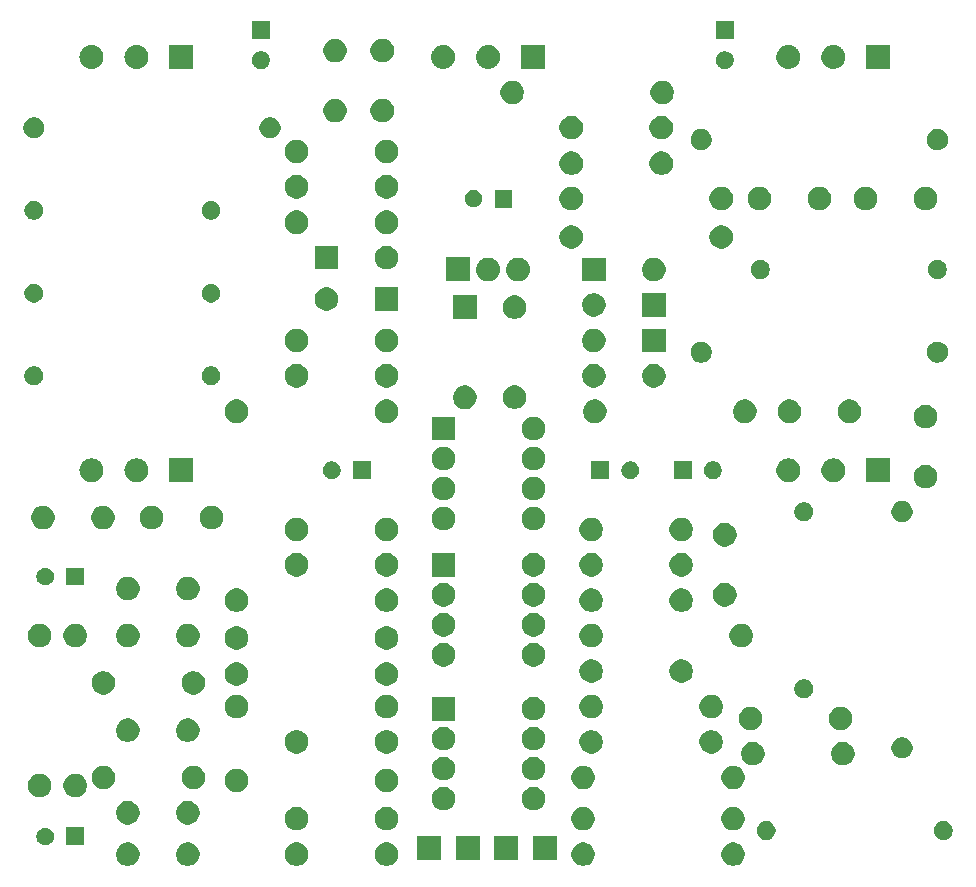
<source format=gts>
G04 #@! TF.GenerationSoftware,KiCad,Pcbnew,9.0.2*
G04 #@! TF.CreationDate,2026-01-12T13:18:24-05:00*
G04 #@! TF.ProjectId,Pathogen_Pedal,50617468-6f67-4656-9e5f-506564616c2e,rev?*
G04 #@! TF.SameCoordinates,Original*
G04 #@! TF.FileFunction,Soldermask,Top*
G04 #@! TF.FilePolarity,Negative*
%FSLAX46Y46*%
G04 Gerber Fmt 4.6, Leading zero omitted, Abs format (unit mm)*
G04 Created by KiCad (PCBNEW 9.0.2) date 2026-01-12 13:18:24*
%MOMM*%
%LPD*%
G01*
G04 APERTURE LIST*
G04 APERTURE END LIST*
G36*
X63750285Y-180543060D02*
G01*
X63931397Y-180618079D01*
X64094393Y-180726990D01*
X64233010Y-180865607D01*
X64341921Y-181028603D01*
X64416940Y-181209715D01*
X64455185Y-181401983D01*
X64455185Y-181598017D01*
X64416940Y-181790285D01*
X64341921Y-181971397D01*
X64233010Y-182134393D01*
X64094393Y-182273010D01*
X63931397Y-182381921D01*
X63750285Y-182456940D01*
X63558017Y-182495185D01*
X63361983Y-182495185D01*
X63169715Y-182456940D01*
X62988603Y-182381921D01*
X62825607Y-182273010D01*
X62686990Y-182134393D01*
X62578079Y-181971397D01*
X62503060Y-181790285D01*
X62464815Y-181598017D01*
X62464815Y-181401983D01*
X62503060Y-181209715D01*
X62578079Y-181028603D01*
X62686990Y-180865607D01*
X62825607Y-180726990D01*
X62988603Y-180618079D01*
X63169715Y-180543060D01*
X63361983Y-180504815D01*
X63558017Y-180504815D01*
X63750285Y-180543060D01*
G37*
G36*
X68830285Y-180543060D02*
G01*
X69011397Y-180618079D01*
X69174393Y-180726990D01*
X69313010Y-180865607D01*
X69421921Y-181028603D01*
X69496940Y-181209715D01*
X69535185Y-181401983D01*
X69535185Y-181598017D01*
X69496940Y-181790285D01*
X69421921Y-181971397D01*
X69313010Y-182134393D01*
X69174393Y-182273010D01*
X69011397Y-182381921D01*
X68830285Y-182456940D01*
X68638017Y-182495185D01*
X68441983Y-182495185D01*
X68249715Y-182456940D01*
X68068603Y-182381921D01*
X67905607Y-182273010D01*
X67766990Y-182134393D01*
X67658079Y-181971397D01*
X67583060Y-181790285D01*
X67544815Y-181598017D01*
X67544815Y-181401983D01*
X67583060Y-181209715D01*
X67658079Y-181028603D01*
X67766990Y-180865607D01*
X67905607Y-180726990D01*
X68068603Y-180618079D01*
X68249715Y-180543060D01*
X68441983Y-180504815D01*
X68638017Y-180504815D01*
X68830285Y-180543060D01*
G37*
G36*
X78020285Y-180543060D02*
G01*
X78201397Y-180618079D01*
X78364393Y-180726990D01*
X78503010Y-180865607D01*
X78611921Y-181028603D01*
X78686940Y-181209715D01*
X78725185Y-181401983D01*
X78725185Y-181598017D01*
X78686940Y-181790285D01*
X78611921Y-181971397D01*
X78503010Y-182134393D01*
X78364393Y-182273010D01*
X78201397Y-182381921D01*
X78020285Y-182456940D01*
X77828017Y-182495185D01*
X77631983Y-182495185D01*
X77439715Y-182456940D01*
X77258603Y-182381921D01*
X77095607Y-182273010D01*
X76956990Y-182134393D01*
X76848079Y-181971397D01*
X76773060Y-181790285D01*
X76734815Y-181598017D01*
X76734815Y-181401983D01*
X76773060Y-181209715D01*
X76848079Y-181028603D01*
X76956990Y-180865607D01*
X77095607Y-180726990D01*
X77258603Y-180618079D01*
X77439715Y-180543060D01*
X77631983Y-180504815D01*
X77828017Y-180504815D01*
X78020285Y-180543060D01*
G37*
G36*
X85640285Y-180543060D02*
G01*
X85821397Y-180618079D01*
X85984393Y-180726990D01*
X86123010Y-180865607D01*
X86231921Y-181028603D01*
X86306940Y-181209715D01*
X86345185Y-181401983D01*
X86345185Y-181598017D01*
X86306940Y-181790285D01*
X86231921Y-181971397D01*
X86123010Y-182134393D01*
X85984393Y-182273010D01*
X85821397Y-182381921D01*
X85640285Y-182456940D01*
X85448017Y-182495185D01*
X85251983Y-182495185D01*
X85059715Y-182456940D01*
X84878603Y-182381921D01*
X84715607Y-182273010D01*
X84576990Y-182134393D01*
X84468079Y-181971397D01*
X84393060Y-181790285D01*
X84354815Y-181598017D01*
X84354815Y-181401983D01*
X84393060Y-181209715D01*
X84468079Y-181028603D01*
X84576990Y-180865607D01*
X84715607Y-180726990D01*
X84878603Y-180618079D01*
X85059715Y-180543060D01*
X85251983Y-180504815D01*
X85448017Y-180504815D01*
X85640285Y-180543060D01*
G37*
G36*
X102290285Y-180543060D02*
G01*
X102471397Y-180618079D01*
X102634393Y-180726990D01*
X102773010Y-180865607D01*
X102881921Y-181028603D01*
X102956940Y-181209715D01*
X102995185Y-181401983D01*
X102995185Y-181598017D01*
X102956940Y-181790285D01*
X102881921Y-181971397D01*
X102773010Y-182134393D01*
X102634393Y-182273010D01*
X102471397Y-182381921D01*
X102290285Y-182456940D01*
X102098017Y-182495185D01*
X101901983Y-182495185D01*
X101709715Y-182456940D01*
X101528603Y-182381921D01*
X101365607Y-182273010D01*
X101226990Y-182134393D01*
X101118079Y-181971397D01*
X101043060Y-181790285D01*
X101004815Y-181598017D01*
X101004815Y-181401983D01*
X101043060Y-181209715D01*
X101118079Y-181028603D01*
X101226990Y-180865607D01*
X101365607Y-180726990D01*
X101528603Y-180618079D01*
X101709715Y-180543060D01*
X101901983Y-180504815D01*
X102098017Y-180504815D01*
X102290285Y-180543060D01*
G37*
G36*
X114990285Y-180543060D02*
G01*
X115171397Y-180618079D01*
X115334393Y-180726990D01*
X115473010Y-180865607D01*
X115581921Y-181028603D01*
X115656940Y-181209715D01*
X115695185Y-181401983D01*
X115695185Y-181598017D01*
X115656940Y-181790285D01*
X115581921Y-181971397D01*
X115473010Y-182134393D01*
X115334393Y-182273010D01*
X115171397Y-182381921D01*
X114990285Y-182456940D01*
X114798017Y-182495185D01*
X114601983Y-182495185D01*
X114409715Y-182456940D01*
X114228603Y-182381921D01*
X114065607Y-182273010D01*
X113926990Y-182134393D01*
X113818079Y-181971397D01*
X113743060Y-181790285D01*
X113704815Y-181598017D01*
X113704815Y-181401983D01*
X113743060Y-181209715D01*
X113818079Y-181028603D01*
X113926990Y-180865607D01*
X114065607Y-180726990D01*
X114228603Y-180618079D01*
X114409715Y-180543060D01*
X114601983Y-180504815D01*
X114798017Y-180504815D01*
X114990285Y-180543060D01*
G37*
G36*
X90016000Y-182016000D02*
G01*
X87984000Y-182016000D01*
X87984000Y-179984000D01*
X90016000Y-179984000D01*
X90016000Y-182016000D01*
G37*
G36*
X93266000Y-182016000D02*
G01*
X91234000Y-182016000D01*
X91234000Y-179984000D01*
X93266000Y-179984000D01*
X93266000Y-182016000D01*
G37*
G36*
X96516000Y-182016000D02*
G01*
X94484000Y-182016000D01*
X94484000Y-179984000D01*
X96516000Y-179984000D01*
X96516000Y-182016000D01*
G37*
G36*
X99766000Y-182016000D02*
G01*
X97734000Y-182016000D01*
X97734000Y-179984000D01*
X99766000Y-179984000D01*
X99766000Y-182016000D01*
G37*
G36*
X59754000Y-180754000D02*
G01*
X58246000Y-180754000D01*
X58246000Y-179246000D01*
X59754000Y-179246000D01*
X59754000Y-180754000D01*
G37*
G36*
X56678875Y-179278467D02*
G01*
X56815433Y-179335031D01*
X56938333Y-179417150D01*
X57042850Y-179521667D01*
X57124969Y-179644567D01*
X57181533Y-179781125D01*
X57210369Y-179926095D01*
X57210369Y-180073905D01*
X57181533Y-180218875D01*
X57124969Y-180355433D01*
X57042850Y-180478333D01*
X56938333Y-180582850D01*
X56815433Y-180664969D01*
X56678875Y-180721533D01*
X56533905Y-180750369D01*
X56386095Y-180750369D01*
X56241125Y-180721533D01*
X56104567Y-180664969D01*
X55981667Y-180582850D01*
X55877150Y-180478333D01*
X55795031Y-180355433D01*
X55738467Y-180218875D01*
X55709631Y-180073905D01*
X55709631Y-179926095D01*
X55738467Y-179781125D01*
X55795031Y-179644567D01*
X55877150Y-179521667D01*
X55981667Y-179417150D01*
X56104567Y-179335031D01*
X56241125Y-179278467D01*
X56386095Y-179249631D01*
X56533905Y-179249631D01*
X56678875Y-179278467D01*
G37*
G36*
X117732228Y-178734448D02*
G01*
X117877117Y-178794463D01*
X118007515Y-178881592D01*
X118118408Y-178992485D01*
X118205537Y-179122883D01*
X118265552Y-179267772D01*
X118296148Y-179421586D01*
X118296148Y-179578414D01*
X118265552Y-179732228D01*
X118205537Y-179877117D01*
X118118408Y-180007515D01*
X118007515Y-180118408D01*
X117877117Y-180205537D01*
X117732228Y-180265552D01*
X117578414Y-180296148D01*
X117421586Y-180296148D01*
X117267772Y-180265552D01*
X117122883Y-180205537D01*
X116992485Y-180118408D01*
X116881592Y-180007515D01*
X116794463Y-179877117D01*
X116734448Y-179732228D01*
X116703852Y-179578414D01*
X116703852Y-179421586D01*
X116734448Y-179267772D01*
X116794463Y-179122883D01*
X116881592Y-178992485D01*
X116992485Y-178881592D01*
X117122883Y-178794463D01*
X117267772Y-178734448D01*
X117421586Y-178703852D01*
X117578414Y-178703852D01*
X117732228Y-178734448D01*
G37*
G36*
X132732228Y-178734448D02*
G01*
X132877117Y-178794463D01*
X133007515Y-178881592D01*
X133118408Y-178992485D01*
X133205537Y-179122883D01*
X133265552Y-179267772D01*
X133296148Y-179421586D01*
X133296148Y-179578414D01*
X133265552Y-179732228D01*
X133205537Y-179877117D01*
X133118408Y-180007515D01*
X133007515Y-180118408D01*
X132877117Y-180205537D01*
X132732228Y-180265552D01*
X132578414Y-180296148D01*
X132421586Y-180296148D01*
X132267772Y-180265552D01*
X132122883Y-180205537D01*
X131992485Y-180118408D01*
X131881592Y-180007515D01*
X131794463Y-179877117D01*
X131734448Y-179732228D01*
X131703852Y-179578414D01*
X131703852Y-179421586D01*
X131734448Y-179267772D01*
X131794463Y-179122883D01*
X131881592Y-178992485D01*
X131992485Y-178881592D01*
X132122883Y-178794463D01*
X132267772Y-178734448D01*
X132421586Y-178703852D01*
X132578414Y-178703852D01*
X132732228Y-178734448D01*
G37*
G36*
X78020285Y-177543060D02*
G01*
X78201397Y-177618079D01*
X78364393Y-177726990D01*
X78503010Y-177865607D01*
X78611921Y-178028603D01*
X78686940Y-178209715D01*
X78725185Y-178401983D01*
X78725185Y-178598017D01*
X78686940Y-178790285D01*
X78611921Y-178971397D01*
X78503010Y-179134393D01*
X78364393Y-179273010D01*
X78201397Y-179381921D01*
X78020285Y-179456940D01*
X77828017Y-179495185D01*
X77631983Y-179495185D01*
X77439715Y-179456940D01*
X77258603Y-179381921D01*
X77095607Y-179273010D01*
X76956990Y-179134393D01*
X76848079Y-178971397D01*
X76773060Y-178790285D01*
X76734815Y-178598017D01*
X76734815Y-178401983D01*
X76773060Y-178209715D01*
X76848079Y-178028603D01*
X76956990Y-177865607D01*
X77095607Y-177726990D01*
X77258603Y-177618079D01*
X77439715Y-177543060D01*
X77631983Y-177504815D01*
X77828017Y-177504815D01*
X78020285Y-177543060D01*
G37*
G36*
X85640285Y-177543060D02*
G01*
X85821397Y-177618079D01*
X85984393Y-177726990D01*
X86123010Y-177865607D01*
X86231921Y-178028603D01*
X86306940Y-178209715D01*
X86345185Y-178401983D01*
X86345185Y-178598017D01*
X86306940Y-178790285D01*
X86231921Y-178971397D01*
X86123010Y-179134393D01*
X85984393Y-179273010D01*
X85821397Y-179381921D01*
X85640285Y-179456940D01*
X85448017Y-179495185D01*
X85251983Y-179495185D01*
X85059715Y-179456940D01*
X84878603Y-179381921D01*
X84715607Y-179273010D01*
X84576990Y-179134393D01*
X84468079Y-178971397D01*
X84393060Y-178790285D01*
X84354815Y-178598017D01*
X84354815Y-178401983D01*
X84393060Y-178209715D01*
X84468079Y-178028603D01*
X84576990Y-177865607D01*
X84715607Y-177726990D01*
X84878603Y-177618079D01*
X85059715Y-177543060D01*
X85251983Y-177504815D01*
X85448017Y-177504815D01*
X85640285Y-177543060D01*
G37*
G36*
X102290285Y-177543060D02*
G01*
X102471397Y-177618079D01*
X102634393Y-177726990D01*
X102773010Y-177865607D01*
X102881921Y-178028603D01*
X102956940Y-178209715D01*
X102995185Y-178401983D01*
X102995185Y-178598017D01*
X102956940Y-178790285D01*
X102881921Y-178971397D01*
X102773010Y-179134393D01*
X102634393Y-179273010D01*
X102471397Y-179381921D01*
X102290285Y-179456940D01*
X102098017Y-179495185D01*
X101901983Y-179495185D01*
X101709715Y-179456940D01*
X101528603Y-179381921D01*
X101365607Y-179273010D01*
X101226990Y-179134393D01*
X101118079Y-178971397D01*
X101043060Y-178790285D01*
X101004815Y-178598017D01*
X101004815Y-178401983D01*
X101043060Y-178209715D01*
X101118079Y-178028603D01*
X101226990Y-177865607D01*
X101365607Y-177726990D01*
X101528603Y-177618079D01*
X101709715Y-177543060D01*
X101901983Y-177504815D01*
X102098017Y-177504815D01*
X102290285Y-177543060D01*
G37*
G36*
X114990285Y-177543060D02*
G01*
X115171397Y-177618079D01*
X115334393Y-177726990D01*
X115473010Y-177865607D01*
X115581921Y-178028603D01*
X115656940Y-178209715D01*
X115695185Y-178401983D01*
X115695185Y-178598017D01*
X115656940Y-178790285D01*
X115581921Y-178971397D01*
X115473010Y-179134393D01*
X115334393Y-179273010D01*
X115171397Y-179381921D01*
X114990285Y-179456940D01*
X114798017Y-179495185D01*
X114601983Y-179495185D01*
X114409715Y-179456940D01*
X114228603Y-179381921D01*
X114065607Y-179273010D01*
X113926990Y-179134393D01*
X113818079Y-178971397D01*
X113743060Y-178790285D01*
X113704815Y-178598017D01*
X113704815Y-178401983D01*
X113743060Y-178209715D01*
X113818079Y-178028603D01*
X113926990Y-177865607D01*
X114065607Y-177726990D01*
X114228603Y-177618079D01*
X114409715Y-177543060D01*
X114601983Y-177504815D01*
X114798017Y-177504815D01*
X114990285Y-177543060D01*
G37*
G36*
X63750285Y-177043060D02*
G01*
X63931397Y-177118079D01*
X64094393Y-177226990D01*
X64233010Y-177365607D01*
X64341921Y-177528603D01*
X64416940Y-177709715D01*
X64455185Y-177901983D01*
X64455185Y-178098017D01*
X64416940Y-178290285D01*
X64341921Y-178471397D01*
X64233010Y-178634393D01*
X64094393Y-178773010D01*
X63931397Y-178881921D01*
X63750285Y-178956940D01*
X63558017Y-178995185D01*
X63361983Y-178995185D01*
X63169715Y-178956940D01*
X62988603Y-178881921D01*
X62825607Y-178773010D01*
X62686990Y-178634393D01*
X62578079Y-178471397D01*
X62503060Y-178290285D01*
X62464815Y-178098017D01*
X62464815Y-177901983D01*
X62503060Y-177709715D01*
X62578079Y-177528603D01*
X62686990Y-177365607D01*
X62825607Y-177226990D01*
X62988603Y-177118079D01*
X63169715Y-177043060D01*
X63361983Y-177004815D01*
X63558017Y-177004815D01*
X63750285Y-177043060D01*
G37*
G36*
X68830285Y-177043060D02*
G01*
X69011397Y-177118079D01*
X69174393Y-177226990D01*
X69313010Y-177365607D01*
X69421921Y-177528603D01*
X69496940Y-177709715D01*
X69535185Y-177901983D01*
X69535185Y-178098017D01*
X69496940Y-178290285D01*
X69421921Y-178471397D01*
X69313010Y-178634393D01*
X69174393Y-178773010D01*
X69011397Y-178881921D01*
X68830285Y-178956940D01*
X68638017Y-178995185D01*
X68441983Y-178995185D01*
X68249715Y-178956940D01*
X68068603Y-178881921D01*
X67905607Y-178773010D01*
X67766990Y-178634393D01*
X67658079Y-178471397D01*
X67583060Y-178290285D01*
X67544815Y-178098017D01*
X67544815Y-177901983D01*
X67583060Y-177709715D01*
X67658079Y-177528603D01*
X67766990Y-177365607D01*
X67905607Y-177226990D01*
X68068603Y-177118079D01*
X68249715Y-177043060D01*
X68441983Y-177004815D01*
X68638017Y-177004815D01*
X68830285Y-177043060D01*
G37*
G36*
X90480285Y-175853060D02*
G01*
X90661397Y-175928079D01*
X90824393Y-176036990D01*
X90963010Y-176175607D01*
X91071921Y-176338603D01*
X91146940Y-176519715D01*
X91185185Y-176711983D01*
X91185185Y-176908017D01*
X91146940Y-177100285D01*
X91071921Y-177281397D01*
X90963010Y-177444393D01*
X90824393Y-177583010D01*
X90661397Y-177691921D01*
X90480285Y-177766940D01*
X90288017Y-177805185D01*
X90091983Y-177805185D01*
X89899715Y-177766940D01*
X89718603Y-177691921D01*
X89555607Y-177583010D01*
X89416990Y-177444393D01*
X89308079Y-177281397D01*
X89233060Y-177100285D01*
X89194815Y-176908017D01*
X89194815Y-176711983D01*
X89233060Y-176519715D01*
X89308079Y-176338603D01*
X89416990Y-176175607D01*
X89555607Y-176036990D01*
X89718603Y-175928079D01*
X89899715Y-175853060D01*
X90091983Y-175814815D01*
X90288017Y-175814815D01*
X90480285Y-175853060D01*
G37*
G36*
X98100285Y-175853060D02*
G01*
X98281397Y-175928079D01*
X98444393Y-176036990D01*
X98583010Y-176175607D01*
X98691921Y-176338603D01*
X98766940Y-176519715D01*
X98805185Y-176711983D01*
X98805185Y-176908017D01*
X98766940Y-177100285D01*
X98691921Y-177281397D01*
X98583010Y-177444393D01*
X98444393Y-177583010D01*
X98281397Y-177691921D01*
X98100285Y-177766940D01*
X97908017Y-177805185D01*
X97711983Y-177805185D01*
X97519715Y-177766940D01*
X97338603Y-177691921D01*
X97175607Y-177583010D01*
X97036990Y-177444393D01*
X96928079Y-177281397D01*
X96853060Y-177100285D01*
X96814815Y-176908017D01*
X96814815Y-176711983D01*
X96853060Y-176519715D01*
X96928079Y-176338603D01*
X97036990Y-176175607D01*
X97175607Y-176036990D01*
X97338603Y-175928079D01*
X97519715Y-175853060D01*
X97711983Y-175814815D01*
X97908017Y-175814815D01*
X98100285Y-175853060D01*
G37*
G36*
X56290285Y-174743060D02*
G01*
X56471397Y-174818079D01*
X56634393Y-174926990D01*
X56773010Y-175065607D01*
X56881921Y-175228603D01*
X56956940Y-175409715D01*
X56995185Y-175601983D01*
X56995185Y-175798017D01*
X56956940Y-175990285D01*
X56881921Y-176171397D01*
X56773010Y-176334393D01*
X56634393Y-176473010D01*
X56471397Y-176581921D01*
X56290285Y-176656940D01*
X56098017Y-176695185D01*
X55901983Y-176695185D01*
X55709715Y-176656940D01*
X55528603Y-176581921D01*
X55365607Y-176473010D01*
X55226990Y-176334393D01*
X55118079Y-176171397D01*
X55043060Y-175990285D01*
X55004815Y-175798017D01*
X55004815Y-175601983D01*
X55043060Y-175409715D01*
X55118079Y-175228603D01*
X55226990Y-175065607D01*
X55365607Y-174926990D01*
X55528603Y-174818079D01*
X55709715Y-174743060D01*
X55901983Y-174704815D01*
X56098017Y-174704815D01*
X56290285Y-174743060D01*
G37*
G36*
X59290285Y-174743060D02*
G01*
X59471397Y-174818079D01*
X59634393Y-174926990D01*
X59773010Y-175065607D01*
X59881921Y-175228603D01*
X59956940Y-175409715D01*
X59995185Y-175601983D01*
X59995185Y-175798017D01*
X59956940Y-175990285D01*
X59881921Y-176171397D01*
X59773010Y-176334393D01*
X59634393Y-176473010D01*
X59471397Y-176581921D01*
X59290285Y-176656940D01*
X59098017Y-176695185D01*
X58901983Y-176695185D01*
X58709715Y-176656940D01*
X58528603Y-176581921D01*
X58365607Y-176473010D01*
X58226990Y-176334393D01*
X58118079Y-176171397D01*
X58043060Y-175990285D01*
X58004815Y-175798017D01*
X58004815Y-175601983D01*
X58043060Y-175409715D01*
X58118079Y-175228603D01*
X58226990Y-175065607D01*
X58365607Y-174926990D01*
X58528603Y-174818079D01*
X58709715Y-174743060D01*
X58901983Y-174704815D01*
X59098017Y-174704815D01*
X59290285Y-174743060D01*
G37*
G36*
X72940285Y-174293060D02*
G01*
X73121397Y-174368079D01*
X73284393Y-174476990D01*
X73423010Y-174615607D01*
X73531921Y-174778603D01*
X73606940Y-174959715D01*
X73645185Y-175151983D01*
X73645185Y-175348017D01*
X73606940Y-175540285D01*
X73531921Y-175721397D01*
X73423010Y-175884393D01*
X73284393Y-176023010D01*
X73121397Y-176131921D01*
X72940285Y-176206940D01*
X72748017Y-176245185D01*
X72551983Y-176245185D01*
X72359715Y-176206940D01*
X72178603Y-176131921D01*
X72015607Y-176023010D01*
X71876990Y-175884393D01*
X71768079Y-175721397D01*
X71693060Y-175540285D01*
X71654815Y-175348017D01*
X71654815Y-175151983D01*
X71693060Y-174959715D01*
X71768079Y-174778603D01*
X71876990Y-174615607D01*
X72015607Y-174476990D01*
X72178603Y-174368079D01*
X72359715Y-174293060D01*
X72551983Y-174254815D01*
X72748017Y-174254815D01*
X72940285Y-174293060D01*
G37*
G36*
X85640285Y-174293060D02*
G01*
X85821397Y-174368079D01*
X85984393Y-174476990D01*
X86123010Y-174615607D01*
X86231921Y-174778603D01*
X86306940Y-174959715D01*
X86345185Y-175151983D01*
X86345185Y-175348017D01*
X86306940Y-175540285D01*
X86231921Y-175721397D01*
X86123010Y-175884393D01*
X85984393Y-176023010D01*
X85821397Y-176131921D01*
X85640285Y-176206940D01*
X85448017Y-176245185D01*
X85251983Y-176245185D01*
X85059715Y-176206940D01*
X84878603Y-176131921D01*
X84715607Y-176023010D01*
X84576990Y-175884393D01*
X84468079Y-175721397D01*
X84393060Y-175540285D01*
X84354815Y-175348017D01*
X84354815Y-175151983D01*
X84393060Y-174959715D01*
X84468079Y-174778603D01*
X84576990Y-174615607D01*
X84715607Y-174476990D01*
X84878603Y-174368079D01*
X85059715Y-174293060D01*
X85251983Y-174254815D01*
X85448017Y-174254815D01*
X85640285Y-174293060D01*
G37*
G36*
X61670285Y-174043060D02*
G01*
X61851397Y-174118079D01*
X62014393Y-174226990D01*
X62153010Y-174365607D01*
X62261921Y-174528603D01*
X62336940Y-174709715D01*
X62375185Y-174901983D01*
X62375185Y-175098017D01*
X62336940Y-175290285D01*
X62261921Y-175471397D01*
X62153010Y-175634393D01*
X62014393Y-175773010D01*
X61851397Y-175881921D01*
X61670285Y-175956940D01*
X61478017Y-175995185D01*
X61281983Y-175995185D01*
X61089715Y-175956940D01*
X60908603Y-175881921D01*
X60745607Y-175773010D01*
X60606990Y-175634393D01*
X60498079Y-175471397D01*
X60423060Y-175290285D01*
X60384815Y-175098017D01*
X60384815Y-174901983D01*
X60423060Y-174709715D01*
X60498079Y-174528603D01*
X60606990Y-174365607D01*
X60745607Y-174226990D01*
X60908603Y-174118079D01*
X61089715Y-174043060D01*
X61281983Y-174004815D01*
X61478017Y-174004815D01*
X61670285Y-174043060D01*
G37*
G36*
X69290285Y-174043060D02*
G01*
X69471397Y-174118079D01*
X69634393Y-174226990D01*
X69773010Y-174365607D01*
X69881921Y-174528603D01*
X69956940Y-174709715D01*
X69995185Y-174901983D01*
X69995185Y-175098017D01*
X69956940Y-175290285D01*
X69881921Y-175471397D01*
X69773010Y-175634393D01*
X69634393Y-175773010D01*
X69471397Y-175881921D01*
X69290285Y-175956940D01*
X69098017Y-175995185D01*
X68901983Y-175995185D01*
X68709715Y-175956940D01*
X68528603Y-175881921D01*
X68365607Y-175773010D01*
X68226990Y-175634393D01*
X68118079Y-175471397D01*
X68043060Y-175290285D01*
X68004815Y-175098017D01*
X68004815Y-174901983D01*
X68043060Y-174709715D01*
X68118079Y-174528603D01*
X68226990Y-174365607D01*
X68365607Y-174226990D01*
X68528603Y-174118079D01*
X68709715Y-174043060D01*
X68901983Y-174004815D01*
X69098017Y-174004815D01*
X69290285Y-174043060D01*
G37*
G36*
X102290285Y-174043060D02*
G01*
X102471397Y-174118079D01*
X102634393Y-174226990D01*
X102773010Y-174365607D01*
X102881921Y-174528603D01*
X102956940Y-174709715D01*
X102995185Y-174901983D01*
X102995185Y-175098017D01*
X102956940Y-175290285D01*
X102881921Y-175471397D01*
X102773010Y-175634393D01*
X102634393Y-175773010D01*
X102471397Y-175881921D01*
X102290285Y-175956940D01*
X102098017Y-175995185D01*
X101901983Y-175995185D01*
X101709715Y-175956940D01*
X101528603Y-175881921D01*
X101365607Y-175773010D01*
X101226990Y-175634393D01*
X101118079Y-175471397D01*
X101043060Y-175290285D01*
X101004815Y-175098017D01*
X101004815Y-174901983D01*
X101043060Y-174709715D01*
X101118079Y-174528603D01*
X101226990Y-174365607D01*
X101365607Y-174226990D01*
X101528603Y-174118079D01*
X101709715Y-174043060D01*
X101901983Y-174004815D01*
X102098017Y-174004815D01*
X102290285Y-174043060D01*
G37*
G36*
X114990285Y-174043060D02*
G01*
X115171397Y-174118079D01*
X115334393Y-174226990D01*
X115473010Y-174365607D01*
X115581921Y-174528603D01*
X115656940Y-174709715D01*
X115695185Y-174901983D01*
X115695185Y-175098017D01*
X115656940Y-175290285D01*
X115581921Y-175471397D01*
X115473010Y-175634393D01*
X115334393Y-175773010D01*
X115171397Y-175881921D01*
X114990285Y-175956940D01*
X114798017Y-175995185D01*
X114601983Y-175995185D01*
X114409715Y-175956940D01*
X114228603Y-175881921D01*
X114065607Y-175773010D01*
X113926990Y-175634393D01*
X113818079Y-175471397D01*
X113743060Y-175290285D01*
X113704815Y-175098017D01*
X113704815Y-174901983D01*
X113743060Y-174709715D01*
X113818079Y-174528603D01*
X113926990Y-174365607D01*
X114065607Y-174226990D01*
X114228603Y-174118079D01*
X114409715Y-174043060D01*
X114601983Y-174004815D01*
X114798017Y-174004815D01*
X114990285Y-174043060D01*
G37*
G36*
X90480285Y-173313060D02*
G01*
X90661397Y-173388079D01*
X90824393Y-173496990D01*
X90963010Y-173635607D01*
X91071921Y-173798603D01*
X91146940Y-173979715D01*
X91185185Y-174171983D01*
X91185185Y-174368017D01*
X91146940Y-174560285D01*
X91071921Y-174741397D01*
X90963010Y-174904393D01*
X90824393Y-175043010D01*
X90661397Y-175151921D01*
X90480285Y-175226940D01*
X90288017Y-175265185D01*
X90091983Y-175265185D01*
X89899715Y-175226940D01*
X89718603Y-175151921D01*
X89555607Y-175043010D01*
X89416990Y-174904393D01*
X89308079Y-174741397D01*
X89233060Y-174560285D01*
X89194815Y-174368017D01*
X89194815Y-174171983D01*
X89233060Y-173979715D01*
X89308079Y-173798603D01*
X89416990Y-173635607D01*
X89555607Y-173496990D01*
X89718603Y-173388079D01*
X89899715Y-173313060D01*
X90091983Y-173274815D01*
X90288017Y-173274815D01*
X90480285Y-173313060D01*
G37*
G36*
X98100285Y-173313060D02*
G01*
X98281397Y-173388079D01*
X98444393Y-173496990D01*
X98583010Y-173635607D01*
X98691921Y-173798603D01*
X98766940Y-173979715D01*
X98805185Y-174171983D01*
X98805185Y-174368017D01*
X98766940Y-174560285D01*
X98691921Y-174741397D01*
X98583010Y-174904393D01*
X98444393Y-175043010D01*
X98281397Y-175151921D01*
X98100285Y-175226940D01*
X97908017Y-175265185D01*
X97711983Y-175265185D01*
X97519715Y-175226940D01*
X97338603Y-175151921D01*
X97175607Y-175043010D01*
X97036990Y-174904393D01*
X96928079Y-174741397D01*
X96853060Y-174560285D01*
X96814815Y-174368017D01*
X96814815Y-174171983D01*
X96853060Y-173979715D01*
X96928079Y-173798603D01*
X97036990Y-173635607D01*
X97175607Y-173496990D01*
X97338603Y-173388079D01*
X97519715Y-173313060D01*
X97711983Y-173274815D01*
X97908017Y-173274815D01*
X98100285Y-173313060D01*
G37*
G36*
X116670285Y-172043060D02*
G01*
X116851397Y-172118079D01*
X117014393Y-172226990D01*
X117153010Y-172365607D01*
X117261921Y-172528603D01*
X117336940Y-172709715D01*
X117375185Y-172901983D01*
X117375185Y-173098017D01*
X117336940Y-173290285D01*
X117261921Y-173471397D01*
X117153010Y-173634393D01*
X117014393Y-173773010D01*
X116851397Y-173881921D01*
X116670285Y-173956940D01*
X116478017Y-173995185D01*
X116281983Y-173995185D01*
X116089715Y-173956940D01*
X115908603Y-173881921D01*
X115745607Y-173773010D01*
X115606990Y-173634393D01*
X115498079Y-173471397D01*
X115423060Y-173290285D01*
X115384815Y-173098017D01*
X115384815Y-172901983D01*
X115423060Y-172709715D01*
X115498079Y-172528603D01*
X115606990Y-172365607D01*
X115745607Y-172226990D01*
X115908603Y-172118079D01*
X116089715Y-172043060D01*
X116281983Y-172004815D01*
X116478017Y-172004815D01*
X116670285Y-172043060D01*
G37*
G36*
X124290285Y-172043060D02*
G01*
X124471397Y-172118079D01*
X124634393Y-172226990D01*
X124773010Y-172365607D01*
X124881921Y-172528603D01*
X124956940Y-172709715D01*
X124995185Y-172901983D01*
X124995185Y-173098017D01*
X124956940Y-173290285D01*
X124881921Y-173471397D01*
X124773010Y-173634393D01*
X124634393Y-173773010D01*
X124471397Y-173881921D01*
X124290285Y-173956940D01*
X124098017Y-173995185D01*
X123901983Y-173995185D01*
X123709715Y-173956940D01*
X123528603Y-173881921D01*
X123365607Y-173773010D01*
X123226990Y-173634393D01*
X123118079Y-173471397D01*
X123043060Y-173290285D01*
X123004815Y-173098017D01*
X123004815Y-172901983D01*
X123043060Y-172709715D01*
X123118079Y-172528603D01*
X123226990Y-172365607D01*
X123365607Y-172226990D01*
X123528603Y-172118079D01*
X123709715Y-172043060D01*
X123901983Y-172004815D01*
X124098017Y-172004815D01*
X124290285Y-172043060D01*
G37*
G36*
X129261256Y-171638754D02*
G01*
X129424257Y-171706271D01*
X129570954Y-171804291D01*
X129695709Y-171929046D01*
X129793729Y-172075743D01*
X129861246Y-172238744D01*
X129895666Y-172411785D01*
X129895666Y-172588215D01*
X129861246Y-172761256D01*
X129793729Y-172924257D01*
X129695709Y-173070954D01*
X129570954Y-173195709D01*
X129424257Y-173293729D01*
X129261256Y-173361246D01*
X129088215Y-173395666D01*
X128911785Y-173395666D01*
X128738744Y-173361246D01*
X128575743Y-173293729D01*
X128429046Y-173195709D01*
X128304291Y-173070954D01*
X128206271Y-172924257D01*
X128138754Y-172761256D01*
X128104334Y-172588215D01*
X128104334Y-172411785D01*
X128138754Y-172238744D01*
X128206271Y-172075743D01*
X128304291Y-171929046D01*
X128429046Y-171804291D01*
X128575743Y-171706271D01*
X128738744Y-171638754D01*
X128911785Y-171604334D01*
X129088215Y-171604334D01*
X129261256Y-171638754D01*
G37*
G36*
X78020285Y-171043060D02*
G01*
X78201397Y-171118079D01*
X78364393Y-171226990D01*
X78503010Y-171365607D01*
X78611921Y-171528603D01*
X78686940Y-171709715D01*
X78725185Y-171901983D01*
X78725185Y-172098017D01*
X78686940Y-172290285D01*
X78611921Y-172471397D01*
X78503010Y-172634393D01*
X78364393Y-172773010D01*
X78201397Y-172881921D01*
X78020285Y-172956940D01*
X77828017Y-172995185D01*
X77631983Y-172995185D01*
X77439715Y-172956940D01*
X77258603Y-172881921D01*
X77095607Y-172773010D01*
X76956990Y-172634393D01*
X76848079Y-172471397D01*
X76773060Y-172290285D01*
X76734815Y-172098017D01*
X76734815Y-171901983D01*
X76773060Y-171709715D01*
X76848079Y-171528603D01*
X76956990Y-171365607D01*
X77095607Y-171226990D01*
X77258603Y-171118079D01*
X77439715Y-171043060D01*
X77631983Y-171004815D01*
X77828017Y-171004815D01*
X78020285Y-171043060D01*
G37*
G36*
X85640285Y-171043060D02*
G01*
X85821397Y-171118079D01*
X85984393Y-171226990D01*
X86123010Y-171365607D01*
X86231921Y-171528603D01*
X86306940Y-171709715D01*
X86345185Y-171901983D01*
X86345185Y-172098017D01*
X86306940Y-172290285D01*
X86231921Y-172471397D01*
X86123010Y-172634393D01*
X85984393Y-172773010D01*
X85821397Y-172881921D01*
X85640285Y-172956940D01*
X85448017Y-172995185D01*
X85251983Y-172995185D01*
X85059715Y-172956940D01*
X84878603Y-172881921D01*
X84715607Y-172773010D01*
X84576990Y-172634393D01*
X84468079Y-172471397D01*
X84393060Y-172290285D01*
X84354815Y-172098017D01*
X84354815Y-171901983D01*
X84393060Y-171709715D01*
X84468079Y-171528603D01*
X84576990Y-171365607D01*
X84715607Y-171226990D01*
X84878603Y-171118079D01*
X85059715Y-171043060D01*
X85251983Y-171004815D01*
X85448017Y-171004815D01*
X85640285Y-171043060D01*
G37*
G36*
X102980285Y-171043060D02*
G01*
X103161397Y-171118079D01*
X103324393Y-171226990D01*
X103463010Y-171365607D01*
X103571921Y-171528603D01*
X103646940Y-171709715D01*
X103685185Y-171901983D01*
X103685185Y-172098017D01*
X103646940Y-172290285D01*
X103571921Y-172471397D01*
X103463010Y-172634393D01*
X103324393Y-172773010D01*
X103161397Y-172881921D01*
X102980285Y-172956940D01*
X102788017Y-172995185D01*
X102591983Y-172995185D01*
X102399715Y-172956940D01*
X102218603Y-172881921D01*
X102055607Y-172773010D01*
X101916990Y-172634393D01*
X101808079Y-172471397D01*
X101733060Y-172290285D01*
X101694815Y-172098017D01*
X101694815Y-171901983D01*
X101733060Y-171709715D01*
X101808079Y-171528603D01*
X101916990Y-171365607D01*
X102055607Y-171226990D01*
X102218603Y-171118079D01*
X102399715Y-171043060D01*
X102591983Y-171004815D01*
X102788017Y-171004815D01*
X102980285Y-171043060D01*
G37*
G36*
X113140285Y-171043060D02*
G01*
X113321397Y-171118079D01*
X113484393Y-171226990D01*
X113623010Y-171365607D01*
X113731921Y-171528603D01*
X113806940Y-171709715D01*
X113845185Y-171901983D01*
X113845185Y-172098017D01*
X113806940Y-172290285D01*
X113731921Y-172471397D01*
X113623010Y-172634393D01*
X113484393Y-172773010D01*
X113321397Y-172881921D01*
X113140285Y-172956940D01*
X112948017Y-172995185D01*
X112751983Y-172995185D01*
X112559715Y-172956940D01*
X112378603Y-172881921D01*
X112215607Y-172773010D01*
X112076990Y-172634393D01*
X111968079Y-172471397D01*
X111893060Y-172290285D01*
X111854815Y-172098017D01*
X111854815Y-171901983D01*
X111893060Y-171709715D01*
X111968079Y-171528603D01*
X112076990Y-171365607D01*
X112215607Y-171226990D01*
X112378603Y-171118079D01*
X112559715Y-171043060D01*
X112751983Y-171004815D01*
X112948017Y-171004815D01*
X113140285Y-171043060D01*
G37*
G36*
X90480285Y-170773060D02*
G01*
X90661397Y-170848079D01*
X90824393Y-170956990D01*
X90963010Y-171095607D01*
X91071921Y-171258603D01*
X91146940Y-171439715D01*
X91185185Y-171631983D01*
X91185185Y-171828017D01*
X91146940Y-172020285D01*
X91071921Y-172201397D01*
X90963010Y-172364393D01*
X90824393Y-172503010D01*
X90661397Y-172611921D01*
X90480285Y-172686940D01*
X90288017Y-172725185D01*
X90091983Y-172725185D01*
X89899715Y-172686940D01*
X89718603Y-172611921D01*
X89555607Y-172503010D01*
X89416990Y-172364393D01*
X89308079Y-172201397D01*
X89233060Y-172020285D01*
X89194815Y-171828017D01*
X89194815Y-171631983D01*
X89233060Y-171439715D01*
X89308079Y-171258603D01*
X89416990Y-171095607D01*
X89555607Y-170956990D01*
X89718603Y-170848079D01*
X89899715Y-170773060D01*
X90091983Y-170734815D01*
X90288017Y-170734815D01*
X90480285Y-170773060D01*
G37*
G36*
X98100285Y-170773060D02*
G01*
X98281397Y-170848079D01*
X98444393Y-170956990D01*
X98583010Y-171095607D01*
X98691921Y-171258603D01*
X98766940Y-171439715D01*
X98805185Y-171631983D01*
X98805185Y-171828017D01*
X98766940Y-172020285D01*
X98691921Y-172201397D01*
X98583010Y-172364393D01*
X98444393Y-172503010D01*
X98281397Y-172611921D01*
X98100285Y-172686940D01*
X97908017Y-172725185D01*
X97711983Y-172725185D01*
X97519715Y-172686940D01*
X97338603Y-172611921D01*
X97175607Y-172503010D01*
X97036990Y-172364393D01*
X96928079Y-172201397D01*
X96853060Y-172020285D01*
X96814815Y-171828017D01*
X96814815Y-171631983D01*
X96853060Y-171439715D01*
X96928079Y-171258603D01*
X97036990Y-171095607D01*
X97175607Y-170956990D01*
X97338603Y-170848079D01*
X97519715Y-170773060D01*
X97711983Y-170734815D01*
X97908017Y-170734815D01*
X98100285Y-170773060D01*
G37*
G36*
X63750285Y-170043060D02*
G01*
X63931397Y-170118079D01*
X64094393Y-170226990D01*
X64233010Y-170365607D01*
X64341921Y-170528603D01*
X64416940Y-170709715D01*
X64455185Y-170901983D01*
X64455185Y-171098017D01*
X64416940Y-171290285D01*
X64341921Y-171471397D01*
X64233010Y-171634393D01*
X64094393Y-171773010D01*
X63931397Y-171881921D01*
X63750285Y-171956940D01*
X63558017Y-171995185D01*
X63361983Y-171995185D01*
X63169715Y-171956940D01*
X62988603Y-171881921D01*
X62825607Y-171773010D01*
X62686990Y-171634393D01*
X62578079Y-171471397D01*
X62503060Y-171290285D01*
X62464815Y-171098017D01*
X62464815Y-170901983D01*
X62503060Y-170709715D01*
X62578079Y-170528603D01*
X62686990Y-170365607D01*
X62825607Y-170226990D01*
X62988603Y-170118079D01*
X63169715Y-170043060D01*
X63361983Y-170004815D01*
X63558017Y-170004815D01*
X63750285Y-170043060D01*
G37*
G36*
X68830285Y-170043060D02*
G01*
X69011397Y-170118079D01*
X69174393Y-170226990D01*
X69313010Y-170365607D01*
X69421921Y-170528603D01*
X69496940Y-170709715D01*
X69535185Y-170901983D01*
X69535185Y-171098017D01*
X69496940Y-171290285D01*
X69421921Y-171471397D01*
X69313010Y-171634393D01*
X69174393Y-171773010D01*
X69011397Y-171881921D01*
X68830285Y-171956940D01*
X68638017Y-171995185D01*
X68441983Y-171995185D01*
X68249715Y-171956940D01*
X68068603Y-171881921D01*
X67905607Y-171773010D01*
X67766990Y-171634393D01*
X67658079Y-171471397D01*
X67583060Y-171290285D01*
X67544815Y-171098017D01*
X67544815Y-170901983D01*
X67583060Y-170709715D01*
X67658079Y-170528603D01*
X67766990Y-170365607D01*
X67905607Y-170226990D01*
X68068603Y-170118079D01*
X68249715Y-170043060D01*
X68441983Y-170004815D01*
X68638017Y-170004815D01*
X68830285Y-170043060D01*
G37*
G36*
X116480285Y-169043060D02*
G01*
X116661397Y-169118079D01*
X116824393Y-169226990D01*
X116963010Y-169365607D01*
X117071921Y-169528603D01*
X117146940Y-169709715D01*
X117185185Y-169901983D01*
X117185185Y-170098017D01*
X117146940Y-170290285D01*
X117071921Y-170471397D01*
X116963010Y-170634393D01*
X116824393Y-170773010D01*
X116661397Y-170881921D01*
X116480285Y-170956940D01*
X116288017Y-170995185D01*
X116091983Y-170995185D01*
X115899715Y-170956940D01*
X115718603Y-170881921D01*
X115555607Y-170773010D01*
X115416990Y-170634393D01*
X115308079Y-170471397D01*
X115233060Y-170290285D01*
X115194815Y-170098017D01*
X115194815Y-169901983D01*
X115233060Y-169709715D01*
X115308079Y-169528603D01*
X115416990Y-169365607D01*
X115555607Y-169226990D01*
X115718603Y-169118079D01*
X115899715Y-169043060D01*
X116091983Y-169004815D01*
X116288017Y-169004815D01*
X116480285Y-169043060D01*
G37*
G36*
X124100285Y-169043060D02*
G01*
X124281397Y-169118079D01*
X124444393Y-169226990D01*
X124583010Y-169365607D01*
X124691921Y-169528603D01*
X124766940Y-169709715D01*
X124805185Y-169901983D01*
X124805185Y-170098017D01*
X124766940Y-170290285D01*
X124691921Y-170471397D01*
X124583010Y-170634393D01*
X124444393Y-170773010D01*
X124281397Y-170881921D01*
X124100285Y-170956940D01*
X123908017Y-170995185D01*
X123711983Y-170995185D01*
X123519715Y-170956940D01*
X123338603Y-170881921D01*
X123175607Y-170773010D01*
X123036990Y-170634393D01*
X122928079Y-170471397D01*
X122853060Y-170290285D01*
X122814815Y-170098017D01*
X122814815Y-169901983D01*
X122853060Y-169709715D01*
X122928079Y-169528603D01*
X123036990Y-169365607D01*
X123175607Y-169226990D01*
X123338603Y-169118079D01*
X123519715Y-169043060D01*
X123711983Y-169004815D01*
X123908017Y-169004815D01*
X124100285Y-169043060D01*
G37*
G36*
X91190000Y-170190000D02*
G01*
X89190000Y-170190000D01*
X89190000Y-168190000D01*
X91190000Y-168190000D01*
X91190000Y-170190000D01*
G37*
G36*
X98100285Y-168233060D02*
G01*
X98281397Y-168308079D01*
X98444393Y-168416990D01*
X98583010Y-168555607D01*
X98691921Y-168718603D01*
X98766940Y-168899715D01*
X98805185Y-169091983D01*
X98805185Y-169288017D01*
X98766940Y-169480285D01*
X98691921Y-169661397D01*
X98583010Y-169824393D01*
X98444393Y-169963010D01*
X98281397Y-170071921D01*
X98100285Y-170146940D01*
X97908017Y-170185185D01*
X97711983Y-170185185D01*
X97519715Y-170146940D01*
X97338603Y-170071921D01*
X97175607Y-169963010D01*
X97036990Y-169824393D01*
X96928079Y-169661397D01*
X96853060Y-169480285D01*
X96814815Y-169288017D01*
X96814815Y-169091983D01*
X96853060Y-168899715D01*
X96928079Y-168718603D01*
X97036990Y-168555607D01*
X97175607Y-168416990D01*
X97338603Y-168308079D01*
X97519715Y-168233060D01*
X97711983Y-168194815D01*
X97908017Y-168194815D01*
X98100285Y-168233060D01*
G37*
G36*
X72940285Y-168043060D02*
G01*
X73121397Y-168118079D01*
X73284393Y-168226990D01*
X73423010Y-168365607D01*
X73531921Y-168528603D01*
X73606940Y-168709715D01*
X73645185Y-168901983D01*
X73645185Y-169098017D01*
X73606940Y-169290285D01*
X73531921Y-169471397D01*
X73423010Y-169634393D01*
X73284393Y-169773010D01*
X73121397Y-169881921D01*
X72940285Y-169956940D01*
X72748017Y-169995185D01*
X72551983Y-169995185D01*
X72359715Y-169956940D01*
X72178603Y-169881921D01*
X72015607Y-169773010D01*
X71876990Y-169634393D01*
X71768079Y-169471397D01*
X71693060Y-169290285D01*
X71654815Y-169098017D01*
X71654815Y-168901983D01*
X71693060Y-168709715D01*
X71768079Y-168528603D01*
X71876990Y-168365607D01*
X72015607Y-168226990D01*
X72178603Y-168118079D01*
X72359715Y-168043060D01*
X72551983Y-168004815D01*
X72748017Y-168004815D01*
X72940285Y-168043060D01*
G37*
G36*
X85640285Y-168043060D02*
G01*
X85821397Y-168118079D01*
X85984393Y-168226990D01*
X86123010Y-168365607D01*
X86231921Y-168528603D01*
X86306940Y-168709715D01*
X86345185Y-168901983D01*
X86345185Y-169098017D01*
X86306940Y-169290285D01*
X86231921Y-169471397D01*
X86123010Y-169634393D01*
X85984393Y-169773010D01*
X85821397Y-169881921D01*
X85640285Y-169956940D01*
X85448017Y-169995185D01*
X85251983Y-169995185D01*
X85059715Y-169956940D01*
X84878603Y-169881921D01*
X84715607Y-169773010D01*
X84576990Y-169634393D01*
X84468079Y-169471397D01*
X84393060Y-169290285D01*
X84354815Y-169098017D01*
X84354815Y-168901983D01*
X84393060Y-168709715D01*
X84468079Y-168528603D01*
X84576990Y-168365607D01*
X84715607Y-168226990D01*
X84878603Y-168118079D01*
X85059715Y-168043060D01*
X85251983Y-168004815D01*
X85448017Y-168004815D01*
X85640285Y-168043060D01*
G37*
G36*
X102980285Y-168043060D02*
G01*
X103161397Y-168118079D01*
X103324393Y-168226990D01*
X103463010Y-168365607D01*
X103571921Y-168528603D01*
X103646940Y-168709715D01*
X103685185Y-168901983D01*
X103685185Y-169098017D01*
X103646940Y-169290285D01*
X103571921Y-169471397D01*
X103463010Y-169634393D01*
X103324393Y-169773010D01*
X103161397Y-169881921D01*
X102980285Y-169956940D01*
X102788017Y-169995185D01*
X102591983Y-169995185D01*
X102399715Y-169956940D01*
X102218603Y-169881921D01*
X102055607Y-169773010D01*
X101916990Y-169634393D01*
X101808079Y-169471397D01*
X101733060Y-169290285D01*
X101694815Y-169098017D01*
X101694815Y-168901983D01*
X101733060Y-168709715D01*
X101808079Y-168528603D01*
X101916990Y-168365607D01*
X102055607Y-168226990D01*
X102218603Y-168118079D01*
X102399715Y-168043060D01*
X102591983Y-168004815D01*
X102788017Y-168004815D01*
X102980285Y-168043060D01*
G37*
G36*
X113140285Y-168043060D02*
G01*
X113321397Y-168118079D01*
X113484393Y-168226990D01*
X113623010Y-168365607D01*
X113731921Y-168528603D01*
X113806940Y-168709715D01*
X113845185Y-168901983D01*
X113845185Y-169098017D01*
X113806940Y-169290285D01*
X113731921Y-169471397D01*
X113623010Y-169634393D01*
X113484393Y-169773010D01*
X113321397Y-169881921D01*
X113140285Y-169956940D01*
X112948017Y-169995185D01*
X112751983Y-169995185D01*
X112559715Y-169956940D01*
X112378603Y-169881921D01*
X112215607Y-169773010D01*
X112076990Y-169634393D01*
X111968079Y-169471397D01*
X111893060Y-169290285D01*
X111854815Y-169098017D01*
X111854815Y-168901983D01*
X111893060Y-168709715D01*
X111968079Y-168528603D01*
X112076990Y-168365607D01*
X112215607Y-168226990D01*
X112378603Y-168118079D01*
X112559715Y-168043060D01*
X112751983Y-168004815D01*
X112948017Y-168004815D01*
X113140285Y-168043060D01*
G37*
G36*
X120922228Y-166734448D02*
G01*
X121067117Y-166794463D01*
X121197515Y-166881592D01*
X121308408Y-166992485D01*
X121395537Y-167122883D01*
X121455552Y-167267772D01*
X121486148Y-167421586D01*
X121486148Y-167578414D01*
X121455552Y-167732228D01*
X121395537Y-167877117D01*
X121308408Y-168007515D01*
X121197515Y-168118408D01*
X121067117Y-168205537D01*
X120922228Y-168265552D01*
X120768414Y-168296148D01*
X120611586Y-168296148D01*
X120457772Y-168265552D01*
X120312883Y-168205537D01*
X120182485Y-168118408D01*
X120071592Y-168007515D01*
X119984463Y-167877117D01*
X119924448Y-167732228D01*
X119893852Y-167578414D01*
X119893852Y-167421586D01*
X119924448Y-167267772D01*
X119984463Y-167122883D01*
X120071592Y-166992485D01*
X120182485Y-166881592D01*
X120312883Y-166794463D01*
X120457772Y-166734448D01*
X120611586Y-166703852D01*
X120768414Y-166703852D01*
X120922228Y-166734448D01*
G37*
G36*
X61670285Y-166043060D02*
G01*
X61851397Y-166118079D01*
X62014393Y-166226990D01*
X62153010Y-166365607D01*
X62261921Y-166528603D01*
X62336940Y-166709715D01*
X62375185Y-166901983D01*
X62375185Y-167098017D01*
X62336940Y-167290285D01*
X62261921Y-167471397D01*
X62153010Y-167634393D01*
X62014393Y-167773010D01*
X61851397Y-167881921D01*
X61670285Y-167956940D01*
X61478017Y-167995185D01*
X61281983Y-167995185D01*
X61089715Y-167956940D01*
X60908603Y-167881921D01*
X60745607Y-167773010D01*
X60606990Y-167634393D01*
X60498079Y-167471397D01*
X60423060Y-167290285D01*
X60384815Y-167098017D01*
X60384815Y-166901983D01*
X60423060Y-166709715D01*
X60498079Y-166528603D01*
X60606990Y-166365607D01*
X60745607Y-166226990D01*
X60908603Y-166118079D01*
X61089715Y-166043060D01*
X61281983Y-166004815D01*
X61478017Y-166004815D01*
X61670285Y-166043060D01*
G37*
G36*
X69290285Y-166043060D02*
G01*
X69471397Y-166118079D01*
X69634393Y-166226990D01*
X69773010Y-166365607D01*
X69881921Y-166528603D01*
X69956940Y-166709715D01*
X69995185Y-166901983D01*
X69995185Y-167098017D01*
X69956940Y-167290285D01*
X69881921Y-167471397D01*
X69773010Y-167634393D01*
X69634393Y-167773010D01*
X69471397Y-167881921D01*
X69290285Y-167956940D01*
X69098017Y-167995185D01*
X68901983Y-167995185D01*
X68709715Y-167956940D01*
X68528603Y-167881921D01*
X68365607Y-167773010D01*
X68226990Y-167634393D01*
X68118079Y-167471397D01*
X68043060Y-167290285D01*
X68004815Y-167098017D01*
X68004815Y-166901983D01*
X68043060Y-166709715D01*
X68118079Y-166528603D01*
X68226990Y-166365607D01*
X68365607Y-166226990D01*
X68528603Y-166118079D01*
X68709715Y-166043060D01*
X68901983Y-166004815D01*
X69098017Y-166004815D01*
X69290285Y-166043060D01*
G37*
G36*
X72940285Y-165293060D02*
G01*
X73121397Y-165368079D01*
X73284393Y-165476990D01*
X73423010Y-165615607D01*
X73531921Y-165778603D01*
X73606940Y-165959715D01*
X73645185Y-166151983D01*
X73645185Y-166348017D01*
X73606940Y-166540285D01*
X73531921Y-166721397D01*
X73423010Y-166884393D01*
X73284393Y-167023010D01*
X73121397Y-167131921D01*
X72940285Y-167206940D01*
X72748017Y-167245185D01*
X72551983Y-167245185D01*
X72359715Y-167206940D01*
X72178603Y-167131921D01*
X72015607Y-167023010D01*
X71876990Y-166884393D01*
X71768079Y-166721397D01*
X71693060Y-166540285D01*
X71654815Y-166348017D01*
X71654815Y-166151983D01*
X71693060Y-165959715D01*
X71768079Y-165778603D01*
X71876990Y-165615607D01*
X72015607Y-165476990D01*
X72178603Y-165368079D01*
X72359715Y-165293060D01*
X72551983Y-165254815D01*
X72748017Y-165254815D01*
X72940285Y-165293060D01*
G37*
G36*
X85640285Y-165293060D02*
G01*
X85821397Y-165368079D01*
X85984393Y-165476990D01*
X86123010Y-165615607D01*
X86231921Y-165778603D01*
X86306940Y-165959715D01*
X86345185Y-166151983D01*
X86345185Y-166348017D01*
X86306940Y-166540285D01*
X86231921Y-166721397D01*
X86123010Y-166884393D01*
X85984393Y-167023010D01*
X85821397Y-167131921D01*
X85640285Y-167206940D01*
X85448017Y-167245185D01*
X85251983Y-167245185D01*
X85059715Y-167206940D01*
X84878603Y-167131921D01*
X84715607Y-167023010D01*
X84576990Y-166884393D01*
X84468079Y-166721397D01*
X84393060Y-166540285D01*
X84354815Y-166348017D01*
X84354815Y-166151983D01*
X84393060Y-165959715D01*
X84468079Y-165778603D01*
X84576990Y-165615607D01*
X84715607Y-165476990D01*
X84878603Y-165368079D01*
X85059715Y-165293060D01*
X85251983Y-165254815D01*
X85448017Y-165254815D01*
X85640285Y-165293060D01*
G37*
G36*
X102980285Y-165043060D02*
G01*
X103161397Y-165118079D01*
X103324393Y-165226990D01*
X103463010Y-165365607D01*
X103571921Y-165528603D01*
X103646940Y-165709715D01*
X103685185Y-165901983D01*
X103685185Y-166098017D01*
X103646940Y-166290285D01*
X103571921Y-166471397D01*
X103463010Y-166634393D01*
X103324393Y-166773010D01*
X103161397Y-166881921D01*
X102980285Y-166956940D01*
X102788017Y-166995185D01*
X102591983Y-166995185D01*
X102399715Y-166956940D01*
X102218603Y-166881921D01*
X102055607Y-166773010D01*
X101916990Y-166634393D01*
X101808079Y-166471397D01*
X101733060Y-166290285D01*
X101694815Y-166098017D01*
X101694815Y-165901983D01*
X101733060Y-165709715D01*
X101808079Y-165528603D01*
X101916990Y-165365607D01*
X102055607Y-165226990D01*
X102218603Y-165118079D01*
X102399715Y-165043060D01*
X102591983Y-165004815D01*
X102788017Y-165004815D01*
X102980285Y-165043060D01*
G37*
G36*
X110600285Y-165043060D02*
G01*
X110781397Y-165118079D01*
X110944393Y-165226990D01*
X111083010Y-165365607D01*
X111191921Y-165528603D01*
X111266940Y-165709715D01*
X111305185Y-165901983D01*
X111305185Y-166098017D01*
X111266940Y-166290285D01*
X111191921Y-166471397D01*
X111083010Y-166634393D01*
X110944393Y-166773010D01*
X110781397Y-166881921D01*
X110600285Y-166956940D01*
X110408017Y-166995185D01*
X110211983Y-166995185D01*
X110019715Y-166956940D01*
X109838603Y-166881921D01*
X109675607Y-166773010D01*
X109536990Y-166634393D01*
X109428079Y-166471397D01*
X109353060Y-166290285D01*
X109314815Y-166098017D01*
X109314815Y-165901983D01*
X109353060Y-165709715D01*
X109428079Y-165528603D01*
X109536990Y-165365607D01*
X109675607Y-165226990D01*
X109838603Y-165118079D01*
X110019715Y-165043060D01*
X110211983Y-165004815D01*
X110408017Y-165004815D01*
X110600285Y-165043060D01*
G37*
G36*
X90480285Y-163663060D02*
G01*
X90661397Y-163738079D01*
X90824393Y-163846990D01*
X90963010Y-163985607D01*
X91071921Y-164148603D01*
X91146940Y-164329715D01*
X91185185Y-164521983D01*
X91185185Y-164718017D01*
X91146940Y-164910285D01*
X91071921Y-165091397D01*
X90963010Y-165254393D01*
X90824393Y-165393010D01*
X90661397Y-165501921D01*
X90480285Y-165576940D01*
X90288017Y-165615185D01*
X90091983Y-165615185D01*
X89899715Y-165576940D01*
X89718603Y-165501921D01*
X89555607Y-165393010D01*
X89416990Y-165254393D01*
X89308079Y-165091397D01*
X89233060Y-164910285D01*
X89194815Y-164718017D01*
X89194815Y-164521983D01*
X89233060Y-164329715D01*
X89308079Y-164148603D01*
X89416990Y-163985607D01*
X89555607Y-163846990D01*
X89718603Y-163738079D01*
X89899715Y-163663060D01*
X90091983Y-163624815D01*
X90288017Y-163624815D01*
X90480285Y-163663060D01*
G37*
G36*
X98100285Y-163663060D02*
G01*
X98281397Y-163738079D01*
X98444393Y-163846990D01*
X98583010Y-163985607D01*
X98691921Y-164148603D01*
X98766940Y-164329715D01*
X98805185Y-164521983D01*
X98805185Y-164718017D01*
X98766940Y-164910285D01*
X98691921Y-165091397D01*
X98583010Y-165254393D01*
X98444393Y-165393010D01*
X98281397Y-165501921D01*
X98100285Y-165576940D01*
X97908017Y-165615185D01*
X97711983Y-165615185D01*
X97519715Y-165576940D01*
X97338603Y-165501921D01*
X97175607Y-165393010D01*
X97036990Y-165254393D01*
X96928079Y-165091397D01*
X96853060Y-164910285D01*
X96814815Y-164718017D01*
X96814815Y-164521983D01*
X96853060Y-164329715D01*
X96928079Y-164148603D01*
X97036990Y-163985607D01*
X97175607Y-163846990D01*
X97338603Y-163738079D01*
X97519715Y-163663060D01*
X97711983Y-163624815D01*
X97908017Y-163624815D01*
X98100285Y-163663060D01*
G37*
G36*
X72940285Y-162243060D02*
G01*
X73121397Y-162318079D01*
X73284393Y-162426990D01*
X73423010Y-162565607D01*
X73531921Y-162728603D01*
X73606940Y-162909715D01*
X73645185Y-163101983D01*
X73645185Y-163298017D01*
X73606940Y-163490285D01*
X73531921Y-163671397D01*
X73423010Y-163834393D01*
X73284393Y-163973010D01*
X73121397Y-164081921D01*
X72940285Y-164156940D01*
X72748017Y-164195185D01*
X72551983Y-164195185D01*
X72359715Y-164156940D01*
X72178603Y-164081921D01*
X72015607Y-163973010D01*
X71876990Y-163834393D01*
X71768079Y-163671397D01*
X71693060Y-163490285D01*
X71654815Y-163298017D01*
X71654815Y-163101983D01*
X71693060Y-162909715D01*
X71768079Y-162728603D01*
X71876990Y-162565607D01*
X72015607Y-162426990D01*
X72178603Y-162318079D01*
X72359715Y-162243060D01*
X72551983Y-162204815D01*
X72748017Y-162204815D01*
X72940285Y-162243060D01*
G37*
G36*
X85640285Y-162243060D02*
G01*
X85821397Y-162318079D01*
X85984393Y-162426990D01*
X86123010Y-162565607D01*
X86231921Y-162728603D01*
X86306940Y-162909715D01*
X86345185Y-163101983D01*
X86345185Y-163298017D01*
X86306940Y-163490285D01*
X86231921Y-163671397D01*
X86123010Y-163834393D01*
X85984393Y-163973010D01*
X85821397Y-164081921D01*
X85640285Y-164156940D01*
X85448017Y-164195185D01*
X85251983Y-164195185D01*
X85059715Y-164156940D01*
X84878603Y-164081921D01*
X84715607Y-163973010D01*
X84576990Y-163834393D01*
X84468079Y-163671397D01*
X84393060Y-163490285D01*
X84354815Y-163298017D01*
X84354815Y-163101983D01*
X84393060Y-162909715D01*
X84468079Y-162728603D01*
X84576990Y-162565607D01*
X84715607Y-162426990D01*
X84878603Y-162318079D01*
X85059715Y-162243060D01*
X85251983Y-162204815D01*
X85448017Y-162204815D01*
X85640285Y-162243060D01*
G37*
G36*
X56290285Y-162043060D02*
G01*
X56471397Y-162118079D01*
X56634393Y-162226990D01*
X56773010Y-162365607D01*
X56881921Y-162528603D01*
X56956940Y-162709715D01*
X56995185Y-162901983D01*
X56995185Y-163098017D01*
X56956940Y-163290285D01*
X56881921Y-163471397D01*
X56773010Y-163634393D01*
X56634393Y-163773010D01*
X56471397Y-163881921D01*
X56290285Y-163956940D01*
X56098017Y-163995185D01*
X55901983Y-163995185D01*
X55709715Y-163956940D01*
X55528603Y-163881921D01*
X55365607Y-163773010D01*
X55226990Y-163634393D01*
X55118079Y-163471397D01*
X55043060Y-163290285D01*
X55004815Y-163098017D01*
X55004815Y-162901983D01*
X55043060Y-162709715D01*
X55118079Y-162528603D01*
X55226990Y-162365607D01*
X55365607Y-162226990D01*
X55528603Y-162118079D01*
X55709715Y-162043060D01*
X55901983Y-162004815D01*
X56098017Y-162004815D01*
X56290285Y-162043060D01*
G37*
G36*
X59290285Y-162043060D02*
G01*
X59471397Y-162118079D01*
X59634393Y-162226990D01*
X59773010Y-162365607D01*
X59881921Y-162528603D01*
X59956940Y-162709715D01*
X59995185Y-162901983D01*
X59995185Y-163098017D01*
X59956940Y-163290285D01*
X59881921Y-163471397D01*
X59773010Y-163634393D01*
X59634393Y-163773010D01*
X59471397Y-163881921D01*
X59290285Y-163956940D01*
X59098017Y-163995185D01*
X58901983Y-163995185D01*
X58709715Y-163956940D01*
X58528603Y-163881921D01*
X58365607Y-163773010D01*
X58226990Y-163634393D01*
X58118079Y-163471397D01*
X58043060Y-163290285D01*
X58004815Y-163098017D01*
X58004815Y-162901983D01*
X58043060Y-162709715D01*
X58118079Y-162528603D01*
X58226990Y-162365607D01*
X58365607Y-162226990D01*
X58528603Y-162118079D01*
X58709715Y-162043060D01*
X58901983Y-162004815D01*
X59098017Y-162004815D01*
X59290285Y-162043060D01*
G37*
G36*
X63750285Y-162043060D02*
G01*
X63931397Y-162118079D01*
X64094393Y-162226990D01*
X64233010Y-162365607D01*
X64341921Y-162528603D01*
X64416940Y-162709715D01*
X64455185Y-162901983D01*
X64455185Y-163098017D01*
X64416940Y-163290285D01*
X64341921Y-163471397D01*
X64233010Y-163634393D01*
X64094393Y-163773010D01*
X63931397Y-163881921D01*
X63750285Y-163956940D01*
X63558017Y-163995185D01*
X63361983Y-163995185D01*
X63169715Y-163956940D01*
X62988603Y-163881921D01*
X62825607Y-163773010D01*
X62686990Y-163634393D01*
X62578079Y-163471397D01*
X62503060Y-163290285D01*
X62464815Y-163098017D01*
X62464815Y-162901983D01*
X62503060Y-162709715D01*
X62578079Y-162528603D01*
X62686990Y-162365607D01*
X62825607Y-162226990D01*
X62988603Y-162118079D01*
X63169715Y-162043060D01*
X63361983Y-162004815D01*
X63558017Y-162004815D01*
X63750285Y-162043060D01*
G37*
G36*
X68830285Y-162043060D02*
G01*
X69011397Y-162118079D01*
X69174393Y-162226990D01*
X69313010Y-162365607D01*
X69421921Y-162528603D01*
X69496940Y-162709715D01*
X69535185Y-162901983D01*
X69535185Y-163098017D01*
X69496940Y-163290285D01*
X69421921Y-163471397D01*
X69313010Y-163634393D01*
X69174393Y-163773010D01*
X69011397Y-163881921D01*
X68830285Y-163956940D01*
X68638017Y-163995185D01*
X68441983Y-163995185D01*
X68249715Y-163956940D01*
X68068603Y-163881921D01*
X67905607Y-163773010D01*
X67766990Y-163634393D01*
X67658079Y-163471397D01*
X67583060Y-163290285D01*
X67544815Y-163098017D01*
X67544815Y-162901983D01*
X67583060Y-162709715D01*
X67658079Y-162528603D01*
X67766990Y-162365607D01*
X67905607Y-162226990D01*
X68068603Y-162118079D01*
X68249715Y-162043060D01*
X68441983Y-162004815D01*
X68638017Y-162004815D01*
X68830285Y-162043060D01*
G37*
G36*
X102980285Y-162043060D02*
G01*
X103161397Y-162118079D01*
X103324393Y-162226990D01*
X103463010Y-162365607D01*
X103571921Y-162528603D01*
X103646940Y-162709715D01*
X103685185Y-162901983D01*
X103685185Y-163098017D01*
X103646940Y-163290285D01*
X103571921Y-163471397D01*
X103463010Y-163634393D01*
X103324393Y-163773010D01*
X103161397Y-163881921D01*
X102980285Y-163956940D01*
X102788017Y-163995185D01*
X102591983Y-163995185D01*
X102399715Y-163956940D01*
X102218603Y-163881921D01*
X102055607Y-163773010D01*
X101916990Y-163634393D01*
X101808079Y-163471397D01*
X101733060Y-163290285D01*
X101694815Y-163098017D01*
X101694815Y-162901983D01*
X101733060Y-162709715D01*
X101808079Y-162528603D01*
X101916990Y-162365607D01*
X102055607Y-162226990D01*
X102218603Y-162118079D01*
X102399715Y-162043060D01*
X102591983Y-162004815D01*
X102788017Y-162004815D01*
X102980285Y-162043060D01*
G37*
G36*
X115680285Y-162043060D02*
G01*
X115861397Y-162118079D01*
X116024393Y-162226990D01*
X116163010Y-162365607D01*
X116271921Y-162528603D01*
X116346940Y-162709715D01*
X116385185Y-162901983D01*
X116385185Y-163098017D01*
X116346940Y-163290285D01*
X116271921Y-163471397D01*
X116163010Y-163634393D01*
X116024393Y-163773010D01*
X115861397Y-163881921D01*
X115680285Y-163956940D01*
X115488017Y-163995185D01*
X115291983Y-163995185D01*
X115099715Y-163956940D01*
X114918603Y-163881921D01*
X114755607Y-163773010D01*
X114616990Y-163634393D01*
X114508079Y-163471397D01*
X114433060Y-163290285D01*
X114394815Y-163098017D01*
X114394815Y-162901983D01*
X114433060Y-162709715D01*
X114508079Y-162528603D01*
X114616990Y-162365607D01*
X114755607Y-162226990D01*
X114918603Y-162118079D01*
X115099715Y-162043060D01*
X115291983Y-162004815D01*
X115488017Y-162004815D01*
X115680285Y-162043060D01*
G37*
G36*
X90480285Y-161123060D02*
G01*
X90661397Y-161198079D01*
X90824393Y-161306990D01*
X90963010Y-161445607D01*
X91071921Y-161608603D01*
X91146940Y-161789715D01*
X91185185Y-161981983D01*
X91185185Y-162178017D01*
X91146940Y-162370285D01*
X91071921Y-162551397D01*
X90963010Y-162714393D01*
X90824393Y-162853010D01*
X90661397Y-162961921D01*
X90480285Y-163036940D01*
X90288017Y-163075185D01*
X90091983Y-163075185D01*
X89899715Y-163036940D01*
X89718603Y-162961921D01*
X89555607Y-162853010D01*
X89416990Y-162714393D01*
X89308079Y-162551397D01*
X89233060Y-162370285D01*
X89194815Y-162178017D01*
X89194815Y-161981983D01*
X89233060Y-161789715D01*
X89308079Y-161608603D01*
X89416990Y-161445607D01*
X89555607Y-161306990D01*
X89718603Y-161198079D01*
X89899715Y-161123060D01*
X90091983Y-161084815D01*
X90288017Y-161084815D01*
X90480285Y-161123060D01*
G37*
G36*
X98100285Y-161123060D02*
G01*
X98281397Y-161198079D01*
X98444393Y-161306990D01*
X98583010Y-161445607D01*
X98691921Y-161608603D01*
X98766940Y-161789715D01*
X98805185Y-161981983D01*
X98805185Y-162178017D01*
X98766940Y-162370285D01*
X98691921Y-162551397D01*
X98583010Y-162714393D01*
X98444393Y-162853010D01*
X98281397Y-162961921D01*
X98100285Y-163036940D01*
X97908017Y-163075185D01*
X97711983Y-163075185D01*
X97519715Y-163036940D01*
X97338603Y-162961921D01*
X97175607Y-162853010D01*
X97036990Y-162714393D01*
X96928079Y-162551397D01*
X96853060Y-162370285D01*
X96814815Y-162178017D01*
X96814815Y-161981983D01*
X96853060Y-161789715D01*
X96928079Y-161608603D01*
X97036990Y-161445607D01*
X97175607Y-161306990D01*
X97338603Y-161198079D01*
X97519715Y-161123060D01*
X97711983Y-161084815D01*
X97908017Y-161084815D01*
X98100285Y-161123060D01*
G37*
G36*
X72940285Y-159043060D02*
G01*
X73121397Y-159118079D01*
X73284393Y-159226990D01*
X73423010Y-159365607D01*
X73531921Y-159528603D01*
X73606940Y-159709715D01*
X73645185Y-159901983D01*
X73645185Y-160098017D01*
X73606940Y-160290285D01*
X73531921Y-160471397D01*
X73423010Y-160634393D01*
X73284393Y-160773010D01*
X73121397Y-160881921D01*
X72940285Y-160956940D01*
X72748017Y-160995185D01*
X72551983Y-160995185D01*
X72359715Y-160956940D01*
X72178603Y-160881921D01*
X72015607Y-160773010D01*
X71876990Y-160634393D01*
X71768079Y-160471397D01*
X71693060Y-160290285D01*
X71654815Y-160098017D01*
X71654815Y-159901983D01*
X71693060Y-159709715D01*
X71768079Y-159528603D01*
X71876990Y-159365607D01*
X72015607Y-159226990D01*
X72178603Y-159118079D01*
X72359715Y-159043060D01*
X72551983Y-159004815D01*
X72748017Y-159004815D01*
X72940285Y-159043060D01*
G37*
G36*
X85640285Y-159043060D02*
G01*
X85821397Y-159118079D01*
X85984393Y-159226990D01*
X86123010Y-159365607D01*
X86231921Y-159528603D01*
X86306940Y-159709715D01*
X86345185Y-159901983D01*
X86345185Y-160098017D01*
X86306940Y-160290285D01*
X86231921Y-160471397D01*
X86123010Y-160634393D01*
X85984393Y-160773010D01*
X85821397Y-160881921D01*
X85640285Y-160956940D01*
X85448017Y-160995185D01*
X85251983Y-160995185D01*
X85059715Y-160956940D01*
X84878603Y-160881921D01*
X84715607Y-160773010D01*
X84576990Y-160634393D01*
X84468079Y-160471397D01*
X84393060Y-160290285D01*
X84354815Y-160098017D01*
X84354815Y-159901983D01*
X84393060Y-159709715D01*
X84468079Y-159528603D01*
X84576990Y-159365607D01*
X84715607Y-159226990D01*
X84878603Y-159118079D01*
X85059715Y-159043060D01*
X85251983Y-159004815D01*
X85448017Y-159004815D01*
X85640285Y-159043060D01*
G37*
G36*
X102980285Y-159043060D02*
G01*
X103161397Y-159118079D01*
X103324393Y-159226990D01*
X103463010Y-159365607D01*
X103571921Y-159528603D01*
X103646940Y-159709715D01*
X103685185Y-159901983D01*
X103685185Y-160098017D01*
X103646940Y-160290285D01*
X103571921Y-160471397D01*
X103463010Y-160634393D01*
X103324393Y-160773010D01*
X103161397Y-160881921D01*
X102980285Y-160956940D01*
X102788017Y-160995185D01*
X102591983Y-160995185D01*
X102399715Y-160956940D01*
X102218603Y-160881921D01*
X102055607Y-160773010D01*
X101916990Y-160634393D01*
X101808079Y-160471397D01*
X101733060Y-160290285D01*
X101694815Y-160098017D01*
X101694815Y-159901983D01*
X101733060Y-159709715D01*
X101808079Y-159528603D01*
X101916990Y-159365607D01*
X102055607Y-159226990D01*
X102218603Y-159118079D01*
X102399715Y-159043060D01*
X102591983Y-159004815D01*
X102788017Y-159004815D01*
X102980285Y-159043060D01*
G37*
G36*
X110600285Y-159043060D02*
G01*
X110781397Y-159118079D01*
X110944393Y-159226990D01*
X111083010Y-159365607D01*
X111191921Y-159528603D01*
X111266940Y-159709715D01*
X111305185Y-159901983D01*
X111305185Y-160098017D01*
X111266940Y-160290285D01*
X111191921Y-160471397D01*
X111083010Y-160634393D01*
X110944393Y-160773010D01*
X110781397Y-160881921D01*
X110600285Y-160956940D01*
X110408017Y-160995185D01*
X110211983Y-160995185D01*
X110019715Y-160956940D01*
X109838603Y-160881921D01*
X109675607Y-160773010D01*
X109536990Y-160634393D01*
X109428079Y-160471397D01*
X109353060Y-160290285D01*
X109314815Y-160098017D01*
X109314815Y-159901983D01*
X109353060Y-159709715D01*
X109428079Y-159528603D01*
X109536990Y-159365607D01*
X109675607Y-159226990D01*
X109838603Y-159118079D01*
X110019715Y-159043060D01*
X110211983Y-159004815D01*
X110408017Y-159004815D01*
X110600285Y-159043060D01*
G37*
G36*
X90480285Y-158583060D02*
G01*
X90661397Y-158658079D01*
X90824393Y-158766990D01*
X90963010Y-158905607D01*
X91071921Y-159068603D01*
X91146940Y-159249715D01*
X91185185Y-159441983D01*
X91185185Y-159638017D01*
X91146940Y-159830285D01*
X91071921Y-160011397D01*
X90963010Y-160174393D01*
X90824393Y-160313010D01*
X90661397Y-160421921D01*
X90480285Y-160496940D01*
X90288017Y-160535185D01*
X90091983Y-160535185D01*
X89899715Y-160496940D01*
X89718603Y-160421921D01*
X89555607Y-160313010D01*
X89416990Y-160174393D01*
X89308079Y-160011397D01*
X89233060Y-159830285D01*
X89194815Y-159638017D01*
X89194815Y-159441983D01*
X89233060Y-159249715D01*
X89308079Y-159068603D01*
X89416990Y-158905607D01*
X89555607Y-158766990D01*
X89718603Y-158658079D01*
X89899715Y-158583060D01*
X90091983Y-158544815D01*
X90288017Y-158544815D01*
X90480285Y-158583060D01*
G37*
G36*
X98100285Y-158583060D02*
G01*
X98281397Y-158658079D01*
X98444393Y-158766990D01*
X98583010Y-158905607D01*
X98691921Y-159068603D01*
X98766940Y-159249715D01*
X98805185Y-159441983D01*
X98805185Y-159638017D01*
X98766940Y-159830285D01*
X98691921Y-160011397D01*
X98583010Y-160174393D01*
X98444393Y-160313010D01*
X98281397Y-160421921D01*
X98100285Y-160496940D01*
X97908017Y-160535185D01*
X97711983Y-160535185D01*
X97519715Y-160496940D01*
X97338603Y-160421921D01*
X97175607Y-160313010D01*
X97036990Y-160174393D01*
X96928079Y-160011397D01*
X96853060Y-159830285D01*
X96814815Y-159638017D01*
X96814815Y-159441983D01*
X96853060Y-159249715D01*
X96928079Y-159068603D01*
X97036990Y-158905607D01*
X97175607Y-158766990D01*
X97338603Y-158658079D01*
X97519715Y-158583060D01*
X97711983Y-158544815D01*
X97908017Y-158544815D01*
X98100285Y-158583060D01*
G37*
G36*
X114290285Y-158583060D02*
G01*
X114471397Y-158658079D01*
X114634393Y-158766990D01*
X114773010Y-158905607D01*
X114881921Y-159068603D01*
X114956940Y-159249715D01*
X114995185Y-159441983D01*
X114995185Y-159638017D01*
X114956940Y-159830285D01*
X114881921Y-160011397D01*
X114773010Y-160174393D01*
X114634393Y-160313010D01*
X114471397Y-160421921D01*
X114290285Y-160496940D01*
X114098017Y-160535185D01*
X113901983Y-160535185D01*
X113709715Y-160496940D01*
X113528603Y-160421921D01*
X113365607Y-160313010D01*
X113226990Y-160174393D01*
X113118079Y-160011397D01*
X113043060Y-159830285D01*
X113004815Y-159638017D01*
X113004815Y-159441983D01*
X113043060Y-159249715D01*
X113118079Y-159068603D01*
X113226990Y-158905607D01*
X113365607Y-158766990D01*
X113528603Y-158658079D01*
X113709715Y-158583060D01*
X113901983Y-158544815D01*
X114098017Y-158544815D01*
X114290285Y-158583060D01*
G37*
G36*
X63750285Y-158043060D02*
G01*
X63931397Y-158118079D01*
X64094393Y-158226990D01*
X64233010Y-158365607D01*
X64341921Y-158528603D01*
X64416940Y-158709715D01*
X64455185Y-158901983D01*
X64455185Y-159098017D01*
X64416940Y-159290285D01*
X64341921Y-159471397D01*
X64233010Y-159634393D01*
X64094393Y-159773010D01*
X63931397Y-159881921D01*
X63750285Y-159956940D01*
X63558017Y-159995185D01*
X63361983Y-159995185D01*
X63169715Y-159956940D01*
X62988603Y-159881921D01*
X62825607Y-159773010D01*
X62686990Y-159634393D01*
X62578079Y-159471397D01*
X62503060Y-159290285D01*
X62464815Y-159098017D01*
X62464815Y-158901983D01*
X62503060Y-158709715D01*
X62578079Y-158528603D01*
X62686990Y-158365607D01*
X62825607Y-158226990D01*
X62988603Y-158118079D01*
X63169715Y-158043060D01*
X63361983Y-158004815D01*
X63558017Y-158004815D01*
X63750285Y-158043060D01*
G37*
G36*
X68830285Y-158043060D02*
G01*
X69011397Y-158118079D01*
X69174393Y-158226990D01*
X69313010Y-158365607D01*
X69421921Y-158528603D01*
X69496940Y-158709715D01*
X69535185Y-158901983D01*
X69535185Y-159098017D01*
X69496940Y-159290285D01*
X69421921Y-159471397D01*
X69313010Y-159634393D01*
X69174393Y-159773010D01*
X69011397Y-159881921D01*
X68830285Y-159956940D01*
X68638017Y-159995185D01*
X68441983Y-159995185D01*
X68249715Y-159956940D01*
X68068603Y-159881921D01*
X67905607Y-159773010D01*
X67766990Y-159634393D01*
X67658079Y-159471397D01*
X67583060Y-159290285D01*
X67544815Y-159098017D01*
X67544815Y-158901983D01*
X67583060Y-158709715D01*
X67658079Y-158528603D01*
X67766990Y-158365607D01*
X67905607Y-158226990D01*
X68068603Y-158118079D01*
X68249715Y-158043060D01*
X68441983Y-158004815D01*
X68638017Y-158004815D01*
X68830285Y-158043060D01*
G37*
G36*
X59754000Y-158754000D02*
G01*
X58246000Y-158754000D01*
X58246000Y-157246000D01*
X59754000Y-157246000D01*
X59754000Y-158754000D01*
G37*
G36*
X56678875Y-157278467D02*
G01*
X56815433Y-157335031D01*
X56938333Y-157417150D01*
X57042850Y-157521667D01*
X57124969Y-157644567D01*
X57181533Y-157781125D01*
X57210369Y-157926095D01*
X57210369Y-158073905D01*
X57181533Y-158218875D01*
X57124969Y-158355433D01*
X57042850Y-158478333D01*
X56938333Y-158582850D01*
X56815433Y-158664969D01*
X56678875Y-158721533D01*
X56533905Y-158750369D01*
X56386095Y-158750369D01*
X56241125Y-158721533D01*
X56104567Y-158664969D01*
X55981667Y-158582850D01*
X55877150Y-158478333D01*
X55795031Y-158355433D01*
X55738467Y-158218875D01*
X55709631Y-158073905D01*
X55709631Y-157926095D01*
X55738467Y-157781125D01*
X55795031Y-157644567D01*
X55877150Y-157521667D01*
X55981667Y-157417150D01*
X56104567Y-157335031D01*
X56241125Y-157278467D01*
X56386095Y-157249631D01*
X56533905Y-157249631D01*
X56678875Y-157278467D01*
G37*
G36*
X91190000Y-158000000D02*
G01*
X89190000Y-158000000D01*
X89190000Y-156000000D01*
X91190000Y-156000000D01*
X91190000Y-158000000D01*
G37*
G36*
X78020285Y-156043060D02*
G01*
X78201397Y-156118079D01*
X78364393Y-156226990D01*
X78503010Y-156365607D01*
X78611921Y-156528603D01*
X78686940Y-156709715D01*
X78725185Y-156901983D01*
X78725185Y-157098017D01*
X78686940Y-157290285D01*
X78611921Y-157471397D01*
X78503010Y-157634393D01*
X78364393Y-157773010D01*
X78201397Y-157881921D01*
X78020285Y-157956940D01*
X77828017Y-157995185D01*
X77631983Y-157995185D01*
X77439715Y-157956940D01*
X77258603Y-157881921D01*
X77095607Y-157773010D01*
X76956990Y-157634393D01*
X76848079Y-157471397D01*
X76773060Y-157290285D01*
X76734815Y-157098017D01*
X76734815Y-156901983D01*
X76773060Y-156709715D01*
X76848079Y-156528603D01*
X76956990Y-156365607D01*
X77095607Y-156226990D01*
X77258603Y-156118079D01*
X77439715Y-156043060D01*
X77631983Y-156004815D01*
X77828017Y-156004815D01*
X78020285Y-156043060D01*
G37*
G36*
X85640285Y-156043060D02*
G01*
X85821397Y-156118079D01*
X85984393Y-156226990D01*
X86123010Y-156365607D01*
X86231921Y-156528603D01*
X86306940Y-156709715D01*
X86345185Y-156901983D01*
X86345185Y-157098017D01*
X86306940Y-157290285D01*
X86231921Y-157471397D01*
X86123010Y-157634393D01*
X85984393Y-157773010D01*
X85821397Y-157881921D01*
X85640285Y-157956940D01*
X85448017Y-157995185D01*
X85251983Y-157995185D01*
X85059715Y-157956940D01*
X84878603Y-157881921D01*
X84715607Y-157773010D01*
X84576990Y-157634393D01*
X84468079Y-157471397D01*
X84393060Y-157290285D01*
X84354815Y-157098017D01*
X84354815Y-156901983D01*
X84393060Y-156709715D01*
X84468079Y-156528603D01*
X84576990Y-156365607D01*
X84715607Y-156226990D01*
X84878603Y-156118079D01*
X85059715Y-156043060D01*
X85251983Y-156004815D01*
X85448017Y-156004815D01*
X85640285Y-156043060D01*
G37*
G36*
X98100285Y-156043060D02*
G01*
X98281397Y-156118079D01*
X98444393Y-156226990D01*
X98583010Y-156365607D01*
X98691921Y-156528603D01*
X98766940Y-156709715D01*
X98805185Y-156901983D01*
X98805185Y-157098017D01*
X98766940Y-157290285D01*
X98691921Y-157471397D01*
X98583010Y-157634393D01*
X98444393Y-157773010D01*
X98281397Y-157881921D01*
X98100285Y-157956940D01*
X97908017Y-157995185D01*
X97711983Y-157995185D01*
X97519715Y-157956940D01*
X97338603Y-157881921D01*
X97175607Y-157773010D01*
X97036990Y-157634393D01*
X96928079Y-157471397D01*
X96853060Y-157290285D01*
X96814815Y-157098017D01*
X96814815Y-156901983D01*
X96853060Y-156709715D01*
X96928079Y-156528603D01*
X97036990Y-156365607D01*
X97175607Y-156226990D01*
X97338603Y-156118079D01*
X97519715Y-156043060D01*
X97711983Y-156004815D01*
X97908017Y-156004815D01*
X98100285Y-156043060D01*
G37*
G36*
X102980285Y-156043060D02*
G01*
X103161397Y-156118079D01*
X103324393Y-156226990D01*
X103463010Y-156365607D01*
X103571921Y-156528603D01*
X103646940Y-156709715D01*
X103685185Y-156901983D01*
X103685185Y-157098017D01*
X103646940Y-157290285D01*
X103571921Y-157471397D01*
X103463010Y-157634393D01*
X103324393Y-157773010D01*
X103161397Y-157881921D01*
X102980285Y-157956940D01*
X102788017Y-157995185D01*
X102591983Y-157995185D01*
X102399715Y-157956940D01*
X102218603Y-157881921D01*
X102055607Y-157773010D01*
X101916990Y-157634393D01*
X101808079Y-157471397D01*
X101733060Y-157290285D01*
X101694815Y-157098017D01*
X101694815Y-156901983D01*
X101733060Y-156709715D01*
X101808079Y-156528603D01*
X101916990Y-156365607D01*
X102055607Y-156226990D01*
X102218603Y-156118079D01*
X102399715Y-156043060D01*
X102591983Y-156004815D01*
X102788017Y-156004815D01*
X102980285Y-156043060D01*
G37*
G36*
X110600285Y-156043060D02*
G01*
X110781397Y-156118079D01*
X110944393Y-156226990D01*
X111083010Y-156365607D01*
X111191921Y-156528603D01*
X111266940Y-156709715D01*
X111305185Y-156901983D01*
X111305185Y-157098017D01*
X111266940Y-157290285D01*
X111191921Y-157471397D01*
X111083010Y-157634393D01*
X110944393Y-157773010D01*
X110781397Y-157881921D01*
X110600285Y-157956940D01*
X110408017Y-157995185D01*
X110211983Y-157995185D01*
X110019715Y-157956940D01*
X109838603Y-157881921D01*
X109675607Y-157773010D01*
X109536990Y-157634393D01*
X109428079Y-157471397D01*
X109353060Y-157290285D01*
X109314815Y-157098017D01*
X109314815Y-156901983D01*
X109353060Y-156709715D01*
X109428079Y-156528603D01*
X109536990Y-156365607D01*
X109675607Y-156226990D01*
X109838603Y-156118079D01*
X110019715Y-156043060D01*
X110211983Y-156004815D01*
X110408017Y-156004815D01*
X110600285Y-156043060D01*
G37*
G36*
X114290285Y-153503060D02*
G01*
X114471397Y-153578079D01*
X114634393Y-153686990D01*
X114773010Y-153825607D01*
X114881921Y-153988603D01*
X114956940Y-154169715D01*
X114995185Y-154361983D01*
X114995185Y-154558017D01*
X114956940Y-154750285D01*
X114881921Y-154931397D01*
X114773010Y-155094393D01*
X114634393Y-155233010D01*
X114471397Y-155341921D01*
X114290285Y-155416940D01*
X114098017Y-155455185D01*
X113901983Y-155455185D01*
X113709715Y-155416940D01*
X113528603Y-155341921D01*
X113365607Y-155233010D01*
X113226990Y-155094393D01*
X113118079Y-154931397D01*
X113043060Y-154750285D01*
X113004815Y-154558017D01*
X113004815Y-154361983D01*
X113043060Y-154169715D01*
X113118079Y-153988603D01*
X113226990Y-153825607D01*
X113365607Y-153686990D01*
X113528603Y-153578079D01*
X113709715Y-153503060D01*
X113901983Y-153464815D01*
X114098017Y-153464815D01*
X114290285Y-153503060D01*
G37*
G36*
X78020285Y-153043060D02*
G01*
X78201397Y-153118079D01*
X78364393Y-153226990D01*
X78503010Y-153365607D01*
X78611921Y-153528603D01*
X78686940Y-153709715D01*
X78725185Y-153901983D01*
X78725185Y-154098017D01*
X78686940Y-154290285D01*
X78611921Y-154471397D01*
X78503010Y-154634393D01*
X78364393Y-154773010D01*
X78201397Y-154881921D01*
X78020285Y-154956940D01*
X77828017Y-154995185D01*
X77631983Y-154995185D01*
X77439715Y-154956940D01*
X77258603Y-154881921D01*
X77095607Y-154773010D01*
X76956990Y-154634393D01*
X76848079Y-154471397D01*
X76773060Y-154290285D01*
X76734815Y-154098017D01*
X76734815Y-153901983D01*
X76773060Y-153709715D01*
X76848079Y-153528603D01*
X76956990Y-153365607D01*
X77095607Y-153226990D01*
X77258603Y-153118079D01*
X77439715Y-153043060D01*
X77631983Y-153004815D01*
X77828017Y-153004815D01*
X78020285Y-153043060D01*
G37*
G36*
X85640285Y-153043060D02*
G01*
X85821397Y-153118079D01*
X85984393Y-153226990D01*
X86123010Y-153365607D01*
X86231921Y-153528603D01*
X86306940Y-153709715D01*
X86345185Y-153901983D01*
X86345185Y-154098017D01*
X86306940Y-154290285D01*
X86231921Y-154471397D01*
X86123010Y-154634393D01*
X85984393Y-154773010D01*
X85821397Y-154881921D01*
X85640285Y-154956940D01*
X85448017Y-154995185D01*
X85251983Y-154995185D01*
X85059715Y-154956940D01*
X84878603Y-154881921D01*
X84715607Y-154773010D01*
X84576990Y-154634393D01*
X84468079Y-154471397D01*
X84393060Y-154290285D01*
X84354815Y-154098017D01*
X84354815Y-153901983D01*
X84393060Y-153709715D01*
X84468079Y-153528603D01*
X84576990Y-153365607D01*
X84715607Y-153226990D01*
X84878603Y-153118079D01*
X85059715Y-153043060D01*
X85251983Y-153004815D01*
X85448017Y-153004815D01*
X85640285Y-153043060D01*
G37*
G36*
X102980285Y-153043060D02*
G01*
X103161397Y-153118079D01*
X103324393Y-153226990D01*
X103463010Y-153365607D01*
X103571921Y-153528603D01*
X103646940Y-153709715D01*
X103685185Y-153901983D01*
X103685185Y-154098017D01*
X103646940Y-154290285D01*
X103571921Y-154471397D01*
X103463010Y-154634393D01*
X103324393Y-154773010D01*
X103161397Y-154881921D01*
X102980285Y-154956940D01*
X102788017Y-154995185D01*
X102591983Y-154995185D01*
X102399715Y-154956940D01*
X102218603Y-154881921D01*
X102055607Y-154773010D01*
X101916990Y-154634393D01*
X101808079Y-154471397D01*
X101733060Y-154290285D01*
X101694815Y-154098017D01*
X101694815Y-153901983D01*
X101733060Y-153709715D01*
X101808079Y-153528603D01*
X101916990Y-153365607D01*
X102055607Y-153226990D01*
X102218603Y-153118079D01*
X102399715Y-153043060D01*
X102591983Y-153004815D01*
X102788017Y-153004815D01*
X102980285Y-153043060D01*
G37*
G36*
X110600285Y-153043060D02*
G01*
X110781397Y-153118079D01*
X110944393Y-153226990D01*
X111083010Y-153365607D01*
X111191921Y-153528603D01*
X111266940Y-153709715D01*
X111305185Y-153901983D01*
X111305185Y-154098017D01*
X111266940Y-154290285D01*
X111191921Y-154471397D01*
X111083010Y-154634393D01*
X110944393Y-154773010D01*
X110781397Y-154881921D01*
X110600285Y-154956940D01*
X110408017Y-154995185D01*
X110211983Y-154995185D01*
X110019715Y-154956940D01*
X109838603Y-154881921D01*
X109675607Y-154773010D01*
X109536990Y-154634393D01*
X109428079Y-154471397D01*
X109353060Y-154290285D01*
X109314815Y-154098017D01*
X109314815Y-153901983D01*
X109353060Y-153709715D01*
X109428079Y-153528603D01*
X109536990Y-153365607D01*
X109675607Y-153226990D01*
X109838603Y-153118079D01*
X110019715Y-153043060D01*
X110211983Y-153004815D01*
X110408017Y-153004815D01*
X110600285Y-153043060D01*
G37*
G36*
X90480285Y-152123060D02*
G01*
X90661397Y-152198079D01*
X90824393Y-152306990D01*
X90963010Y-152445607D01*
X91071921Y-152608603D01*
X91146940Y-152789715D01*
X91185185Y-152981983D01*
X91185185Y-153178017D01*
X91146940Y-153370285D01*
X91071921Y-153551397D01*
X90963010Y-153714393D01*
X90824393Y-153853010D01*
X90661397Y-153961921D01*
X90480285Y-154036940D01*
X90288017Y-154075185D01*
X90091983Y-154075185D01*
X89899715Y-154036940D01*
X89718603Y-153961921D01*
X89555607Y-153853010D01*
X89416990Y-153714393D01*
X89308079Y-153551397D01*
X89233060Y-153370285D01*
X89194815Y-153178017D01*
X89194815Y-152981983D01*
X89233060Y-152789715D01*
X89308079Y-152608603D01*
X89416990Y-152445607D01*
X89555607Y-152306990D01*
X89718603Y-152198079D01*
X89899715Y-152123060D01*
X90091983Y-152084815D01*
X90288017Y-152084815D01*
X90480285Y-152123060D01*
G37*
G36*
X98100285Y-152123060D02*
G01*
X98281397Y-152198079D01*
X98444393Y-152306990D01*
X98583010Y-152445607D01*
X98691921Y-152608603D01*
X98766940Y-152789715D01*
X98805185Y-152981983D01*
X98805185Y-153178017D01*
X98766940Y-153370285D01*
X98691921Y-153551397D01*
X98583010Y-153714393D01*
X98444393Y-153853010D01*
X98281397Y-153961921D01*
X98100285Y-154036940D01*
X97908017Y-154075185D01*
X97711983Y-154075185D01*
X97519715Y-154036940D01*
X97338603Y-153961921D01*
X97175607Y-153853010D01*
X97036990Y-153714393D01*
X96928079Y-153551397D01*
X96853060Y-153370285D01*
X96814815Y-153178017D01*
X96814815Y-152981983D01*
X96853060Y-152789715D01*
X96928079Y-152608603D01*
X97036990Y-152445607D01*
X97175607Y-152306990D01*
X97338603Y-152198079D01*
X97519715Y-152123060D01*
X97711983Y-152084815D01*
X97908017Y-152084815D01*
X98100285Y-152123060D01*
G37*
G36*
X56563085Y-152043060D02*
G01*
X56744197Y-152118079D01*
X56907193Y-152226990D01*
X57045810Y-152365607D01*
X57154721Y-152528603D01*
X57229740Y-152709715D01*
X57267985Y-152901983D01*
X57267985Y-153098017D01*
X57229740Y-153290285D01*
X57154721Y-153471397D01*
X57045810Y-153634393D01*
X56907193Y-153773010D01*
X56744197Y-153881921D01*
X56563085Y-153956940D01*
X56370817Y-153995185D01*
X56174783Y-153995185D01*
X55982515Y-153956940D01*
X55801403Y-153881921D01*
X55638407Y-153773010D01*
X55499790Y-153634393D01*
X55390879Y-153471397D01*
X55315860Y-153290285D01*
X55277615Y-153098017D01*
X55277615Y-152901983D01*
X55315860Y-152709715D01*
X55390879Y-152528603D01*
X55499790Y-152365607D01*
X55638407Y-152226990D01*
X55801403Y-152118079D01*
X55982515Y-152043060D01*
X56174783Y-152004815D01*
X56370817Y-152004815D01*
X56563085Y-152043060D01*
G37*
G36*
X61643085Y-152043060D02*
G01*
X61824197Y-152118079D01*
X61987193Y-152226990D01*
X62125810Y-152365607D01*
X62234721Y-152528603D01*
X62309740Y-152709715D01*
X62347985Y-152901983D01*
X62347985Y-153098017D01*
X62309740Y-153290285D01*
X62234721Y-153471397D01*
X62125810Y-153634393D01*
X61987193Y-153773010D01*
X61824197Y-153881921D01*
X61643085Y-153956940D01*
X61450817Y-153995185D01*
X61254783Y-153995185D01*
X61062515Y-153956940D01*
X60881403Y-153881921D01*
X60718407Y-153773010D01*
X60579790Y-153634393D01*
X60470879Y-153471397D01*
X60395860Y-153290285D01*
X60357615Y-153098017D01*
X60357615Y-152901983D01*
X60395860Y-152709715D01*
X60470879Y-152528603D01*
X60579790Y-152365607D01*
X60718407Y-152226990D01*
X60881403Y-152118079D01*
X61062515Y-152043060D01*
X61254783Y-152004815D01*
X61450817Y-152004815D01*
X61643085Y-152043060D01*
G37*
G36*
X65750285Y-152043060D02*
G01*
X65931397Y-152118079D01*
X66094393Y-152226990D01*
X66233010Y-152365607D01*
X66341921Y-152528603D01*
X66416940Y-152709715D01*
X66455185Y-152901983D01*
X66455185Y-153098017D01*
X66416940Y-153290285D01*
X66341921Y-153471397D01*
X66233010Y-153634393D01*
X66094393Y-153773010D01*
X65931397Y-153881921D01*
X65750285Y-153956940D01*
X65558017Y-153995185D01*
X65361983Y-153995185D01*
X65169715Y-153956940D01*
X64988603Y-153881921D01*
X64825607Y-153773010D01*
X64686990Y-153634393D01*
X64578079Y-153471397D01*
X64503060Y-153290285D01*
X64464815Y-153098017D01*
X64464815Y-152901983D01*
X64503060Y-152709715D01*
X64578079Y-152528603D01*
X64686990Y-152365607D01*
X64825607Y-152226990D01*
X64988603Y-152118079D01*
X65169715Y-152043060D01*
X65361983Y-152004815D01*
X65558017Y-152004815D01*
X65750285Y-152043060D01*
G37*
G36*
X70830285Y-152043060D02*
G01*
X71011397Y-152118079D01*
X71174393Y-152226990D01*
X71313010Y-152365607D01*
X71421921Y-152528603D01*
X71496940Y-152709715D01*
X71535185Y-152901983D01*
X71535185Y-153098017D01*
X71496940Y-153290285D01*
X71421921Y-153471397D01*
X71313010Y-153634393D01*
X71174393Y-153773010D01*
X71011397Y-153881921D01*
X70830285Y-153956940D01*
X70638017Y-153995185D01*
X70441983Y-153995185D01*
X70249715Y-153956940D01*
X70068603Y-153881921D01*
X69905607Y-153773010D01*
X69766990Y-153634393D01*
X69658079Y-153471397D01*
X69583060Y-153290285D01*
X69544815Y-153098017D01*
X69544815Y-152901983D01*
X69583060Y-152709715D01*
X69658079Y-152528603D01*
X69766990Y-152365607D01*
X69905607Y-152226990D01*
X70068603Y-152118079D01*
X70249715Y-152043060D01*
X70441983Y-152004815D01*
X70638017Y-152004815D01*
X70830285Y-152043060D01*
G37*
G36*
X129261256Y-151638754D02*
G01*
X129424257Y-151706271D01*
X129570954Y-151804291D01*
X129695709Y-151929046D01*
X129793729Y-152075743D01*
X129861246Y-152238744D01*
X129895666Y-152411785D01*
X129895666Y-152588215D01*
X129861246Y-152761256D01*
X129793729Y-152924257D01*
X129695709Y-153070954D01*
X129570954Y-153195709D01*
X129424257Y-153293729D01*
X129261256Y-153361246D01*
X129088215Y-153395666D01*
X128911785Y-153395666D01*
X128738744Y-153361246D01*
X128575743Y-153293729D01*
X128429046Y-153195709D01*
X128304291Y-153070954D01*
X128206271Y-152924257D01*
X128138754Y-152761256D01*
X128104334Y-152588215D01*
X128104334Y-152411785D01*
X128138754Y-152238744D01*
X128206271Y-152075743D01*
X128304291Y-151929046D01*
X128429046Y-151804291D01*
X128575743Y-151706271D01*
X128738744Y-151638754D01*
X128911785Y-151604334D01*
X129088215Y-151604334D01*
X129261256Y-151638754D01*
G37*
G36*
X120922228Y-151734448D02*
G01*
X121067117Y-151794463D01*
X121197515Y-151881592D01*
X121308408Y-151992485D01*
X121395537Y-152122883D01*
X121455552Y-152267772D01*
X121486148Y-152421586D01*
X121486148Y-152578414D01*
X121455552Y-152732228D01*
X121395537Y-152877117D01*
X121308408Y-153007515D01*
X121197515Y-153118408D01*
X121067117Y-153205537D01*
X120922228Y-153265552D01*
X120768414Y-153296148D01*
X120611586Y-153296148D01*
X120457772Y-153265552D01*
X120312883Y-153205537D01*
X120182485Y-153118408D01*
X120071592Y-153007515D01*
X119984463Y-152877117D01*
X119924448Y-152732228D01*
X119893852Y-152578414D01*
X119893852Y-152421586D01*
X119924448Y-152267772D01*
X119984463Y-152122883D01*
X120071592Y-151992485D01*
X120182485Y-151881592D01*
X120312883Y-151794463D01*
X120457772Y-151734448D01*
X120611586Y-151703852D01*
X120768414Y-151703852D01*
X120922228Y-151734448D01*
G37*
G36*
X90480285Y-149583060D02*
G01*
X90661397Y-149658079D01*
X90824393Y-149766990D01*
X90963010Y-149905607D01*
X91071921Y-150068603D01*
X91146940Y-150249715D01*
X91185185Y-150441983D01*
X91185185Y-150638017D01*
X91146940Y-150830285D01*
X91071921Y-151011397D01*
X90963010Y-151174393D01*
X90824393Y-151313010D01*
X90661397Y-151421921D01*
X90480285Y-151496940D01*
X90288017Y-151535185D01*
X90091983Y-151535185D01*
X89899715Y-151496940D01*
X89718603Y-151421921D01*
X89555607Y-151313010D01*
X89416990Y-151174393D01*
X89308079Y-151011397D01*
X89233060Y-150830285D01*
X89194815Y-150638017D01*
X89194815Y-150441983D01*
X89233060Y-150249715D01*
X89308079Y-150068603D01*
X89416990Y-149905607D01*
X89555607Y-149766990D01*
X89718603Y-149658079D01*
X89899715Y-149583060D01*
X90091983Y-149544815D01*
X90288017Y-149544815D01*
X90480285Y-149583060D01*
G37*
G36*
X98100285Y-149583060D02*
G01*
X98281397Y-149658079D01*
X98444393Y-149766990D01*
X98583010Y-149905607D01*
X98691921Y-150068603D01*
X98766940Y-150249715D01*
X98805185Y-150441983D01*
X98805185Y-150638017D01*
X98766940Y-150830285D01*
X98691921Y-151011397D01*
X98583010Y-151174393D01*
X98444393Y-151313010D01*
X98281397Y-151421921D01*
X98100285Y-151496940D01*
X97908017Y-151535185D01*
X97711983Y-151535185D01*
X97519715Y-151496940D01*
X97338603Y-151421921D01*
X97175607Y-151313010D01*
X97036990Y-151174393D01*
X96928079Y-151011397D01*
X96853060Y-150830285D01*
X96814815Y-150638017D01*
X96814815Y-150441983D01*
X96853060Y-150249715D01*
X96928079Y-150068603D01*
X97036990Y-149905607D01*
X97175607Y-149766990D01*
X97338603Y-149658079D01*
X97519715Y-149583060D01*
X97711983Y-149544815D01*
X97908017Y-149544815D01*
X98100285Y-149583060D01*
G37*
G36*
X131290285Y-148583060D02*
G01*
X131471397Y-148658079D01*
X131634393Y-148766990D01*
X131773010Y-148905607D01*
X131881921Y-149068603D01*
X131956940Y-149249715D01*
X131995185Y-149441983D01*
X131995185Y-149638017D01*
X131956940Y-149830285D01*
X131881921Y-150011397D01*
X131773010Y-150174393D01*
X131634393Y-150313010D01*
X131471397Y-150421921D01*
X131290285Y-150496940D01*
X131098017Y-150535185D01*
X130901983Y-150535185D01*
X130709715Y-150496940D01*
X130528603Y-150421921D01*
X130365607Y-150313010D01*
X130226990Y-150174393D01*
X130118079Y-150011397D01*
X130043060Y-149830285D01*
X130004815Y-149638017D01*
X130004815Y-149441983D01*
X130043060Y-149249715D01*
X130118079Y-149068603D01*
X130226990Y-148905607D01*
X130365607Y-148766990D01*
X130528603Y-148658079D01*
X130709715Y-148583060D01*
X130901983Y-148544815D01*
X131098017Y-148544815D01*
X131290285Y-148583060D01*
G37*
G36*
X69016000Y-150016000D02*
G01*
X66984000Y-150016000D01*
X66984000Y-147984000D01*
X69016000Y-147984000D01*
X69016000Y-150016000D01*
G37*
G36*
X128016000Y-150016000D02*
G01*
X125984000Y-150016000D01*
X125984000Y-147984000D01*
X128016000Y-147984000D01*
X128016000Y-150016000D01*
G37*
G36*
X60469646Y-147988892D02*
G01*
X60479585Y-147988892D01*
X60518420Y-147996617D01*
X60617137Y-148012252D01*
X60648891Y-148022569D01*
X60674929Y-148027749D01*
X60711674Y-148042969D01*
X60768730Y-148061508D01*
X60822180Y-148088742D01*
X60858939Y-148103968D01*
X60881022Y-148118723D01*
X60910763Y-148133877D01*
X60991600Y-148192609D01*
X61024544Y-148214621D01*
X61031575Y-148221652D01*
X61039716Y-148227567D01*
X61152432Y-148340283D01*
X61158346Y-148348423D01*
X61165379Y-148355456D01*
X61187393Y-148388403D01*
X61246122Y-148469236D01*
X61261274Y-148498974D01*
X61276032Y-148521061D01*
X61291259Y-148557824D01*
X61318491Y-148611269D01*
X61337027Y-148668318D01*
X61352251Y-148705071D01*
X61357431Y-148731114D01*
X61367747Y-148762862D01*
X61383381Y-148861571D01*
X61391108Y-148900415D01*
X61391108Y-148910354D01*
X61392683Y-148920298D01*
X61392683Y-149079701D01*
X61391108Y-149089644D01*
X61391108Y-149099585D01*
X61383380Y-149138432D01*
X61367747Y-149237137D01*
X61357431Y-149268883D01*
X61352251Y-149294929D01*
X61337026Y-149331685D01*
X61318491Y-149388730D01*
X61291262Y-149442169D01*
X61276032Y-149478939D01*
X61261272Y-149501028D01*
X61246122Y-149530763D01*
X61187402Y-149611583D01*
X61165379Y-149644544D01*
X61158343Y-149651579D01*
X61152432Y-149659716D01*
X61039716Y-149772432D01*
X61031579Y-149778343D01*
X61024544Y-149785379D01*
X60991583Y-149807402D01*
X60910763Y-149866122D01*
X60881028Y-149881272D01*
X60858939Y-149896032D01*
X60822169Y-149911262D01*
X60768730Y-149938491D01*
X60711685Y-149957026D01*
X60674929Y-149972251D01*
X60648883Y-149977431D01*
X60617137Y-149987747D01*
X60518429Y-150003381D01*
X60479585Y-150011108D01*
X60469646Y-150011108D01*
X60459702Y-150012683D01*
X60300298Y-150012683D01*
X60290354Y-150011108D01*
X60280415Y-150011108D01*
X60241571Y-150003381D01*
X60142862Y-149987747D01*
X60111114Y-149977431D01*
X60085071Y-149972251D01*
X60048318Y-149957027D01*
X59991269Y-149938491D01*
X59937824Y-149911259D01*
X59901061Y-149896032D01*
X59878974Y-149881274D01*
X59849236Y-149866122D01*
X59768403Y-149807393D01*
X59735456Y-149785379D01*
X59728423Y-149778346D01*
X59720283Y-149772432D01*
X59607567Y-149659716D01*
X59601652Y-149651575D01*
X59594621Y-149644544D01*
X59572609Y-149611600D01*
X59513877Y-149530763D01*
X59498723Y-149501022D01*
X59483968Y-149478939D01*
X59468742Y-149442180D01*
X59441508Y-149388730D01*
X59422969Y-149331674D01*
X59407749Y-149294929D01*
X59402569Y-149268891D01*
X59392252Y-149237137D01*
X59376617Y-149138423D01*
X59368892Y-149099585D01*
X59368892Y-149089645D01*
X59367317Y-149079701D01*
X59367317Y-148920298D01*
X59368892Y-148910353D01*
X59368892Y-148900415D01*
X59376616Y-148861580D01*
X59392252Y-148762862D01*
X59402570Y-148731106D01*
X59407749Y-148705071D01*
X59422967Y-148668329D01*
X59441508Y-148611269D01*
X59468744Y-148557814D01*
X59483968Y-148521061D01*
X59498721Y-148498981D01*
X59513877Y-148469236D01*
X59572617Y-148388386D01*
X59594621Y-148355456D01*
X59601650Y-148348426D01*
X59607567Y-148340283D01*
X59720283Y-148227567D01*
X59728426Y-148221650D01*
X59735456Y-148214621D01*
X59768386Y-148192617D01*
X59849236Y-148133877D01*
X59878981Y-148118721D01*
X59901061Y-148103968D01*
X59937814Y-148088744D01*
X59991269Y-148061508D01*
X60048329Y-148042967D01*
X60085071Y-148027749D01*
X60111106Y-148022570D01*
X60142862Y-148012252D01*
X60241580Y-147996616D01*
X60280415Y-147988892D01*
X60290354Y-147988892D01*
X60300298Y-147987317D01*
X60459702Y-147987317D01*
X60469646Y-147988892D01*
G37*
G36*
X64279646Y-147988892D02*
G01*
X64289585Y-147988892D01*
X64328420Y-147996617D01*
X64427137Y-148012252D01*
X64458891Y-148022569D01*
X64484929Y-148027749D01*
X64521674Y-148042969D01*
X64578730Y-148061508D01*
X64632180Y-148088742D01*
X64668939Y-148103968D01*
X64691022Y-148118723D01*
X64720763Y-148133877D01*
X64801600Y-148192609D01*
X64834544Y-148214621D01*
X64841575Y-148221652D01*
X64849716Y-148227567D01*
X64962432Y-148340283D01*
X64968346Y-148348423D01*
X64975379Y-148355456D01*
X64997393Y-148388403D01*
X65056122Y-148469236D01*
X65071274Y-148498974D01*
X65086032Y-148521061D01*
X65101259Y-148557824D01*
X65128491Y-148611269D01*
X65147027Y-148668318D01*
X65162251Y-148705071D01*
X65167431Y-148731114D01*
X65177747Y-148762862D01*
X65193381Y-148861571D01*
X65201108Y-148900415D01*
X65201108Y-148910354D01*
X65202683Y-148920298D01*
X65202683Y-149079701D01*
X65201108Y-149089644D01*
X65201108Y-149099585D01*
X65193380Y-149138432D01*
X65177747Y-149237137D01*
X65167431Y-149268883D01*
X65162251Y-149294929D01*
X65147026Y-149331685D01*
X65128491Y-149388730D01*
X65101262Y-149442169D01*
X65086032Y-149478939D01*
X65071272Y-149501028D01*
X65056122Y-149530763D01*
X64997402Y-149611583D01*
X64975379Y-149644544D01*
X64968343Y-149651579D01*
X64962432Y-149659716D01*
X64849716Y-149772432D01*
X64841579Y-149778343D01*
X64834544Y-149785379D01*
X64801583Y-149807402D01*
X64720763Y-149866122D01*
X64691028Y-149881272D01*
X64668939Y-149896032D01*
X64632169Y-149911262D01*
X64578730Y-149938491D01*
X64521685Y-149957026D01*
X64484929Y-149972251D01*
X64458883Y-149977431D01*
X64427137Y-149987747D01*
X64328429Y-150003381D01*
X64289585Y-150011108D01*
X64279646Y-150011108D01*
X64269702Y-150012683D01*
X64110298Y-150012683D01*
X64100354Y-150011108D01*
X64090415Y-150011108D01*
X64051571Y-150003381D01*
X63952862Y-149987747D01*
X63921114Y-149977431D01*
X63895071Y-149972251D01*
X63858318Y-149957027D01*
X63801269Y-149938491D01*
X63747824Y-149911259D01*
X63711061Y-149896032D01*
X63688974Y-149881274D01*
X63659236Y-149866122D01*
X63578403Y-149807393D01*
X63545456Y-149785379D01*
X63538423Y-149778346D01*
X63530283Y-149772432D01*
X63417567Y-149659716D01*
X63411652Y-149651575D01*
X63404621Y-149644544D01*
X63382609Y-149611600D01*
X63323877Y-149530763D01*
X63308723Y-149501022D01*
X63293968Y-149478939D01*
X63278742Y-149442180D01*
X63251508Y-149388730D01*
X63232969Y-149331674D01*
X63217749Y-149294929D01*
X63212569Y-149268891D01*
X63202252Y-149237137D01*
X63186617Y-149138423D01*
X63178892Y-149099585D01*
X63178892Y-149089645D01*
X63177317Y-149079701D01*
X63177317Y-148920298D01*
X63178892Y-148910353D01*
X63178892Y-148900415D01*
X63186616Y-148861580D01*
X63202252Y-148762862D01*
X63212570Y-148731106D01*
X63217749Y-148705071D01*
X63232967Y-148668329D01*
X63251508Y-148611269D01*
X63278744Y-148557814D01*
X63293968Y-148521061D01*
X63308721Y-148498981D01*
X63323877Y-148469236D01*
X63382617Y-148388386D01*
X63404621Y-148355456D01*
X63411650Y-148348426D01*
X63417567Y-148340283D01*
X63530283Y-148227567D01*
X63538426Y-148221650D01*
X63545456Y-148214621D01*
X63578386Y-148192617D01*
X63659236Y-148133877D01*
X63688981Y-148118721D01*
X63711061Y-148103968D01*
X63747814Y-148088744D01*
X63801269Y-148061508D01*
X63858329Y-148042967D01*
X63895071Y-148027749D01*
X63921106Y-148022570D01*
X63952862Y-148012252D01*
X64051580Y-147996616D01*
X64090415Y-147988892D01*
X64100354Y-147988892D01*
X64110298Y-147987317D01*
X64269702Y-147987317D01*
X64279646Y-147988892D01*
G37*
G36*
X119469646Y-147988892D02*
G01*
X119479585Y-147988892D01*
X119518420Y-147996617D01*
X119617137Y-148012252D01*
X119648891Y-148022569D01*
X119674929Y-148027749D01*
X119711674Y-148042969D01*
X119768730Y-148061508D01*
X119822180Y-148088742D01*
X119858939Y-148103968D01*
X119881022Y-148118723D01*
X119910763Y-148133877D01*
X119991600Y-148192609D01*
X120024544Y-148214621D01*
X120031575Y-148221652D01*
X120039716Y-148227567D01*
X120152432Y-148340283D01*
X120158346Y-148348423D01*
X120165379Y-148355456D01*
X120187393Y-148388403D01*
X120246122Y-148469236D01*
X120261274Y-148498974D01*
X120276032Y-148521061D01*
X120291259Y-148557824D01*
X120318491Y-148611269D01*
X120337027Y-148668318D01*
X120352251Y-148705071D01*
X120357431Y-148731114D01*
X120367747Y-148762862D01*
X120383381Y-148861571D01*
X120391108Y-148900415D01*
X120391108Y-148910354D01*
X120392683Y-148920298D01*
X120392683Y-149079701D01*
X120391108Y-149089644D01*
X120391108Y-149099585D01*
X120383380Y-149138432D01*
X120367747Y-149237137D01*
X120357431Y-149268883D01*
X120352251Y-149294929D01*
X120337026Y-149331685D01*
X120318491Y-149388730D01*
X120291262Y-149442169D01*
X120276032Y-149478939D01*
X120261272Y-149501028D01*
X120246122Y-149530763D01*
X120187402Y-149611583D01*
X120165379Y-149644544D01*
X120158343Y-149651579D01*
X120152432Y-149659716D01*
X120039716Y-149772432D01*
X120031579Y-149778343D01*
X120024544Y-149785379D01*
X119991583Y-149807402D01*
X119910763Y-149866122D01*
X119881028Y-149881272D01*
X119858939Y-149896032D01*
X119822169Y-149911262D01*
X119768730Y-149938491D01*
X119711685Y-149957026D01*
X119674929Y-149972251D01*
X119648883Y-149977431D01*
X119617137Y-149987747D01*
X119518429Y-150003381D01*
X119479585Y-150011108D01*
X119469646Y-150011108D01*
X119459702Y-150012683D01*
X119300298Y-150012683D01*
X119290354Y-150011108D01*
X119280415Y-150011108D01*
X119241571Y-150003381D01*
X119142862Y-149987747D01*
X119111114Y-149977431D01*
X119085071Y-149972251D01*
X119048318Y-149957027D01*
X118991269Y-149938491D01*
X118937824Y-149911259D01*
X118901061Y-149896032D01*
X118878974Y-149881274D01*
X118849236Y-149866122D01*
X118768403Y-149807393D01*
X118735456Y-149785379D01*
X118728423Y-149778346D01*
X118720283Y-149772432D01*
X118607567Y-149659716D01*
X118601652Y-149651575D01*
X118594621Y-149644544D01*
X118572609Y-149611600D01*
X118513877Y-149530763D01*
X118498723Y-149501022D01*
X118483968Y-149478939D01*
X118468742Y-149442180D01*
X118441508Y-149388730D01*
X118422969Y-149331674D01*
X118407749Y-149294929D01*
X118402569Y-149268891D01*
X118392252Y-149237137D01*
X118376617Y-149138423D01*
X118368892Y-149099585D01*
X118368892Y-149089645D01*
X118367317Y-149079701D01*
X118367317Y-148920298D01*
X118368892Y-148910353D01*
X118368892Y-148900415D01*
X118376616Y-148861580D01*
X118392252Y-148762862D01*
X118402570Y-148731106D01*
X118407749Y-148705071D01*
X118422967Y-148668329D01*
X118441508Y-148611269D01*
X118468744Y-148557814D01*
X118483968Y-148521061D01*
X118498721Y-148498981D01*
X118513877Y-148469236D01*
X118572617Y-148388386D01*
X118594621Y-148355456D01*
X118601650Y-148348426D01*
X118607567Y-148340283D01*
X118720283Y-148227567D01*
X118728426Y-148221650D01*
X118735456Y-148214621D01*
X118768386Y-148192617D01*
X118849236Y-148133877D01*
X118878981Y-148118721D01*
X118901061Y-148103968D01*
X118937814Y-148088744D01*
X118991269Y-148061508D01*
X119048329Y-148042967D01*
X119085071Y-148027749D01*
X119111106Y-148022570D01*
X119142862Y-148012252D01*
X119241580Y-147996616D01*
X119280415Y-147988892D01*
X119290354Y-147988892D01*
X119300298Y-147987317D01*
X119459702Y-147987317D01*
X119469646Y-147988892D01*
G37*
G36*
X123279646Y-147988892D02*
G01*
X123289585Y-147988892D01*
X123328420Y-147996617D01*
X123427137Y-148012252D01*
X123458891Y-148022569D01*
X123484929Y-148027749D01*
X123521674Y-148042969D01*
X123578730Y-148061508D01*
X123632180Y-148088742D01*
X123668939Y-148103968D01*
X123691022Y-148118723D01*
X123720763Y-148133877D01*
X123801600Y-148192609D01*
X123834544Y-148214621D01*
X123841575Y-148221652D01*
X123849716Y-148227567D01*
X123962432Y-148340283D01*
X123968346Y-148348423D01*
X123975379Y-148355456D01*
X123997393Y-148388403D01*
X124056122Y-148469236D01*
X124071274Y-148498974D01*
X124086032Y-148521061D01*
X124101259Y-148557824D01*
X124128491Y-148611269D01*
X124147027Y-148668318D01*
X124162251Y-148705071D01*
X124167431Y-148731114D01*
X124177747Y-148762862D01*
X124193381Y-148861571D01*
X124201108Y-148900415D01*
X124201108Y-148910354D01*
X124202683Y-148920298D01*
X124202683Y-149079701D01*
X124201108Y-149089644D01*
X124201108Y-149099585D01*
X124193380Y-149138432D01*
X124177747Y-149237137D01*
X124167431Y-149268883D01*
X124162251Y-149294929D01*
X124147026Y-149331685D01*
X124128491Y-149388730D01*
X124101262Y-149442169D01*
X124086032Y-149478939D01*
X124071272Y-149501028D01*
X124056122Y-149530763D01*
X123997402Y-149611583D01*
X123975379Y-149644544D01*
X123968343Y-149651579D01*
X123962432Y-149659716D01*
X123849716Y-149772432D01*
X123841579Y-149778343D01*
X123834544Y-149785379D01*
X123801583Y-149807402D01*
X123720763Y-149866122D01*
X123691028Y-149881272D01*
X123668939Y-149896032D01*
X123632169Y-149911262D01*
X123578730Y-149938491D01*
X123521685Y-149957026D01*
X123484929Y-149972251D01*
X123458883Y-149977431D01*
X123427137Y-149987747D01*
X123328429Y-150003381D01*
X123289585Y-150011108D01*
X123279646Y-150011108D01*
X123269702Y-150012683D01*
X123110298Y-150012683D01*
X123100354Y-150011108D01*
X123090415Y-150011108D01*
X123051571Y-150003381D01*
X122952862Y-149987747D01*
X122921114Y-149977431D01*
X122895071Y-149972251D01*
X122858318Y-149957027D01*
X122801269Y-149938491D01*
X122747824Y-149911259D01*
X122711061Y-149896032D01*
X122688974Y-149881274D01*
X122659236Y-149866122D01*
X122578403Y-149807393D01*
X122545456Y-149785379D01*
X122538423Y-149778346D01*
X122530283Y-149772432D01*
X122417567Y-149659716D01*
X122411652Y-149651575D01*
X122404621Y-149644544D01*
X122382609Y-149611600D01*
X122323877Y-149530763D01*
X122308723Y-149501022D01*
X122293968Y-149478939D01*
X122278742Y-149442180D01*
X122251508Y-149388730D01*
X122232969Y-149331674D01*
X122217749Y-149294929D01*
X122212569Y-149268891D01*
X122202252Y-149237137D01*
X122186617Y-149138423D01*
X122178892Y-149099585D01*
X122178892Y-149089645D01*
X122177317Y-149079701D01*
X122177317Y-148920298D01*
X122178892Y-148910353D01*
X122178892Y-148900415D01*
X122186616Y-148861580D01*
X122202252Y-148762862D01*
X122212570Y-148731106D01*
X122217749Y-148705071D01*
X122232967Y-148668329D01*
X122251508Y-148611269D01*
X122278744Y-148557814D01*
X122293968Y-148521061D01*
X122308721Y-148498981D01*
X122323877Y-148469236D01*
X122382617Y-148388386D01*
X122404621Y-148355456D01*
X122411650Y-148348426D01*
X122417567Y-148340283D01*
X122530283Y-148227567D01*
X122538426Y-148221650D01*
X122545456Y-148214621D01*
X122578386Y-148192617D01*
X122659236Y-148133877D01*
X122688981Y-148118721D01*
X122711061Y-148103968D01*
X122747814Y-148088744D01*
X122801269Y-148061508D01*
X122858329Y-148042967D01*
X122895071Y-148027749D01*
X122921106Y-148022570D01*
X122952862Y-148012252D01*
X123051580Y-147996616D01*
X123090415Y-147988892D01*
X123100354Y-147988892D01*
X123110298Y-147987317D01*
X123269702Y-147987317D01*
X123279646Y-147988892D01*
G37*
G36*
X84024000Y-149754000D02*
G01*
X82516000Y-149754000D01*
X82516000Y-148246000D01*
X84024000Y-148246000D01*
X84024000Y-149754000D01*
G37*
G36*
X104214000Y-149754000D02*
G01*
X102706000Y-149754000D01*
X102706000Y-148246000D01*
X104214000Y-148246000D01*
X104214000Y-149754000D01*
G37*
G36*
X111214000Y-149754000D02*
G01*
X109706000Y-149754000D01*
X109706000Y-148246000D01*
X111214000Y-148246000D01*
X111214000Y-149754000D01*
G37*
G36*
X80948875Y-148278467D02*
G01*
X81085433Y-148335031D01*
X81208333Y-148417150D01*
X81312850Y-148521667D01*
X81394969Y-148644567D01*
X81451533Y-148781125D01*
X81480369Y-148926095D01*
X81480369Y-149073905D01*
X81451533Y-149218875D01*
X81394969Y-149355433D01*
X81312850Y-149478333D01*
X81208333Y-149582850D01*
X81085433Y-149664969D01*
X80948875Y-149721533D01*
X80803905Y-149750369D01*
X80656095Y-149750369D01*
X80511125Y-149721533D01*
X80374567Y-149664969D01*
X80251667Y-149582850D01*
X80147150Y-149478333D01*
X80065031Y-149355433D01*
X80008467Y-149218875D01*
X79979631Y-149073905D01*
X79979631Y-148926095D01*
X80008467Y-148781125D01*
X80065031Y-148644567D01*
X80147150Y-148521667D01*
X80251667Y-148417150D01*
X80374567Y-148335031D01*
X80511125Y-148278467D01*
X80656095Y-148249631D01*
X80803905Y-148249631D01*
X80948875Y-148278467D01*
G37*
G36*
X106218875Y-148278467D02*
G01*
X106355433Y-148335031D01*
X106478333Y-148417150D01*
X106582850Y-148521667D01*
X106664969Y-148644567D01*
X106721533Y-148781125D01*
X106750369Y-148926095D01*
X106750369Y-149073905D01*
X106721533Y-149218875D01*
X106664969Y-149355433D01*
X106582850Y-149478333D01*
X106478333Y-149582850D01*
X106355433Y-149664969D01*
X106218875Y-149721533D01*
X106073905Y-149750369D01*
X105926095Y-149750369D01*
X105781125Y-149721533D01*
X105644567Y-149664969D01*
X105521667Y-149582850D01*
X105417150Y-149478333D01*
X105335031Y-149355433D01*
X105278467Y-149218875D01*
X105249631Y-149073905D01*
X105249631Y-148926095D01*
X105278467Y-148781125D01*
X105335031Y-148644567D01*
X105417150Y-148521667D01*
X105521667Y-148417150D01*
X105644567Y-148335031D01*
X105781125Y-148278467D01*
X105926095Y-148249631D01*
X106073905Y-148249631D01*
X106218875Y-148278467D01*
G37*
G36*
X113218875Y-148278467D02*
G01*
X113355433Y-148335031D01*
X113478333Y-148417150D01*
X113582850Y-148521667D01*
X113664969Y-148644567D01*
X113721533Y-148781125D01*
X113750369Y-148926095D01*
X113750369Y-149073905D01*
X113721533Y-149218875D01*
X113664969Y-149355433D01*
X113582850Y-149478333D01*
X113478333Y-149582850D01*
X113355433Y-149664969D01*
X113218875Y-149721533D01*
X113073905Y-149750369D01*
X112926095Y-149750369D01*
X112781125Y-149721533D01*
X112644567Y-149664969D01*
X112521667Y-149582850D01*
X112417150Y-149478333D01*
X112335031Y-149355433D01*
X112278467Y-149218875D01*
X112249631Y-149073905D01*
X112249631Y-148926095D01*
X112278467Y-148781125D01*
X112335031Y-148644567D01*
X112417150Y-148521667D01*
X112521667Y-148417150D01*
X112644567Y-148335031D01*
X112781125Y-148278467D01*
X112926095Y-148249631D01*
X113073905Y-148249631D01*
X113218875Y-148278467D01*
G37*
G36*
X90480285Y-147043060D02*
G01*
X90661397Y-147118079D01*
X90824393Y-147226990D01*
X90963010Y-147365607D01*
X91071921Y-147528603D01*
X91146940Y-147709715D01*
X91185185Y-147901983D01*
X91185185Y-148098017D01*
X91146940Y-148290285D01*
X91071921Y-148471397D01*
X90963010Y-148634393D01*
X90824393Y-148773010D01*
X90661397Y-148881921D01*
X90480285Y-148956940D01*
X90288017Y-148995185D01*
X90091983Y-148995185D01*
X89899715Y-148956940D01*
X89718603Y-148881921D01*
X89555607Y-148773010D01*
X89416990Y-148634393D01*
X89308079Y-148471397D01*
X89233060Y-148290285D01*
X89194815Y-148098017D01*
X89194815Y-147901983D01*
X89233060Y-147709715D01*
X89308079Y-147528603D01*
X89416990Y-147365607D01*
X89555607Y-147226990D01*
X89718603Y-147118079D01*
X89899715Y-147043060D01*
X90091983Y-147004815D01*
X90288017Y-147004815D01*
X90480285Y-147043060D01*
G37*
G36*
X98100285Y-147043060D02*
G01*
X98281397Y-147118079D01*
X98444393Y-147226990D01*
X98583010Y-147365607D01*
X98691921Y-147528603D01*
X98766940Y-147709715D01*
X98805185Y-147901983D01*
X98805185Y-148098017D01*
X98766940Y-148290285D01*
X98691921Y-148471397D01*
X98583010Y-148634393D01*
X98444393Y-148773010D01*
X98281397Y-148881921D01*
X98100285Y-148956940D01*
X97908017Y-148995185D01*
X97711983Y-148995185D01*
X97519715Y-148956940D01*
X97338603Y-148881921D01*
X97175607Y-148773010D01*
X97036990Y-148634393D01*
X96928079Y-148471397D01*
X96853060Y-148290285D01*
X96814815Y-148098017D01*
X96814815Y-147901983D01*
X96853060Y-147709715D01*
X96928079Y-147528603D01*
X97036990Y-147365607D01*
X97175607Y-147226990D01*
X97338603Y-147118079D01*
X97519715Y-147043060D01*
X97711983Y-147004815D01*
X97908017Y-147004815D01*
X98100285Y-147043060D01*
G37*
G36*
X91190000Y-146460000D02*
G01*
X89190000Y-146460000D01*
X89190000Y-144460000D01*
X91190000Y-144460000D01*
X91190000Y-146460000D01*
G37*
G36*
X98100285Y-144503060D02*
G01*
X98281397Y-144578079D01*
X98444393Y-144686990D01*
X98583010Y-144825607D01*
X98691921Y-144988603D01*
X98766940Y-145169715D01*
X98805185Y-145361983D01*
X98805185Y-145558017D01*
X98766940Y-145750285D01*
X98691921Y-145931397D01*
X98583010Y-146094393D01*
X98444393Y-146233010D01*
X98281397Y-146341921D01*
X98100285Y-146416940D01*
X97908017Y-146455185D01*
X97711983Y-146455185D01*
X97519715Y-146416940D01*
X97338603Y-146341921D01*
X97175607Y-146233010D01*
X97036990Y-146094393D01*
X96928079Y-145931397D01*
X96853060Y-145750285D01*
X96814815Y-145558017D01*
X96814815Y-145361983D01*
X96853060Y-145169715D01*
X96928079Y-144988603D01*
X97036990Y-144825607D01*
X97175607Y-144686990D01*
X97338603Y-144578079D01*
X97519715Y-144503060D01*
X97711983Y-144464815D01*
X97908017Y-144464815D01*
X98100285Y-144503060D01*
G37*
G36*
X131290285Y-143503060D02*
G01*
X131471397Y-143578079D01*
X131634393Y-143686990D01*
X131773010Y-143825607D01*
X131881921Y-143988603D01*
X131956940Y-144169715D01*
X131995185Y-144361983D01*
X131995185Y-144558017D01*
X131956940Y-144750285D01*
X131881921Y-144931397D01*
X131773010Y-145094393D01*
X131634393Y-145233010D01*
X131471397Y-145341921D01*
X131290285Y-145416940D01*
X131098017Y-145455185D01*
X130901983Y-145455185D01*
X130709715Y-145416940D01*
X130528603Y-145341921D01*
X130365607Y-145233010D01*
X130226990Y-145094393D01*
X130118079Y-144931397D01*
X130043060Y-144750285D01*
X130004815Y-144558017D01*
X130004815Y-144361983D01*
X130043060Y-144169715D01*
X130118079Y-143988603D01*
X130226990Y-143825607D01*
X130365607Y-143686990D01*
X130528603Y-143578079D01*
X130709715Y-143503060D01*
X130901983Y-143464815D01*
X131098017Y-143464815D01*
X131290285Y-143503060D01*
G37*
G36*
X72940285Y-143043060D02*
G01*
X73121397Y-143118079D01*
X73284393Y-143226990D01*
X73423010Y-143365607D01*
X73531921Y-143528603D01*
X73606940Y-143709715D01*
X73645185Y-143901983D01*
X73645185Y-144098017D01*
X73606940Y-144290285D01*
X73531921Y-144471397D01*
X73423010Y-144634393D01*
X73284393Y-144773010D01*
X73121397Y-144881921D01*
X72940285Y-144956940D01*
X72748017Y-144995185D01*
X72551983Y-144995185D01*
X72359715Y-144956940D01*
X72178603Y-144881921D01*
X72015607Y-144773010D01*
X71876990Y-144634393D01*
X71768079Y-144471397D01*
X71693060Y-144290285D01*
X71654815Y-144098017D01*
X71654815Y-143901983D01*
X71693060Y-143709715D01*
X71768079Y-143528603D01*
X71876990Y-143365607D01*
X72015607Y-143226990D01*
X72178603Y-143118079D01*
X72359715Y-143043060D01*
X72551983Y-143004815D01*
X72748017Y-143004815D01*
X72940285Y-143043060D01*
G37*
G36*
X85640285Y-143043060D02*
G01*
X85821397Y-143118079D01*
X85984393Y-143226990D01*
X86123010Y-143365607D01*
X86231921Y-143528603D01*
X86306940Y-143709715D01*
X86345185Y-143901983D01*
X86345185Y-144098017D01*
X86306940Y-144290285D01*
X86231921Y-144471397D01*
X86123010Y-144634393D01*
X85984393Y-144773010D01*
X85821397Y-144881921D01*
X85640285Y-144956940D01*
X85448017Y-144995185D01*
X85251983Y-144995185D01*
X85059715Y-144956940D01*
X84878603Y-144881921D01*
X84715607Y-144773010D01*
X84576990Y-144634393D01*
X84468079Y-144471397D01*
X84393060Y-144290285D01*
X84354815Y-144098017D01*
X84354815Y-143901983D01*
X84393060Y-143709715D01*
X84468079Y-143528603D01*
X84576990Y-143365607D01*
X84715607Y-143226990D01*
X84878603Y-143118079D01*
X85059715Y-143043060D01*
X85251983Y-143004815D01*
X85448017Y-143004815D01*
X85640285Y-143043060D01*
G37*
G36*
X103290285Y-143043060D02*
G01*
X103471397Y-143118079D01*
X103634393Y-143226990D01*
X103773010Y-143365607D01*
X103881921Y-143528603D01*
X103956940Y-143709715D01*
X103995185Y-143901983D01*
X103995185Y-144098017D01*
X103956940Y-144290285D01*
X103881921Y-144471397D01*
X103773010Y-144634393D01*
X103634393Y-144773010D01*
X103471397Y-144881921D01*
X103290285Y-144956940D01*
X103098017Y-144995185D01*
X102901983Y-144995185D01*
X102709715Y-144956940D01*
X102528603Y-144881921D01*
X102365607Y-144773010D01*
X102226990Y-144634393D01*
X102118079Y-144471397D01*
X102043060Y-144290285D01*
X102004815Y-144098017D01*
X102004815Y-143901983D01*
X102043060Y-143709715D01*
X102118079Y-143528603D01*
X102226990Y-143365607D01*
X102365607Y-143226990D01*
X102528603Y-143118079D01*
X102709715Y-143043060D01*
X102901983Y-143004815D01*
X103098017Y-143004815D01*
X103290285Y-143043060D01*
G37*
G36*
X115990285Y-143043060D02*
G01*
X116171397Y-143118079D01*
X116334393Y-143226990D01*
X116473010Y-143365607D01*
X116581921Y-143528603D01*
X116656940Y-143709715D01*
X116695185Y-143901983D01*
X116695185Y-144098017D01*
X116656940Y-144290285D01*
X116581921Y-144471397D01*
X116473010Y-144634393D01*
X116334393Y-144773010D01*
X116171397Y-144881921D01*
X115990285Y-144956940D01*
X115798017Y-144995185D01*
X115601983Y-144995185D01*
X115409715Y-144956940D01*
X115228603Y-144881921D01*
X115065607Y-144773010D01*
X114926990Y-144634393D01*
X114818079Y-144471397D01*
X114743060Y-144290285D01*
X114704815Y-144098017D01*
X114704815Y-143901983D01*
X114743060Y-143709715D01*
X114818079Y-143528603D01*
X114926990Y-143365607D01*
X115065607Y-143226990D01*
X115228603Y-143118079D01*
X115409715Y-143043060D01*
X115601983Y-143004815D01*
X115798017Y-143004815D01*
X115990285Y-143043060D01*
G37*
G36*
X119750285Y-143043060D02*
G01*
X119931397Y-143118079D01*
X120094393Y-143226990D01*
X120233010Y-143365607D01*
X120341921Y-143528603D01*
X120416940Y-143709715D01*
X120455185Y-143901983D01*
X120455185Y-144098017D01*
X120416940Y-144290285D01*
X120341921Y-144471397D01*
X120233010Y-144634393D01*
X120094393Y-144773010D01*
X119931397Y-144881921D01*
X119750285Y-144956940D01*
X119558017Y-144995185D01*
X119361983Y-144995185D01*
X119169715Y-144956940D01*
X118988603Y-144881921D01*
X118825607Y-144773010D01*
X118686990Y-144634393D01*
X118578079Y-144471397D01*
X118503060Y-144290285D01*
X118464815Y-144098017D01*
X118464815Y-143901983D01*
X118503060Y-143709715D01*
X118578079Y-143528603D01*
X118686990Y-143365607D01*
X118825607Y-143226990D01*
X118988603Y-143118079D01*
X119169715Y-143043060D01*
X119361983Y-143004815D01*
X119558017Y-143004815D01*
X119750285Y-143043060D01*
G37*
G36*
X124830285Y-143043060D02*
G01*
X125011397Y-143118079D01*
X125174393Y-143226990D01*
X125313010Y-143365607D01*
X125421921Y-143528603D01*
X125496940Y-143709715D01*
X125535185Y-143901983D01*
X125535185Y-144098017D01*
X125496940Y-144290285D01*
X125421921Y-144471397D01*
X125313010Y-144634393D01*
X125174393Y-144773010D01*
X125011397Y-144881921D01*
X124830285Y-144956940D01*
X124638017Y-144995185D01*
X124441983Y-144995185D01*
X124249715Y-144956940D01*
X124068603Y-144881921D01*
X123905607Y-144773010D01*
X123766990Y-144634393D01*
X123658079Y-144471397D01*
X123583060Y-144290285D01*
X123544815Y-144098017D01*
X123544815Y-143901983D01*
X123583060Y-143709715D01*
X123658079Y-143528603D01*
X123766990Y-143365607D01*
X123905607Y-143226990D01*
X124068603Y-143118079D01*
X124249715Y-143043060D01*
X124441983Y-143004815D01*
X124638017Y-143004815D01*
X124830285Y-143043060D01*
G37*
G36*
X92291686Y-141848428D02*
G01*
X92291687Y-141848428D01*
X92291689Y-141848429D01*
X92473678Y-141923811D01*
X92637463Y-142033249D01*
X92776751Y-142172537D01*
X92886189Y-142336322D01*
X92961571Y-142518311D01*
X93000000Y-142711509D01*
X93000000Y-142908491D01*
X92961571Y-143101689D01*
X92886189Y-143283678D01*
X92776751Y-143447463D01*
X92637463Y-143586751D01*
X92473678Y-143696189D01*
X92291689Y-143771571D01*
X92175770Y-143794628D01*
X92098493Y-143810000D01*
X92098491Y-143810000D01*
X91901509Y-143810000D01*
X91901507Y-143810000D01*
X91804910Y-143790785D01*
X91708311Y-143771571D01*
X91526322Y-143696189D01*
X91362537Y-143586751D01*
X91223249Y-143447463D01*
X91113811Y-143283678D01*
X91038429Y-143101689D01*
X91038149Y-143100285D01*
X91000000Y-142908492D01*
X91000000Y-142711507D01*
X91038428Y-142518313D01*
X91113812Y-142336320D01*
X91223247Y-142172539D01*
X91362539Y-142033247D01*
X91526320Y-141923812D01*
X91708313Y-141848428D01*
X91901507Y-141810000D01*
X92098493Y-141810000D01*
X92291686Y-141848428D01*
G37*
G36*
X96480285Y-141853060D02*
G01*
X96661397Y-141928079D01*
X96824393Y-142036990D01*
X96963010Y-142175607D01*
X97071921Y-142338603D01*
X97146940Y-142519715D01*
X97185185Y-142711983D01*
X97185185Y-142908017D01*
X97146940Y-143100285D01*
X97071921Y-143281397D01*
X96963010Y-143444393D01*
X96824393Y-143583010D01*
X96661397Y-143691921D01*
X96480285Y-143766940D01*
X96288017Y-143805185D01*
X96091983Y-143805185D01*
X95899715Y-143766940D01*
X95718603Y-143691921D01*
X95555607Y-143583010D01*
X95416990Y-143444393D01*
X95308079Y-143281397D01*
X95233060Y-143100285D01*
X95194815Y-142908017D01*
X95194815Y-142711983D01*
X95233060Y-142519715D01*
X95308079Y-142338603D01*
X95416990Y-142175607D01*
X95555607Y-142036990D01*
X95718603Y-141928079D01*
X95899715Y-141853060D01*
X96091983Y-141814815D01*
X96288017Y-141814815D01*
X96480285Y-141853060D01*
G37*
G36*
X78020285Y-140043060D02*
G01*
X78201397Y-140118079D01*
X78364393Y-140226990D01*
X78503010Y-140365607D01*
X78611921Y-140528603D01*
X78686940Y-140709715D01*
X78725185Y-140901983D01*
X78725185Y-141098017D01*
X78686940Y-141290285D01*
X78611921Y-141471397D01*
X78503010Y-141634393D01*
X78364393Y-141773010D01*
X78201397Y-141881921D01*
X78020285Y-141956940D01*
X77828017Y-141995185D01*
X77631983Y-141995185D01*
X77439715Y-141956940D01*
X77258603Y-141881921D01*
X77095607Y-141773010D01*
X76956990Y-141634393D01*
X76848079Y-141471397D01*
X76773060Y-141290285D01*
X76734815Y-141098017D01*
X76734815Y-140901983D01*
X76773060Y-140709715D01*
X76848079Y-140528603D01*
X76956990Y-140365607D01*
X77095607Y-140226990D01*
X77258603Y-140118079D01*
X77439715Y-140043060D01*
X77631983Y-140004815D01*
X77828017Y-140004815D01*
X78020285Y-140043060D01*
G37*
G36*
X85640285Y-140043060D02*
G01*
X85821397Y-140118079D01*
X85984393Y-140226990D01*
X86123010Y-140365607D01*
X86231921Y-140528603D01*
X86306940Y-140709715D01*
X86345185Y-140901983D01*
X86345185Y-141098017D01*
X86306940Y-141290285D01*
X86231921Y-141471397D01*
X86123010Y-141634393D01*
X85984393Y-141773010D01*
X85821397Y-141881921D01*
X85640285Y-141956940D01*
X85448017Y-141995185D01*
X85251983Y-141995185D01*
X85059715Y-141956940D01*
X84878603Y-141881921D01*
X84715607Y-141773010D01*
X84576990Y-141634393D01*
X84468079Y-141471397D01*
X84393060Y-141290285D01*
X84354815Y-141098017D01*
X84354815Y-140901983D01*
X84393060Y-140709715D01*
X84468079Y-140528603D01*
X84576990Y-140365607D01*
X84715607Y-140226990D01*
X84878603Y-140118079D01*
X85059715Y-140043060D01*
X85251983Y-140004815D01*
X85448017Y-140004815D01*
X85640285Y-140043060D01*
G37*
G36*
X103210285Y-140043060D02*
G01*
X103391397Y-140118079D01*
X103554393Y-140226990D01*
X103693010Y-140365607D01*
X103801921Y-140528603D01*
X103876940Y-140709715D01*
X103915185Y-140901983D01*
X103915185Y-141098017D01*
X103876940Y-141290285D01*
X103801921Y-141471397D01*
X103693010Y-141634393D01*
X103554393Y-141773010D01*
X103391397Y-141881921D01*
X103210285Y-141956940D01*
X103018017Y-141995185D01*
X102821983Y-141995185D01*
X102629715Y-141956940D01*
X102448603Y-141881921D01*
X102285607Y-141773010D01*
X102146990Y-141634393D01*
X102038079Y-141471397D01*
X101963060Y-141290285D01*
X101924815Y-141098017D01*
X101924815Y-140901983D01*
X101963060Y-140709715D01*
X102038079Y-140528603D01*
X102146990Y-140365607D01*
X102285607Y-140226990D01*
X102448603Y-140118079D01*
X102629715Y-140043060D01*
X102821983Y-140004815D01*
X103018017Y-140004815D01*
X103210285Y-140043060D01*
G37*
G36*
X108290285Y-140043060D02*
G01*
X108471397Y-140118079D01*
X108634393Y-140226990D01*
X108773010Y-140365607D01*
X108881921Y-140528603D01*
X108956940Y-140709715D01*
X108995185Y-140901983D01*
X108995185Y-141098017D01*
X108956940Y-141290285D01*
X108881921Y-141471397D01*
X108773010Y-141634393D01*
X108634393Y-141773010D01*
X108471397Y-141881921D01*
X108290285Y-141956940D01*
X108098017Y-141995185D01*
X107901983Y-141995185D01*
X107709715Y-141956940D01*
X107528603Y-141881921D01*
X107365607Y-141773010D01*
X107226990Y-141634393D01*
X107118079Y-141471397D01*
X107043060Y-141290285D01*
X107004815Y-141098017D01*
X107004815Y-140901983D01*
X107043060Y-140709715D01*
X107118079Y-140528603D01*
X107226990Y-140365607D01*
X107365607Y-140226990D01*
X107528603Y-140118079D01*
X107709715Y-140043060D01*
X107901983Y-140004815D01*
X108098017Y-140004815D01*
X108290285Y-140043060D01*
G37*
G36*
X55732228Y-140234448D02*
G01*
X55877117Y-140294463D01*
X56007515Y-140381592D01*
X56118408Y-140492485D01*
X56205537Y-140622883D01*
X56265552Y-140767772D01*
X56296148Y-140921586D01*
X56296148Y-141078414D01*
X56265552Y-141232228D01*
X56205537Y-141377117D01*
X56118408Y-141507515D01*
X56007515Y-141618408D01*
X55877117Y-141705537D01*
X55732228Y-141765552D01*
X55578414Y-141796148D01*
X55421586Y-141796148D01*
X55267772Y-141765552D01*
X55122883Y-141705537D01*
X54992485Y-141618408D01*
X54881592Y-141507515D01*
X54794463Y-141377117D01*
X54734448Y-141232228D01*
X54703852Y-141078414D01*
X54703852Y-140921586D01*
X54734448Y-140767772D01*
X54794463Y-140622883D01*
X54881592Y-140492485D01*
X54992485Y-140381592D01*
X55122883Y-140294463D01*
X55267772Y-140234448D01*
X55421586Y-140203852D01*
X55578414Y-140203852D01*
X55732228Y-140234448D01*
G37*
G36*
X70732228Y-140234448D02*
G01*
X70877117Y-140294463D01*
X71007515Y-140381592D01*
X71118408Y-140492485D01*
X71205537Y-140622883D01*
X71265552Y-140767772D01*
X71296148Y-140921586D01*
X71296148Y-141078414D01*
X71265552Y-141232228D01*
X71205537Y-141377117D01*
X71118408Y-141507515D01*
X71007515Y-141618408D01*
X70877117Y-141705537D01*
X70732228Y-141765552D01*
X70578414Y-141796148D01*
X70421586Y-141796148D01*
X70267772Y-141765552D01*
X70122883Y-141705537D01*
X69992485Y-141618408D01*
X69881592Y-141507515D01*
X69794463Y-141377117D01*
X69734448Y-141232228D01*
X69703852Y-141078414D01*
X69703852Y-140921586D01*
X69734448Y-140767772D01*
X69794463Y-140622883D01*
X69881592Y-140492485D01*
X69992485Y-140381592D01*
X70122883Y-140294463D01*
X70267772Y-140234448D01*
X70421586Y-140203852D01*
X70578414Y-140203852D01*
X70732228Y-140234448D01*
G37*
G36*
X112261256Y-138138754D02*
G01*
X112424257Y-138206271D01*
X112570954Y-138304291D01*
X112695709Y-138429046D01*
X112793729Y-138575743D01*
X112861246Y-138738744D01*
X112895666Y-138911785D01*
X112895666Y-139088215D01*
X112861246Y-139261256D01*
X112793729Y-139424257D01*
X112695709Y-139570954D01*
X112570954Y-139695709D01*
X112424257Y-139793729D01*
X112261256Y-139861246D01*
X112088215Y-139895666D01*
X111911785Y-139895666D01*
X111738744Y-139861246D01*
X111575743Y-139793729D01*
X111429046Y-139695709D01*
X111304291Y-139570954D01*
X111206271Y-139424257D01*
X111138754Y-139261256D01*
X111104334Y-139088215D01*
X111104334Y-138911785D01*
X111138754Y-138738744D01*
X111206271Y-138575743D01*
X111304291Y-138429046D01*
X111429046Y-138304291D01*
X111575743Y-138206271D01*
X111738744Y-138138754D01*
X111911785Y-138104334D01*
X112088215Y-138104334D01*
X112261256Y-138138754D01*
G37*
G36*
X132261256Y-138138754D02*
G01*
X132424257Y-138206271D01*
X132570954Y-138304291D01*
X132695709Y-138429046D01*
X132793729Y-138575743D01*
X132861246Y-138738744D01*
X132895666Y-138911785D01*
X132895666Y-139088215D01*
X132861246Y-139261256D01*
X132793729Y-139424257D01*
X132695709Y-139570954D01*
X132570954Y-139695709D01*
X132424257Y-139793729D01*
X132261256Y-139861246D01*
X132088215Y-139895666D01*
X131911785Y-139895666D01*
X131738744Y-139861246D01*
X131575743Y-139793729D01*
X131429046Y-139695709D01*
X131304291Y-139570954D01*
X131206271Y-139424257D01*
X131138754Y-139261256D01*
X131104334Y-139088215D01*
X131104334Y-138911785D01*
X131138754Y-138738744D01*
X131206271Y-138575743D01*
X131304291Y-138429046D01*
X131429046Y-138304291D01*
X131575743Y-138206271D01*
X131738744Y-138138754D01*
X131911785Y-138104334D01*
X132088215Y-138104334D01*
X132261256Y-138138754D01*
G37*
G36*
X109000000Y-139000000D02*
G01*
X107000000Y-139000000D01*
X107000000Y-137000000D01*
X109000000Y-137000000D01*
X109000000Y-139000000D01*
G37*
G36*
X78020285Y-137043060D02*
G01*
X78201397Y-137118079D01*
X78364393Y-137226990D01*
X78503010Y-137365607D01*
X78611921Y-137528603D01*
X78686940Y-137709715D01*
X78725185Y-137901983D01*
X78725185Y-138098017D01*
X78686940Y-138290285D01*
X78611921Y-138471397D01*
X78503010Y-138634393D01*
X78364393Y-138773010D01*
X78201397Y-138881921D01*
X78020285Y-138956940D01*
X77828017Y-138995185D01*
X77631983Y-138995185D01*
X77439715Y-138956940D01*
X77258603Y-138881921D01*
X77095607Y-138773010D01*
X76956990Y-138634393D01*
X76848079Y-138471397D01*
X76773060Y-138290285D01*
X76734815Y-138098017D01*
X76734815Y-137901983D01*
X76773060Y-137709715D01*
X76848079Y-137528603D01*
X76956990Y-137365607D01*
X77095607Y-137226990D01*
X77258603Y-137118079D01*
X77439715Y-137043060D01*
X77631983Y-137004815D01*
X77828017Y-137004815D01*
X78020285Y-137043060D01*
G37*
G36*
X85640285Y-137043060D02*
G01*
X85821397Y-137118079D01*
X85984393Y-137226990D01*
X86123010Y-137365607D01*
X86231921Y-137528603D01*
X86306940Y-137709715D01*
X86345185Y-137901983D01*
X86345185Y-138098017D01*
X86306940Y-138290285D01*
X86231921Y-138471397D01*
X86123010Y-138634393D01*
X85984393Y-138773010D01*
X85821397Y-138881921D01*
X85640285Y-138956940D01*
X85448017Y-138995185D01*
X85251983Y-138995185D01*
X85059715Y-138956940D01*
X84878603Y-138881921D01*
X84715607Y-138773010D01*
X84576990Y-138634393D01*
X84468079Y-138471397D01*
X84393060Y-138290285D01*
X84354815Y-138098017D01*
X84354815Y-137901983D01*
X84393060Y-137709715D01*
X84468079Y-137528603D01*
X84576990Y-137365607D01*
X84715607Y-137226990D01*
X84878603Y-137118079D01*
X85059715Y-137043060D01*
X85251983Y-137004815D01*
X85448017Y-137004815D01*
X85640285Y-137043060D01*
G37*
G36*
X103210285Y-137043060D02*
G01*
X103391397Y-137118079D01*
X103554393Y-137226990D01*
X103693010Y-137365607D01*
X103801921Y-137528603D01*
X103876940Y-137709715D01*
X103915185Y-137901983D01*
X103915185Y-138098017D01*
X103876940Y-138290285D01*
X103801921Y-138471397D01*
X103693010Y-138634393D01*
X103554393Y-138773010D01*
X103391397Y-138881921D01*
X103210285Y-138956940D01*
X103018017Y-138995185D01*
X102821983Y-138995185D01*
X102629715Y-138956940D01*
X102448603Y-138881921D01*
X102285607Y-138773010D01*
X102146990Y-138634393D01*
X102038079Y-138471397D01*
X101963060Y-138290285D01*
X101924815Y-138098017D01*
X101924815Y-137901983D01*
X101963060Y-137709715D01*
X102038079Y-137528603D01*
X102146990Y-137365607D01*
X102285607Y-137226990D01*
X102448603Y-137118079D01*
X102629715Y-137043060D01*
X102821983Y-137004815D01*
X103018017Y-137004815D01*
X103210285Y-137043060D01*
G37*
G36*
X93000000Y-136190000D02*
G01*
X92999996Y-136190000D01*
X91000004Y-136190000D01*
X91000000Y-136190000D01*
X91000000Y-134190000D01*
X93000000Y-134190000D01*
X93000000Y-136190000D01*
G37*
G36*
X96480285Y-134233060D02*
G01*
X96661397Y-134308079D01*
X96824393Y-134416990D01*
X96963010Y-134555607D01*
X97071921Y-134718603D01*
X97146940Y-134899715D01*
X97185185Y-135091983D01*
X97185185Y-135288017D01*
X97146940Y-135480285D01*
X97071921Y-135661397D01*
X96963010Y-135824393D01*
X96824393Y-135963010D01*
X96661397Y-136071921D01*
X96480285Y-136146940D01*
X96288017Y-136185185D01*
X96091983Y-136185185D01*
X95899715Y-136146940D01*
X95718603Y-136071921D01*
X95555607Y-135963010D01*
X95416990Y-135824393D01*
X95308079Y-135661397D01*
X95233060Y-135480285D01*
X95194815Y-135288017D01*
X95194815Y-135091983D01*
X95233060Y-134899715D01*
X95308079Y-134718603D01*
X95416990Y-134555607D01*
X95555607Y-134416990D01*
X95718603Y-134308079D01*
X95899715Y-134233060D01*
X96091983Y-134194815D01*
X96288017Y-134194815D01*
X96480285Y-134233060D01*
G37*
G36*
X109000000Y-136000000D02*
G01*
X107000000Y-136000000D01*
X107000000Y-134000000D01*
X109000000Y-134000000D01*
X109000000Y-136000000D01*
G37*
G36*
X103210285Y-134043060D02*
G01*
X103391397Y-134118079D01*
X103554393Y-134226990D01*
X103693010Y-134365607D01*
X103801921Y-134528603D01*
X103876940Y-134709715D01*
X103915185Y-134901983D01*
X103915185Y-135098017D01*
X103876940Y-135290285D01*
X103801921Y-135471397D01*
X103693010Y-135634393D01*
X103554393Y-135773010D01*
X103391397Y-135881921D01*
X103210285Y-135956940D01*
X103018017Y-135995185D01*
X102821983Y-135995185D01*
X102629715Y-135956940D01*
X102448603Y-135881921D01*
X102285607Y-135773010D01*
X102146990Y-135634393D01*
X102038079Y-135471397D01*
X101963060Y-135290285D01*
X101924815Y-135098017D01*
X101924815Y-134901983D01*
X101963060Y-134709715D01*
X102038079Y-134528603D01*
X102146990Y-134365607D01*
X102285607Y-134226990D01*
X102448603Y-134118079D01*
X102629715Y-134043060D01*
X102821983Y-134004815D01*
X103018017Y-134004815D01*
X103210285Y-134043060D01*
G37*
G36*
X86350000Y-135500000D02*
G01*
X84350000Y-135500000D01*
X84350000Y-133500000D01*
X86350000Y-133500000D01*
X86350000Y-135500000D01*
G37*
G36*
X80560285Y-133543060D02*
G01*
X80741397Y-133618079D01*
X80904393Y-133726990D01*
X81043010Y-133865607D01*
X81151921Y-134028603D01*
X81226940Y-134209715D01*
X81265185Y-134401983D01*
X81265185Y-134598017D01*
X81226940Y-134790285D01*
X81151921Y-134971397D01*
X81043010Y-135134393D01*
X80904393Y-135273010D01*
X80741397Y-135381921D01*
X80560285Y-135456940D01*
X80368017Y-135495185D01*
X80171983Y-135495185D01*
X79979715Y-135456940D01*
X79798603Y-135381921D01*
X79635607Y-135273010D01*
X79496990Y-135134393D01*
X79388079Y-134971397D01*
X79313060Y-134790285D01*
X79274815Y-134598017D01*
X79274815Y-134401983D01*
X79313060Y-134209715D01*
X79388079Y-134028603D01*
X79496990Y-133865607D01*
X79635607Y-133726990D01*
X79798603Y-133618079D01*
X79979715Y-133543060D01*
X80171983Y-133504815D01*
X80368017Y-133504815D01*
X80560285Y-133543060D01*
G37*
G36*
X55732228Y-133234448D02*
G01*
X55877117Y-133294463D01*
X56007515Y-133381592D01*
X56118408Y-133492485D01*
X56205537Y-133622883D01*
X56265552Y-133767772D01*
X56296148Y-133921586D01*
X56296148Y-134078414D01*
X56265552Y-134232228D01*
X56205537Y-134377117D01*
X56118408Y-134507515D01*
X56007515Y-134618408D01*
X55877117Y-134705537D01*
X55732228Y-134765552D01*
X55578414Y-134796148D01*
X55421586Y-134796148D01*
X55267772Y-134765552D01*
X55122883Y-134705537D01*
X54992485Y-134618408D01*
X54881592Y-134507515D01*
X54794463Y-134377117D01*
X54734448Y-134232228D01*
X54703852Y-134078414D01*
X54703852Y-133921586D01*
X54734448Y-133767772D01*
X54794463Y-133622883D01*
X54881592Y-133492485D01*
X54992485Y-133381592D01*
X55122883Y-133294463D01*
X55267772Y-133234448D01*
X55421586Y-133203852D01*
X55578414Y-133203852D01*
X55732228Y-133234448D01*
G37*
G36*
X70732228Y-133234448D02*
G01*
X70877117Y-133294463D01*
X71007515Y-133381592D01*
X71118408Y-133492485D01*
X71205537Y-133622883D01*
X71265552Y-133767772D01*
X71296148Y-133921586D01*
X71296148Y-134078414D01*
X71265552Y-134232228D01*
X71205537Y-134377117D01*
X71118408Y-134507515D01*
X71007515Y-134618408D01*
X70877117Y-134705537D01*
X70732228Y-134765552D01*
X70578414Y-134796148D01*
X70421586Y-134796148D01*
X70267772Y-134765552D01*
X70122883Y-134705537D01*
X69992485Y-134618408D01*
X69881592Y-134507515D01*
X69794463Y-134377117D01*
X69734448Y-134232228D01*
X69703852Y-134078414D01*
X69703852Y-133921586D01*
X69734448Y-133767772D01*
X69794463Y-133622883D01*
X69881592Y-133492485D01*
X69992485Y-133381592D01*
X70122883Y-133294463D01*
X70267772Y-133234448D01*
X70421586Y-133203852D01*
X70578414Y-133203852D01*
X70732228Y-133234448D01*
G37*
G36*
X92436000Y-133016000D02*
G01*
X90404000Y-133016000D01*
X90404000Y-130984000D01*
X92436000Y-130984000D01*
X92436000Y-133016000D01*
G37*
G36*
X94049646Y-130988892D02*
G01*
X94059585Y-130988892D01*
X94098420Y-130996617D01*
X94197137Y-131012252D01*
X94228891Y-131022569D01*
X94254929Y-131027749D01*
X94291674Y-131042969D01*
X94348730Y-131061508D01*
X94402180Y-131088742D01*
X94438939Y-131103968D01*
X94461022Y-131118723D01*
X94490763Y-131133877D01*
X94571600Y-131192609D01*
X94604544Y-131214621D01*
X94611575Y-131221652D01*
X94619716Y-131227567D01*
X94732432Y-131340283D01*
X94738346Y-131348423D01*
X94745379Y-131355456D01*
X94767393Y-131388403D01*
X94826122Y-131469236D01*
X94841274Y-131498974D01*
X94856032Y-131521061D01*
X94871259Y-131557824D01*
X94898491Y-131611269D01*
X94917027Y-131668318D01*
X94932251Y-131705071D01*
X94937431Y-131731114D01*
X94947747Y-131762862D01*
X94963381Y-131861571D01*
X94971108Y-131900415D01*
X94971108Y-131910354D01*
X94972683Y-131920298D01*
X94972683Y-132079701D01*
X94971108Y-132089644D01*
X94971108Y-132099585D01*
X94963380Y-132138432D01*
X94947747Y-132237137D01*
X94937431Y-132268883D01*
X94932251Y-132294929D01*
X94917026Y-132331685D01*
X94898491Y-132388730D01*
X94871262Y-132442169D01*
X94856032Y-132478939D01*
X94841272Y-132501028D01*
X94826122Y-132530763D01*
X94767402Y-132611583D01*
X94745379Y-132644544D01*
X94738343Y-132651579D01*
X94732432Y-132659716D01*
X94619716Y-132772432D01*
X94611579Y-132778343D01*
X94604544Y-132785379D01*
X94571583Y-132807402D01*
X94490763Y-132866122D01*
X94461028Y-132881272D01*
X94438939Y-132896032D01*
X94402169Y-132911262D01*
X94348730Y-132938491D01*
X94291685Y-132957026D01*
X94254929Y-132972251D01*
X94228883Y-132977431D01*
X94197137Y-132987747D01*
X94098429Y-133003381D01*
X94059585Y-133011108D01*
X94049646Y-133011108D01*
X94039702Y-133012683D01*
X93880298Y-133012683D01*
X93870354Y-133011108D01*
X93860415Y-133011108D01*
X93821571Y-133003381D01*
X93722862Y-132987747D01*
X93691114Y-132977431D01*
X93665071Y-132972251D01*
X93628318Y-132957027D01*
X93571269Y-132938491D01*
X93517824Y-132911259D01*
X93481061Y-132896032D01*
X93458974Y-132881274D01*
X93429236Y-132866122D01*
X93348403Y-132807393D01*
X93315456Y-132785379D01*
X93308423Y-132778346D01*
X93300283Y-132772432D01*
X93187567Y-132659716D01*
X93181652Y-132651575D01*
X93174621Y-132644544D01*
X93152609Y-132611600D01*
X93093877Y-132530763D01*
X93078723Y-132501022D01*
X93063968Y-132478939D01*
X93048742Y-132442180D01*
X93021508Y-132388730D01*
X93002969Y-132331674D01*
X92987749Y-132294929D01*
X92982569Y-132268891D01*
X92972252Y-132237137D01*
X92956617Y-132138423D01*
X92948892Y-132099585D01*
X92948892Y-132089645D01*
X92947317Y-132079701D01*
X92947317Y-131920298D01*
X92948892Y-131910353D01*
X92948892Y-131900415D01*
X92956616Y-131861580D01*
X92972252Y-131762862D01*
X92982570Y-131731106D01*
X92987749Y-131705071D01*
X93002967Y-131668329D01*
X93021508Y-131611269D01*
X93048744Y-131557814D01*
X93063968Y-131521061D01*
X93078721Y-131498981D01*
X93093877Y-131469236D01*
X93152617Y-131388386D01*
X93174621Y-131355456D01*
X93181650Y-131348426D01*
X93187567Y-131340283D01*
X93300283Y-131227567D01*
X93308426Y-131221650D01*
X93315456Y-131214621D01*
X93348386Y-131192617D01*
X93429236Y-131133877D01*
X93458981Y-131118721D01*
X93481061Y-131103968D01*
X93517814Y-131088744D01*
X93571269Y-131061508D01*
X93628329Y-131042967D01*
X93665071Y-131027749D01*
X93691106Y-131022570D01*
X93722862Y-131012252D01*
X93821580Y-130996616D01*
X93860415Y-130988892D01*
X93870354Y-130988892D01*
X93880298Y-130987317D01*
X94039702Y-130987317D01*
X94049646Y-130988892D01*
G37*
G36*
X96589646Y-130988892D02*
G01*
X96599585Y-130988892D01*
X96638420Y-130996617D01*
X96737137Y-131012252D01*
X96768891Y-131022569D01*
X96794929Y-131027749D01*
X96831674Y-131042969D01*
X96888730Y-131061508D01*
X96942180Y-131088742D01*
X96978939Y-131103968D01*
X97001022Y-131118723D01*
X97030763Y-131133877D01*
X97111600Y-131192609D01*
X97144544Y-131214621D01*
X97151575Y-131221652D01*
X97159716Y-131227567D01*
X97272432Y-131340283D01*
X97278346Y-131348423D01*
X97285379Y-131355456D01*
X97307393Y-131388403D01*
X97366122Y-131469236D01*
X97381274Y-131498974D01*
X97396032Y-131521061D01*
X97411259Y-131557824D01*
X97438491Y-131611269D01*
X97457027Y-131668318D01*
X97472251Y-131705071D01*
X97477431Y-131731114D01*
X97487747Y-131762862D01*
X97503381Y-131861571D01*
X97511108Y-131900415D01*
X97511108Y-131910354D01*
X97512683Y-131920298D01*
X97512683Y-132079701D01*
X97511108Y-132089644D01*
X97511108Y-132099585D01*
X97503380Y-132138432D01*
X97487747Y-132237137D01*
X97477431Y-132268883D01*
X97472251Y-132294929D01*
X97457026Y-132331685D01*
X97438491Y-132388730D01*
X97411262Y-132442169D01*
X97396032Y-132478939D01*
X97381272Y-132501028D01*
X97366122Y-132530763D01*
X97307402Y-132611583D01*
X97285379Y-132644544D01*
X97278343Y-132651579D01*
X97272432Y-132659716D01*
X97159716Y-132772432D01*
X97151579Y-132778343D01*
X97144544Y-132785379D01*
X97111583Y-132807402D01*
X97030763Y-132866122D01*
X97001028Y-132881272D01*
X96978939Y-132896032D01*
X96942169Y-132911262D01*
X96888730Y-132938491D01*
X96831685Y-132957026D01*
X96794929Y-132972251D01*
X96768883Y-132977431D01*
X96737137Y-132987747D01*
X96638429Y-133003381D01*
X96599585Y-133011108D01*
X96589646Y-133011108D01*
X96579702Y-133012683D01*
X96420298Y-133012683D01*
X96410354Y-133011108D01*
X96400415Y-133011108D01*
X96361571Y-133003381D01*
X96262862Y-132987747D01*
X96231114Y-132977431D01*
X96205071Y-132972251D01*
X96168318Y-132957027D01*
X96111269Y-132938491D01*
X96057824Y-132911259D01*
X96021061Y-132896032D01*
X95998974Y-132881274D01*
X95969236Y-132866122D01*
X95888403Y-132807393D01*
X95855456Y-132785379D01*
X95848423Y-132778346D01*
X95840283Y-132772432D01*
X95727567Y-132659716D01*
X95721652Y-132651575D01*
X95714621Y-132644544D01*
X95692609Y-132611600D01*
X95633877Y-132530763D01*
X95618723Y-132501022D01*
X95603968Y-132478939D01*
X95588742Y-132442180D01*
X95561508Y-132388730D01*
X95542969Y-132331674D01*
X95527749Y-132294929D01*
X95522569Y-132268891D01*
X95512252Y-132237137D01*
X95496617Y-132138423D01*
X95488892Y-132099585D01*
X95488892Y-132089645D01*
X95487317Y-132079701D01*
X95487317Y-131920298D01*
X95488892Y-131910353D01*
X95488892Y-131900415D01*
X95496616Y-131861580D01*
X95512252Y-131762862D01*
X95522570Y-131731106D01*
X95527749Y-131705071D01*
X95542967Y-131668329D01*
X95561508Y-131611269D01*
X95588744Y-131557814D01*
X95603968Y-131521061D01*
X95618721Y-131498981D01*
X95633877Y-131469236D01*
X95692617Y-131388386D01*
X95714621Y-131355456D01*
X95721650Y-131348426D01*
X95727567Y-131340283D01*
X95840283Y-131227567D01*
X95848426Y-131221650D01*
X95855456Y-131214621D01*
X95888386Y-131192617D01*
X95969236Y-131133877D01*
X95998981Y-131118721D01*
X96021061Y-131103968D01*
X96057814Y-131088744D01*
X96111269Y-131061508D01*
X96168329Y-131042967D01*
X96205071Y-131027749D01*
X96231106Y-131022570D01*
X96262862Y-131012252D01*
X96361580Y-130996616D01*
X96400415Y-130988892D01*
X96410354Y-130988892D01*
X96420298Y-130987317D01*
X96579702Y-130987317D01*
X96589646Y-130988892D01*
G37*
G36*
X103920000Y-133000000D02*
G01*
X101920000Y-133000000D01*
X101920000Y-131000000D01*
X103920000Y-131000000D01*
X103920000Y-133000000D01*
G37*
G36*
X108290285Y-131043060D02*
G01*
X108471397Y-131118079D01*
X108634393Y-131226990D01*
X108773010Y-131365607D01*
X108881921Y-131528603D01*
X108956940Y-131709715D01*
X108995185Y-131901983D01*
X108995185Y-132098017D01*
X108956940Y-132290285D01*
X108881921Y-132471397D01*
X108773010Y-132634393D01*
X108634393Y-132773010D01*
X108471397Y-132881921D01*
X108290285Y-132956940D01*
X108098017Y-132995185D01*
X107901983Y-132995185D01*
X107709715Y-132956940D01*
X107528603Y-132881921D01*
X107365607Y-132773010D01*
X107226990Y-132634393D01*
X107118079Y-132471397D01*
X107043060Y-132290285D01*
X107004815Y-132098017D01*
X107004815Y-131901983D01*
X107043060Y-131709715D01*
X107118079Y-131528603D01*
X107226990Y-131365607D01*
X107365607Y-131226990D01*
X107528603Y-131118079D01*
X107709715Y-131043060D01*
X107901983Y-131004815D01*
X108098017Y-131004815D01*
X108290285Y-131043060D01*
G37*
G36*
X117232228Y-131234448D02*
G01*
X117377117Y-131294463D01*
X117507515Y-131381592D01*
X117618408Y-131492485D01*
X117705537Y-131622883D01*
X117765552Y-131767772D01*
X117796148Y-131921586D01*
X117796148Y-132078414D01*
X117765552Y-132232228D01*
X117705537Y-132377117D01*
X117618408Y-132507515D01*
X117507515Y-132618408D01*
X117377117Y-132705537D01*
X117232228Y-132765552D01*
X117078414Y-132796148D01*
X116921586Y-132796148D01*
X116767772Y-132765552D01*
X116622883Y-132705537D01*
X116492485Y-132618408D01*
X116381592Y-132507515D01*
X116294463Y-132377117D01*
X116234448Y-132232228D01*
X116203852Y-132078414D01*
X116203852Y-131921586D01*
X116234448Y-131767772D01*
X116294463Y-131622883D01*
X116381592Y-131492485D01*
X116492485Y-131381592D01*
X116622883Y-131294463D01*
X116767772Y-131234448D01*
X116921586Y-131203852D01*
X117078414Y-131203852D01*
X117232228Y-131234448D01*
G37*
G36*
X132232228Y-131234448D02*
G01*
X132377117Y-131294463D01*
X132507515Y-131381592D01*
X132618408Y-131492485D01*
X132705537Y-131622883D01*
X132765552Y-131767772D01*
X132796148Y-131921586D01*
X132796148Y-132078414D01*
X132765552Y-132232228D01*
X132705537Y-132377117D01*
X132618408Y-132507515D01*
X132507515Y-132618408D01*
X132377117Y-132705537D01*
X132232228Y-132765552D01*
X132078414Y-132796148D01*
X131921586Y-132796148D01*
X131767772Y-132765552D01*
X131622883Y-132705537D01*
X131492485Y-132618408D01*
X131381592Y-132507515D01*
X131294463Y-132377117D01*
X131234448Y-132232228D01*
X131203852Y-132078414D01*
X131203852Y-131921586D01*
X131234448Y-131767772D01*
X131294463Y-131622883D01*
X131381592Y-131492485D01*
X131492485Y-131381592D01*
X131622883Y-131294463D01*
X131767772Y-131234448D01*
X131921586Y-131203852D01*
X132078414Y-131203852D01*
X132232228Y-131234448D01*
G37*
G36*
X81270000Y-132000000D02*
G01*
X79270000Y-132000000D01*
X79270000Y-130000000D01*
X81270000Y-130000000D01*
X81270000Y-132000000D01*
G37*
G36*
X85640285Y-130043060D02*
G01*
X85821397Y-130118079D01*
X85984393Y-130226990D01*
X86123010Y-130365607D01*
X86231921Y-130528603D01*
X86306940Y-130709715D01*
X86345185Y-130901983D01*
X86345185Y-131098017D01*
X86306940Y-131290285D01*
X86231921Y-131471397D01*
X86123010Y-131634393D01*
X85984393Y-131773010D01*
X85821397Y-131881921D01*
X85640285Y-131956940D01*
X85448017Y-131995185D01*
X85251983Y-131995185D01*
X85059715Y-131956940D01*
X84878603Y-131881921D01*
X84715607Y-131773010D01*
X84576990Y-131634393D01*
X84468079Y-131471397D01*
X84393060Y-131290285D01*
X84354815Y-131098017D01*
X84354815Y-130901983D01*
X84393060Y-130709715D01*
X84468079Y-130528603D01*
X84576990Y-130365607D01*
X84715607Y-130226990D01*
X84878603Y-130118079D01*
X85059715Y-130043060D01*
X85251983Y-130004815D01*
X85448017Y-130004815D01*
X85640285Y-130043060D01*
G37*
G36*
X101290285Y-128293060D02*
G01*
X101471397Y-128368079D01*
X101634393Y-128476990D01*
X101773010Y-128615607D01*
X101881921Y-128778603D01*
X101956940Y-128959715D01*
X101995185Y-129151983D01*
X101995185Y-129348017D01*
X101956940Y-129540285D01*
X101881921Y-129721397D01*
X101773010Y-129884393D01*
X101634393Y-130023010D01*
X101471397Y-130131921D01*
X101290285Y-130206940D01*
X101098017Y-130245185D01*
X100901983Y-130245185D01*
X100709715Y-130206940D01*
X100528603Y-130131921D01*
X100365607Y-130023010D01*
X100226990Y-129884393D01*
X100118079Y-129721397D01*
X100043060Y-129540285D01*
X100004815Y-129348017D01*
X100004815Y-129151983D01*
X100043060Y-128959715D01*
X100118079Y-128778603D01*
X100226990Y-128615607D01*
X100365607Y-128476990D01*
X100528603Y-128368079D01*
X100709715Y-128293060D01*
X100901983Y-128254815D01*
X101098017Y-128254815D01*
X101290285Y-128293060D01*
G37*
G36*
X113990285Y-128293060D02*
G01*
X114171397Y-128368079D01*
X114334393Y-128476990D01*
X114473010Y-128615607D01*
X114581921Y-128778603D01*
X114656940Y-128959715D01*
X114695185Y-129151983D01*
X114695185Y-129348017D01*
X114656940Y-129540285D01*
X114581921Y-129721397D01*
X114473010Y-129884393D01*
X114334393Y-130023010D01*
X114171397Y-130131921D01*
X113990285Y-130206940D01*
X113798017Y-130245185D01*
X113601983Y-130245185D01*
X113409715Y-130206940D01*
X113228603Y-130131921D01*
X113065607Y-130023010D01*
X112926990Y-129884393D01*
X112818079Y-129721397D01*
X112743060Y-129540285D01*
X112704815Y-129348017D01*
X112704815Y-129151983D01*
X112743060Y-128959715D01*
X112818079Y-128778603D01*
X112926990Y-128615607D01*
X113065607Y-128476990D01*
X113228603Y-128368079D01*
X113409715Y-128293060D01*
X113601983Y-128254815D01*
X113798017Y-128254815D01*
X113990285Y-128293060D01*
G37*
G36*
X78020285Y-127043060D02*
G01*
X78201397Y-127118079D01*
X78364393Y-127226990D01*
X78503010Y-127365607D01*
X78611921Y-127528603D01*
X78686940Y-127709715D01*
X78725185Y-127901983D01*
X78725185Y-128098017D01*
X78686940Y-128290285D01*
X78611921Y-128471397D01*
X78503010Y-128634393D01*
X78364393Y-128773010D01*
X78201397Y-128881921D01*
X78020285Y-128956940D01*
X77828017Y-128995185D01*
X77631983Y-128995185D01*
X77439715Y-128956940D01*
X77258603Y-128881921D01*
X77095607Y-128773010D01*
X76956990Y-128634393D01*
X76848079Y-128471397D01*
X76773060Y-128290285D01*
X76734815Y-128098017D01*
X76734815Y-127901983D01*
X76773060Y-127709715D01*
X76848079Y-127528603D01*
X76956990Y-127365607D01*
X77095607Y-127226990D01*
X77258603Y-127118079D01*
X77439715Y-127043060D01*
X77631983Y-127004815D01*
X77828017Y-127004815D01*
X78020285Y-127043060D01*
G37*
G36*
X85640285Y-127043060D02*
G01*
X85821397Y-127118079D01*
X85984393Y-127226990D01*
X86123010Y-127365607D01*
X86231921Y-127528603D01*
X86306940Y-127709715D01*
X86345185Y-127901983D01*
X86345185Y-128098017D01*
X86306940Y-128290285D01*
X86231921Y-128471397D01*
X86123010Y-128634393D01*
X85984393Y-128773010D01*
X85821397Y-128881921D01*
X85640285Y-128956940D01*
X85448017Y-128995185D01*
X85251983Y-128995185D01*
X85059715Y-128956940D01*
X84878603Y-128881921D01*
X84715607Y-128773010D01*
X84576990Y-128634393D01*
X84468079Y-128471397D01*
X84393060Y-128290285D01*
X84354815Y-128098017D01*
X84354815Y-127901983D01*
X84393060Y-127709715D01*
X84468079Y-127528603D01*
X84576990Y-127365607D01*
X84715607Y-127226990D01*
X84878603Y-127118079D01*
X85059715Y-127043060D01*
X85251983Y-127004815D01*
X85448017Y-127004815D01*
X85640285Y-127043060D01*
G37*
G36*
X55732228Y-126234448D02*
G01*
X55877117Y-126294463D01*
X56007515Y-126381592D01*
X56118408Y-126492485D01*
X56205537Y-126622883D01*
X56265552Y-126767772D01*
X56296148Y-126921586D01*
X56296148Y-127078414D01*
X56265552Y-127232228D01*
X56205537Y-127377117D01*
X56118408Y-127507515D01*
X56007515Y-127618408D01*
X55877117Y-127705537D01*
X55732228Y-127765552D01*
X55578414Y-127796148D01*
X55421586Y-127796148D01*
X55267772Y-127765552D01*
X55122883Y-127705537D01*
X54992485Y-127618408D01*
X54881592Y-127507515D01*
X54794463Y-127377117D01*
X54734448Y-127232228D01*
X54703852Y-127078414D01*
X54703852Y-126921586D01*
X54734448Y-126767772D01*
X54794463Y-126622883D01*
X54881592Y-126492485D01*
X54992485Y-126381592D01*
X55122883Y-126294463D01*
X55267772Y-126234448D01*
X55421586Y-126203852D01*
X55578414Y-126203852D01*
X55732228Y-126234448D01*
G37*
G36*
X70732228Y-126234448D02*
G01*
X70877117Y-126294463D01*
X71007515Y-126381592D01*
X71118408Y-126492485D01*
X71205537Y-126622883D01*
X71265552Y-126767772D01*
X71296148Y-126921586D01*
X71296148Y-127078414D01*
X71265552Y-127232228D01*
X71205537Y-127377117D01*
X71118408Y-127507515D01*
X71007515Y-127618408D01*
X70877117Y-127705537D01*
X70732228Y-127765552D01*
X70578414Y-127796148D01*
X70421586Y-127796148D01*
X70267772Y-127765552D01*
X70122883Y-127705537D01*
X69992485Y-127618408D01*
X69881592Y-127507515D01*
X69794463Y-127377117D01*
X69734448Y-127232228D01*
X69703852Y-127078414D01*
X69703852Y-126921586D01*
X69734448Y-126767772D01*
X69794463Y-126622883D01*
X69881592Y-126492485D01*
X69992485Y-126381592D01*
X70122883Y-126294463D01*
X70267772Y-126234448D01*
X70421586Y-126203852D01*
X70578414Y-126203852D01*
X70732228Y-126234448D01*
G37*
G36*
X101290285Y-125043060D02*
G01*
X101471397Y-125118079D01*
X101634393Y-125226990D01*
X101773010Y-125365607D01*
X101881921Y-125528603D01*
X101956940Y-125709715D01*
X101995185Y-125901983D01*
X101995185Y-126098017D01*
X101956940Y-126290285D01*
X101881921Y-126471397D01*
X101773010Y-126634393D01*
X101634393Y-126773010D01*
X101471397Y-126881921D01*
X101290285Y-126956940D01*
X101098017Y-126995185D01*
X100901983Y-126995185D01*
X100709715Y-126956940D01*
X100528603Y-126881921D01*
X100365607Y-126773010D01*
X100226990Y-126634393D01*
X100118079Y-126471397D01*
X100043060Y-126290285D01*
X100004815Y-126098017D01*
X100004815Y-125901983D01*
X100043060Y-125709715D01*
X100118079Y-125528603D01*
X100226990Y-125365607D01*
X100365607Y-125226990D01*
X100528603Y-125118079D01*
X100709715Y-125043060D01*
X100901983Y-125004815D01*
X101098017Y-125004815D01*
X101290285Y-125043060D01*
G37*
G36*
X113990285Y-125043060D02*
G01*
X114171397Y-125118079D01*
X114334393Y-125226990D01*
X114473010Y-125365607D01*
X114581921Y-125528603D01*
X114656940Y-125709715D01*
X114695185Y-125901983D01*
X114695185Y-126098017D01*
X114656940Y-126290285D01*
X114581921Y-126471397D01*
X114473010Y-126634393D01*
X114334393Y-126773010D01*
X114171397Y-126881921D01*
X113990285Y-126956940D01*
X113798017Y-126995185D01*
X113601983Y-126995185D01*
X113409715Y-126956940D01*
X113228603Y-126881921D01*
X113065607Y-126773010D01*
X112926990Y-126634393D01*
X112818079Y-126471397D01*
X112743060Y-126290285D01*
X112704815Y-126098017D01*
X112704815Y-125901983D01*
X112743060Y-125709715D01*
X112818079Y-125528603D01*
X112926990Y-125365607D01*
X113065607Y-125226990D01*
X113228603Y-125118079D01*
X113409715Y-125043060D01*
X113601983Y-125004815D01*
X113798017Y-125004815D01*
X113990285Y-125043060D01*
G37*
G36*
X117210285Y-125043060D02*
G01*
X117391397Y-125118079D01*
X117554393Y-125226990D01*
X117693010Y-125365607D01*
X117801921Y-125528603D01*
X117876940Y-125709715D01*
X117915185Y-125901983D01*
X117915185Y-126098017D01*
X117876940Y-126290285D01*
X117801921Y-126471397D01*
X117693010Y-126634393D01*
X117554393Y-126773010D01*
X117391397Y-126881921D01*
X117210285Y-126956940D01*
X117018017Y-126995185D01*
X116821983Y-126995185D01*
X116629715Y-126956940D01*
X116448603Y-126881921D01*
X116285607Y-126773010D01*
X116146990Y-126634393D01*
X116038079Y-126471397D01*
X115963060Y-126290285D01*
X115924815Y-126098017D01*
X115924815Y-125901983D01*
X115963060Y-125709715D01*
X116038079Y-125528603D01*
X116146990Y-125365607D01*
X116285607Y-125226990D01*
X116448603Y-125118079D01*
X116629715Y-125043060D01*
X116821983Y-125004815D01*
X117018017Y-125004815D01*
X117210285Y-125043060D01*
G37*
G36*
X122290285Y-125043060D02*
G01*
X122471397Y-125118079D01*
X122634393Y-125226990D01*
X122773010Y-125365607D01*
X122881921Y-125528603D01*
X122956940Y-125709715D01*
X122995185Y-125901983D01*
X122995185Y-126098017D01*
X122956940Y-126290285D01*
X122881921Y-126471397D01*
X122773010Y-126634393D01*
X122634393Y-126773010D01*
X122471397Y-126881921D01*
X122290285Y-126956940D01*
X122098017Y-126995185D01*
X121901983Y-126995185D01*
X121709715Y-126956940D01*
X121528603Y-126881921D01*
X121365607Y-126773010D01*
X121226990Y-126634393D01*
X121118079Y-126471397D01*
X121043060Y-126290285D01*
X121004815Y-126098017D01*
X121004815Y-125901983D01*
X121043060Y-125709715D01*
X121118079Y-125528603D01*
X121226990Y-125365607D01*
X121365607Y-125226990D01*
X121528603Y-125118079D01*
X121709715Y-125043060D01*
X121901983Y-125004815D01*
X122098017Y-125004815D01*
X122290285Y-125043060D01*
G37*
G36*
X126210285Y-125043060D02*
G01*
X126391397Y-125118079D01*
X126554393Y-125226990D01*
X126693010Y-125365607D01*
X126801921Y-125528603D01*
X126876940Y-125709715D01*
X126915185Y-125901983D01*
X126915185Y-126098017D01*
X126876940Y-126290285D01*
X126801921Y-126471397D01*
X126693010Y-126634393D01*
X126554393Y-126773010D01*
X126391397Y-126881921D01*
X126210285Y-126956940D01*
X126018017Y-126995185D01*
X125821983Y-126995185D01*
X125629715Y-126956940D01*
X125448603Y-126881921D01*
X125285607Y-126773010D01*
X125146990Y-126634393D01*
X125038079Y-126471397D01*
X124963060Y-126290285D01*
X124924815Y-126098017D01*
X124924815Y-125901983D01*
X124963060Y-125709715D01*
X125038079Y-125528603D01*
X125146990Y-125365607D01*
X125285607Y-125226990D01*
X125448603Y-125118079D01*
X125629715Y-125043060D01*
X125821983Y-125004815D01*
X126018017Y-125004815D01*
X126210285Y-125043060D01*
G37*
G36*
X131290285Y-125043060D02*
G01*
X131471397Y-125118079D01*
X131634393Y-125226990D01*
X131773010Y-125365607D01*
X131881921Y-125528603D01*
X131956940Y-125709715D01*
X131995185Y-125901983D01*
X131995185Y-126098017D01*
X131956940Y-126290285D01*
X131881921Y-126471397D01*
X131773010Y-126634393D01*
X131634393Y-126773010D01*
X131471397Y-126881921D01*
X131290285Y-126956940D01*
X131098017Y-126995185D01*
X130901983Y-126995185D01*
X130709715Y-126956940D01*
X130528603Y-126881921D01*
X130365607Y-126773010D01*
X130226990Y-126634393D01*
X130118079Y-126471397D01*
X130043060Y-126290285D01*
X130004815Y-126098017D01*
X130004815Y-125901983D01*
X130043060Y-125709715D01*
X130118079Y-125528603D01*
X130226990Y-125365607D01*
X130365607Y-125226990D01*
X130528603Y-125118079D01*
X130709715Y-125043060D01*
X130901983Y-125004815D01*
X131098017Y-125004815D01*
X131290285Y-125043060D01*
G37*
G36*
X96024000Y-126754000D02*
G01*
X94516000Y-126754000D01*
X94516000Y-125246000D01*
X96024000Y-125246000D01*
X96024000Y-126754000D01*
G37*
G36*
X92948875Y-125278467D02*
G01*
X93085433Y-125335031D01*
X93208333Y-125417150D01*
X93312850Y-125521667D01*
X93394969Y-125644567D01*
X93451533Y-125781125D01*
X93480369Y-125926095D01*
X93480369Y-126073905D01*
X93451533Y-126218875D01*
X93394969Y-126355433D01*
X93312850Y-126478333D01*
X93208333Y-126582850D01*
X93085433Y-126664969D01*
X92948875Y-126721533D01*
X92803905Y-126750369D01*
X92656095Y-126750369D01*
X92511125Y-126721533D01*
X92374567Y-126664969D01*
X92251667Y-126582850D01*
X92147150Y-126478333D01*
X92065031Y-126355433D01*
X92008467Y-126218875D01*
X91979631Y-126073905D01*
X91979631Y-125926095D01*
X92008467Y-125781125D01*
X92065031Y-125644567D01*
X92147150Y-125521667D01*
X92251667Y-125417150D01*
X92374567Y-125335031D01*
X92511125Y-125278467D01*
X92656095Y-125249631D01*
X92803905Y-125249631D01*
X92948875Y-125278467D01*
G37*
G36*
X78020285Y-124043060D02*
G01*
X78201397Y-124118079D01*
X78364393Y-124226990D01*
X78503010Y-124365607D01*
X78611921Y-124528603D01*
X78686940Y-124709715D01*
X78725185Y-124901983D01*
X78725185Y-125098017D01*
X78686940Y-125290285D01*
X78611921Y-125471397D01*
X78503010Y-125634393D01*
X78364393Y-125773010D01*
X78201397Y-125881921D01*
X78020285Y-125956940D01*
X77828017Y-125995185D01*
X77631983Y-125995185D01*
X77439715Y-125956940D01*
X77258603Y-125881921D01*
X77095607Y-125773010D01*
X76956990Y-125634393D01*
X76848079Y-125471397D01*
X76773060Y-125290285D01*
X76734815Y-125098017D01*
X76734815Y-124901983D01*
X76773060Y-124709715D01*
X76848079Y-124528603D01*
X76956990Y-124365607D01*
X77095607Y-124226990D01*
X77258603Y-124118079D01*
X77439715Y-124043060D01*
X77631983Y-124004815D01*
X77828017Y-124004815D01*
X78020285Y-124043060D01*
G37*
G36*
X85640285Y-124043060D02*
G01*
X85821397Y-124118079D01*
X85984393Y-124226990D01*
X86123010Y-124365607D01*
X86231921Y-124528603D01*
X86306940Y-124709715D01*
X86345185Y-124901983D01*
X86345185Y-125098017D01*
X86306940Y-125290285D01*
X86231921Y-125471397D01*
X86123010Y-125634393D01*
X85984393Y-125773010D01*
X85821397Y-125881921D01*
X85640285Y-125956940D01*
X85448017Y-125995185D01*
X85251983Y-125995185D01*
X85059715Y-125956940D01*
X84878603Y-125881921D01*
X84715607Y-125773010D01*
X84576990Y-125634393D01*
X84468079Y-125471397D01*
X84393060Y-125290285D01*
X84354815Y-125098017D01*
X84354815Y-124901983D01*
X84393060Y-124709715D01*
X84468079Y-124528603D01*
X84576990Y-124365607D01*
X84715607Y-124226990D01*
X84878603Y-124118079D01*
X85059715Y-124043060D01*
X85251983Y-124004815D01*
X85448017Y-124004815D01*
X85640285Y-124043060D01*
G37*
G36*
X101290285Y-122043060D02*
G01*
X101471397Y-122118079D01*
X101634393Y-122226990D01*
X101773010Y-122365607D01*
X101881921Y-122528603D01*
X101956940Y-122709715D01*
X101995185Y-122901983D01*
X101995185Y-123098017D01*
X101956940Y-123290285D01*
X101881921Y-123471397D01*
X101773010Y-123634393D01*
X101634393Y-123773010D01*
X101471397Y-123881921D01*
X101290285Y-123956940D01*
X101098017Y-123995185D01*
X100901983Y-123995185D01*
X100709715Y-123956940D01*
X100528603Y-123881921D01*
X100365607Y-123773010D01*
X100226990Y-123634393D01*
X100118079Y-123471397D01*
X100043060Y-123290285D01*
X100004815Y-123098017D01*
X100004815Y-122901983D01*
X100043060Y-122709715D01*
X100118079Y-122528603D01*
X100226990Y-122365607D01*
X100365607Y-122226990D01*
X100528603Y-122118079D01*
X100709715Y-122043060D01*
X100901983Y-122004815D01*
X101098017Y-122004815D01*
X101290285Y-122043060D01*
G37*
G36*
X108910285Y-122043060D02*
G01*
X109091397Y-122118079D01*
X109254393Y-122226990D01*
X109393010Y-122365607D01*
X109501921Y-122528603D01*
X109576940Y-122709715D01*
X109615185Y-122901983D01*
X109615185Y-123098017D01*
X109576940Y-123290285D01*
X109501921Y-123471397D01*
X109393010Y-123634393D01*
X109254393Y-123773010D01*
X109091397Y-123881921D01*
X108910285Y-123956940D01*
X108718017Y-123995185D01*
X108521983Y-123995185D01*
X108329715Y-123956940D01*
X108148603Y-123881921D01*
X107985607Y-123773010D01*
X107846990Y-123634393D01*
X107738079Y-123471397D01*
X107663060Y-123290285D01*
X107624815Y-123098017D01*
X107624815Y-122901983D01*
X107663060Y-122709715D01*
X107738079Y-122528603D01*
X107846990Y-122365607D01*
X107985607Y-122226990D01*
X108148603Y-122118079D01*
X108329715Y-122043060D01*
X108521983Y-122004815D01*
X108718017Y-122004815D01*
X108910285Y-122043060D01*
G37*
G36*
X78020285Y-121043060D02*
G01*
X78201397Y-121118079D01*
X78364393Y-121226990D01*
X78503010Y-121365607D01*
X78611921Y-121528603D01*
X78686940Y-121709715D01*
X78725185Y-121901983D01*
X78725185Y-122098017D01*
X78686940Y-122290285D01*
X78611921Y-122471397D01*
X78503010Y-122634393D01*
X78364393Y-122773010D01*
X78201397Y-122881921D01*
X78020285Y-122956940D01*
X77828017Y-122995185D01*
X77631983Y-122995185D01*
X77439715Y-122956940D01*
X77258603Y-122881921D01*
X77095607Y-122773010D01*
X76956990Y-122634393D01*
X76848079Y-122471397D01*
X76773060Y-122290285D01*
X76734815Y-122098017D01*
X76734815Y-121901983D01*
X76773060Y-121709715D01*
X76848079Y-121528603D01*
X76956990Y-121365607D01*
X77095607Y-121226990D01*
X77258603Y-121118079D01*
X77439715Y-121043060D01*
X77631983Y-121004815D01*
X77828017Y-121004815D01*
X78020285Y-121043060D01*
G37*
G36*
X85640285Y-121043060D02*
G01*
X85821397Y-121118079D01*
X85984393Y-121226990D01*
X86123010Y-121365607D01*
X86231921Y-121528603D01*
X86306940Y-121709715D01*
X86345185Y-121901983D01*
X86345185Y-122098017D01*
X86306940Y-122290285D01*
X86231921Y-122471397D01*
X86123010Y-122634393D01*
X85984393Y-122773010D01*
X85821397Y-122881921D01*
X85640285Y-122956940D01*
X85448017Y-122995185D01*
X85251983Y-122995185D01*
X85059715Y-122956940D01*
X84878603Y-122881921D01*
X84715607Y-122773010D01*
X84576990Y-122634393D01*
X84468079Y-122471397D01*
X84393060Y-122290285D01*
X84354815Y-122098017D01*
X84354815Y-121901983D01*
X84393060Y-121709715D01*
X84468079Y-121528603D01*
X84576990Y-121365607D01*
X84715607Y-121226990D01*
X84878603Y-121118079D01*
X85059715Y-121043060D01*
X85251983Y-121004815D01*
X85448017Y-121004815D01*
X85640285Y-121043060D01*
G37*
G36*
X112261256Y-120138754D02*
G01*
X112424257Y-120206271D01*
X112570954Y-120304291D01*
X112695709Y-120429046D01*
X112793729Y-120575743D01*
X112861246Y-120738744D01*
X112895666Y-120911785D01*
X112895666Y-121088215D01*
X112861246Y-121261256D01*
X112793729Y-121424257D01*
X112695709Y-121570954D01*
X112570954Y-121695709D01*
X112424257Y-121793729D01*
X112261256Y-121861246D01*
X112088215Y-121895666D01*
X111911785Y-121895666D01*
X111738744Y-121861246D01*
X111575743Y-121793729D01*
X111429046Y-121695709D01*
X111304291Y-121570954D01*
X111206271Y-121424257D01*
X111138754Y-121261256D01*
X111104334Y-121088215D01*
X111104334Y-120911785D01*
X111138754Y-120738744D01*
X111206271Y-120575743D01*
X111304291Y-120429046D01*
X111429046Y-120304291D01*
X111575743Y-120206271D01*
X111738744Y-120138754D01*
X111911785Y-120104334D01*
X112088215Y-120104334D01*
X112261256Y-120138754D01*
G37*
G36*
X132261256Y-120138754D02*
G01*
X132424257Y-120206271D01*
X132570954Y-120304291D01*
X132695709Y-120429046D01*
X132793729Y-120575743D01*
X132861246Y-120738744D01*
X132895666Y-120911785D01*
X132895666Y-121088215D01*
X132861246Y-121261256D01*
X132793729Y-121424257D01*
X132695709Y-121570954D01*
X132570954Y-121695709D01*
X132424257Y-121793729D01*
X132261256Y-121861246D01*
X132088215Y-121895666D01*
X131911785Y-121895666D01*
X131738744Y-121861246D01*
X131575743Y-121793729D01*
X131429046Y-121695709D01*
X131304291Y-121570954D01*
X131206271Y-121424257D01*
X131138754Y-121261256D01*
X131104334Y-121088215D01*
X131104334Y-120911785D01*
X131138754Y-120738744D01*
X131206271Y-120575743D01*
X131304291Y-120429046D01*
X131429046Y-120304291D01*
X131575743Y-120206271D01*
X131738744Y-120138754D01*
X131911785Y-120104334D01*
X132088215Y-120104334D01*
X132261256Y-120138754D01*
G37*
G36*
X101290285Y-119043060D02*
G01*
X101471397Y-119118079D01*
X101634393Y-119226990D01*
X101773010Y-119365607D01*
X101881921Y-119528603D01*
X101956940Y-119709715D01*
X101995185Y-119901983D01*
X101995185Y-120098017D01*
X101956940Y-120290285D01*
X101881921Y-120471397D01*
X101773010Y-120634393D01*
X101634393Y-120773010D01*
X101471397Y-120881921D01*
X101290285Y-120956940D01*
X101098017Y-120995185D01*
X100901983Y-120995185D01*
X100709715Y-120956940D01*
X100528603Y-120881921D01*
X100365607Y-120773010D01*
X100226990Y-120634393D01*
X100118079Y-120471397D01*
X100043060Y-120290285D01*
X100004815Y-120098017D01*
X100004815Y-119901983D01*
X100043060Y-119709715D01*
X100118079Y-119528603D01*
X100226990Y-119365607D01*
X100365607Y-119226990D01*
X100528603Y-119118079D01*
X100709715Y-119043060D01*
X100901983Y-119004815D01*
X101098017Y-119004815D01*
X101290285Y-119043060D01*
G37*
G36*
X108910285Y-119043060D02*
G01*
X109091397Y-119118079D01*
X109254393Y-119226990D01*
X109393010Y-119365607D01*
X109501921Y-119528603D01*
X109576940Y-119709715D01*
X109615185Y-119901983D01*
X109615185Y-120098017D01*
X109576940Y-120290285D01*
X109501921Y-120471397D01*
X109393010Y-120634393D01*
X109254393Y-120773010D01*
X109091397Y-120881921D01*
X108910285Y-120956940D01*
X108718017Y-120995185D01*
X108521983Y-120995185D01*
X108329715Y-120956940D01*
X108148603Y-120881921D01*
X107985607Y-120773010D01*
X107846990Y-120634393D01*
X107738079Y-120471397D01*
X107663060Y-120290285D01*
X107624815Y-120098017D01*
X107624815Y-119901983D01*
X107663060Y-119709715D01*
X107738079Y-119528603D01*
X107846990Y-119365607D01*
X107985607Y-119226990D01*
X108148603Y-119118079D01*
X108329715Y-119043060D01*
X108521983Y-119004815D01*
X108718017Y-119004815D01*
X108910285Y-119043060D01*
G37*
G36*
X55761256Y-119138754D02*
G01*
X55924257Y-119206271D01*
X56070954Y-119304291D01*
X56195709Y-119429046D01*
X56293729Y-119575743D01*
X56361246Y-119738744D01*
X56395666Y-119911785D01*
X56395666Y-120088215D01*
X56361246Y-120261256D01*
X56293729Y-120424257D01*
X56195709Y-120570954D01*
X56070954Y-120695709D01*
X55924257Y-120793729D01*
X55761256Y-120861246D01*
X55588215Y-120895666D01*
X55411785Y-120895666D01*
X55238744Y-120861246D01*
X55075743Y-120793729D01*
X54929046Y-120695709D01*
X54804291Y-120570954D01*
X54706271Y-120424257D01*
X54638754Y-120261256D01*
X54604334Y-120088215D01*
X54604334Y-119911785D01*
X54638754Y-119738744D01*
X54706271Y-119575743D01*
X54804291Y-119429046D01*
X54929046Y-119304291D01*
X55075743Y-119206271D01*
X55238744Y-119138754D01*
X55411785Y-119104334D01*
X55588215Y-119104334D01*
X55761256Y-119138754D01*
G37*
G36*
X75761256Y-119138754D02*
G01*
X75924257Y-119206271D01*
X76070954Y-119304291D01*
X76195709Y-119429046D01*
X76293729Y-119575743D01*
X76361246Y-119738744D01*
X76395666Y-119911785D01*
X76395666Y-120088215D01*
X76361246Y-120261256D01*
X76293729Y-120424257D01*
X76195709Y-120570954D01*
X76070954Y-120695709D01*
X75924257Y-120793729D01*
X75761256Y-120861246D01*
X75588215Y-120895666D01*
X75411785Y-120895666D01*
X75238744Y-120861246D01*
X75075743Y-120793729D01*
X74929046Y-120695709D01*
X74804291Y-120570954D01*
X74706271Y-120424257D01*
X74638754Y-120261256D01*
X74604334Y-120088215D01*
X74604334Y-119911785D01*
X74638754Y-119738744D01*
X74706271Y-119575743D01*
X74804291Y-119429046D01*
X74929046Y-119304291D01*
X75075743Y-119206271D01*
X75238744Y-119138754D01*
X75411785Y-119104334D01*
X75588215Y-119104334D01*
X75761256Y-119138754D01*
G37*
G36*
X81290285Y-117583060D02*
G01*
X81471397Y-117658079D01*
X81634393Y-117766990D01*
X81773010Y-117905607D01*
X81881921Y-118068603D01*
X81956940Y-118249715D01*
X81995185Y-118441983D01*
X81995185Y-118638017D01*
X81956940Y-118830285D01*
X81881921Y-119011397D01*
X81773010Y-119174393D01*
X81634393Y-119313010D01*
X81471397Y-119421921D01*
X81290285Y-119496940D01*
X81098017Y-119535185D01*
X80901983Y-119535185D01*
X80709715Y-119496940D01*
X80528603Y-119421921D01*
X80365607Y-119313010D01*
X80226990Y-119174393D01*
X80118079Y-119011397D01*
X80043060Y-118830285D01*
X80004815Y-118638017D01*
X80004815Y-118441983D01*
X80043060Y-118249715D01*
X80118079Y-118068603D01*
X80226990Y-117905607D01*
X80365607Y-117766990D01*
X80528603Y-117658079D01*
X80709715Y-117583060D01*
X80901983Y-117544815D01*
X81098017Y-117544815D01*
X81290285Y-117583060D01*
G37*
G36*
X85290285Y-117583060D02*
G01*
X85471397Y-117658079D01*
X85634393Y-117766990D01*
X85773010Y-117905607D01*
X85881921Y-118068603D01*
X85956940Y-118249715D01*
X85995185Y-118441983D01*
X85995185Y-118638017D01*
X85956940Y-118830285D01*
X85881921Y-119011397D01*
X85773010Y-119174393D01*
X85634393Y-119313010D01*
X85471397Y-119421921D01*
X85290285Y-119496940D01*
X85098017Y-119535185D01*
X84901983Y-119535185D01*
X84709715Y-119496940D01*
X84528603Y-119421921D01*
X84365607Y-119313010D01*
X84226990Y-119174393D01*
X84118079Y-119011397D01*
X84043060Y-118830285D01*
X84004815Y-118638017D01*
X84004815Y-118441983D01*
X84043060Y-118249715D01*
X84118079Y-118068603D01*
X84226990Y-117905607D01*
X84365607Y-117766990D01*
X84528603Y-117658079D01*
X84709715Y-117583060D01*
X84901983Y-117544815D01*
X85098017Y-117544815D01*
X85290285Y-117583060D01*
G37*
G36*
X96290285Y-116043060D02*
G01*
X96471397Y-116118079D01*
X96634393Y-116226990D01*
X96773010Y-116365607D01*
X96881921Y-116528603D01*
X96956940Y-116709715D01*
X96995185Y-116901983D01*
X96995185Y-117098017D01*
X96956940Y-117290285D01*
X96881921Y-117471397D01*
X96773010Y-117634393D01*
X96634393Y-117773010D01*
X96471397Y-117881921D01*
X96290285Y-117956940D01*
X96098017Y-117995185D01*
X95901983Y-117995185D01*
X95709715Y-117956940D01*
X95528603Y-117881921D01*
X95365607Y-117773010D01*
X95226990Y-117634393D01*
X95118079Y-117471397D01*
X95043060Y-117290285D01*
X95004815Y-117098017D01*
X95004815Y-116901983D01*
X95043060Y-116709715D01*
X95118079Y-116528603D01*
X95226990Y-116365607D01*
X95365607Y-116226990D01*
X95528603Y-116118079D01*
X95709715Y-116043060D01*
X95901983Y-116004815D01*
X96098017Y-116004815D01*
X96290285Y-116043060D01*
G37*
G36*
X108990285Y-116043060D02*
G01*
X109171397Y-116118079D01*
X109334393Y-116226990D01*
X109473010Y-116365607D01*
X109581921Y-116528603D01*
X109656940Y-116709715D01*
X109695185Y-116901983D01*
X109695185Y-117098017D01*
X109656940Y-117290285D01*
X109581921Y-117471397D01*
X109473010Y-117634393D01*
X109334393Y-117773010D01*
X109171397Y-117881921D01*
X108990285Y-117956940D01*
X108798017Y-117995185D01*
X108601983Y-117995185D01*
X108409715Y-117956940D01*
X108228603Y-117881921D01*
X108065607Y-117773010D01*
X107926990Y-117634393D01*
X107818079Y-117471397D01*
X107743060Y-117290285D01*
X107704815Y-117098017D01*
X107704815Y-116901983D01*
X107743060Y-116709715D01*
X107818079Y-116528603D01*
X107926990Y-116365607D01*
X108065607Y-116226990D01*
X108228603Y-116118079D01*
X108409715Y-116043060D01*
X108601983Y-116004815D01*
X108798017Y-116004815D01*
X108990285Y-116043060D01*
G37*
G36*
X74948875Y-113548467D02*
G01*
X75085433Y-113605031D01*
X75208333Y-113687150D01*
X75312850Y-113791667D01*
X75394969Y-113914567D01*
X75451533Y-114051125D01*
X75480369Y-114196095D01*
X75480369Y-114343905D01*
X75451533Y-114488875D01*
X75394969Y-114625433D01*
X75312850Y-114748333D01*
X75208333Y-114852850D01*
X75085433Y-114934969D01*
X74948875Y-114991533D01*
X74803905Y-115020369D01*
X74656095Y-115020369D01*
X74511125Y-114991533D01*
X74374567Y-114934969D01*
X74251667Y-114852850D01*
X74147150Y-114748333D01*
X74065031Y-114625433D01*
X74008467Y-114488875D01*
X73979631Y-114343905D01*
X73979631Y-114196095D01*
X74008467Y-114051125D01*
X74065031Y-113914567D01*
X74147150Y-113791667D01*
X74251667Y-113687150D01*
X74374567Y-113605031D01*
X74511125Y-113548467D01*
X74656095Y-113519631D01*
X74803905Y-113519631D01*
X74948875Y-113548467D01*
G37*
G36*
X114218875Y-113548467D02*
G01*
X114355433Y-113605031D01*
X114478333Y-113687150D01*
X114582850Y-113791667D01*
X114664969Y-113914567D01*
X114721533Y-114051125D01*
X114750369Y-114196095D01*
X114750369Y-114343905D01*
X114721533Y-114488875D01*
X114664969Y-114625433D01*
X114582850Y-114748333D01*
X114478333Y-114852850D01*
X114355433Y-114934969D01*
X114218875Y-114991533D01*
X114073905Y-115020369D01*
X113926095Y-115020369D01*
X113781125Y-114991533D01*
X113644567Y-114934969D01*
X113521667Y-114852850D01*
X113417150Y-114748333D01*
X113335031Y-114625433D01*
X113278467Y-114488875D01*
X113249631Y-114343905D01*
X113249631Y-114196095D01*
X113278467Y-114051125D01*
X113335031Y-113914567D01*
X113417150Y-113791667D01*
X113521667Y-113687150D01*
X113644567Y-113605031D01*
X113781125Y-113548467D01*
X113926095Y-113519631D01*
X114073905Y-113519631D01*
X114218875Y-113548467D01*
G37*
G36*
X69016000Y-115016000D02*
G01*
X66984000Y-115016000D01*
X66984000Y-112984000D01*
X69016000Y-112984000D01*
X69016000Y-115016000D01*
G37*
G36*
X98786000Y-115016000D02*
G01*
X96754000Y-115016000D01*
X96754000Y-112984000D01*
X98786000Y-112984000D01*
X98786000Y-115016000D01*
G37*
G36*
X128016000Y-115016000D02*
G01*
X125984000Y-115016000D01*
X125984000Y-112984000D01*
X128016000Y-112984000D01*
X128016000Y-115016000D01*
G37*
G36*
X60469646Y-112988892D02*
G01*
X60479585Y-112988892D01*
X60518420Y-112996617D01*
X60617137Y-113012252D01*
X60648891Y-113022569D01*
X60674929Y-113027749D01*
X60711674Y-113042969D01*
X60768730Y-113061508D01*
X60822180Y-113088742D01*
X60858939Y-113103968D01*
X60881022Y-113118723D01*
X60910763Y-113133877D01*
X60991600Y-113192609D01*
X61024544Y-113214621D01*
X61031575Y-113221652D01*
X61039716Y-113227567D01*
X61152432Y-113340283D01*
X61158346Y-113348423D01*
X61165379Y-113355456D01*
X61187393Y-113388403D01*
X61246122Y-113469236D01*
X61261274Y-113498974D01*
X61276032Y-113521061D01*
X61291259Y-113557824D01*
X61318491Y-113611269D01*
X61337027Y-113668318D01*
X61352251Y-113705071D01*
X61357431Y-113731114D01*
X61367747Y-113762862D01*
X61383381Y-113861571D01*
X61391108Y-113900415D01*
X61391108Y-113910354D01*
X61392683Y-113920298D01*
X61392683Y-114079701D01*
X61391108Y-114089644D01*
X61391108Y-114099585D01*
X61383380Y-114138432D01*
X61367747Y-114237137D01*
X61357431Y-114268883D01*
X61352251Y-114294929D01*
X61337026Y-114331685D01*
X61318491Y-114388730D01*
X61291262Y-114442169D01*
X61276032Y-114478939D01*
X61261272Y-114501028D01*
X61246122Y-114530763D01*
X61187402Y-114611583D01*
X61165379Y-114644544D01*
X61158343Y-114651579D01*
X61152432Y-114659716D01*
X61039716Y-114772432D01*
X61031579Y-114778343D01*
X61024544Y-114785379D01*
X60991583Y-114807402D01*
X60910763Y-114866122D01*
X60881028Y-114881272D01*
X60858939Y-114896032D01*
X60822169Y-114911262D01*
X60768730Y-114938491D01*
X60711685Y-114957026D01*
X60674929Y-114972251D01*
X60648883Y-114977431D01*
X60617137Y-114987747D01*
X60518429Y-115003381D01*
X60479585Y-115011108D01*
X60469646Y-115011108D01*
X60459702Y-115012683D01*
X60300298Y-115012683D01*
X60290354Y-115011108D01*
X60280415Y-115011108D01*
X60241571Y-115003381D01*
X60142862Y-114987747D01*
X60111114Y-114977431D01*
X60085071Y-114972251D01*
X60048318Y-114957027D01*
X59991269Y-114938491D01*
X59937824Y-114911259D01*
X59901061Y-114896032D01*
X59878974Y-114881274D01*
X59849236Y-114866122D01*
X59768403Y-114807393D01*
X59735456Y-114785379D01*
X59728423Y-114778346D01*
X59720283Y-114772432D01*
X59607567Y-114659716D01*
X59601652Y-114651575D01*
X59594621Y-114644544D01*
X59572609Y-114611600D01*
X59513877Y-114530763D01*
X59498723Y-114501022D01*
X59483968Y-114478939D01*
X59468742Y-114442180D01*
X59441508Y-114388730D01*
X59422969Y-114331674D01*
X59407749Y-114294929D01*
X59402569Y-114268891D01*
X59392252Y-114237137D01*
X59376617Y-114138423D01*
X59368892Y-114099585D01*
X59368892Y-114089645D01*
X59367317Y-114079701D01*
X59367317Y-113920298D01*
X59368892Y-113910353D01*
X59368892Y-113900415D01*
X59376616Y-113861580D01*
X59392252Y-113762862D01*
X59402570Y-113731106D01*
X59407749Y-113705071D01*
X59422967Y-113668329D01*
X59441508Y-113611269D01*
X59468744Y-113557814D01*
X59483968Y-113521061D01*
X59498721Y-113498981D01*
X59513877Y-113469236D01*
X59572617Y-113388386D01*
X59594621Y-113355456D01*
X59601650Y-113348426D01*
X59607567Y-113340283D01*
X59720283Y-113227567D01*
X59728426Y-113221650D01*
X59735456Y-113214621D01*
X59768386Y-113192617D01*
X59849236Y-113133877D01*
X59878981Y-113118721D01*
X59901061Y-113103968D01*
X59937814Y-113088744D01*
X59991269Y-113061508D01*
X60048329Y-113042967D01*
X60085071Y-113027749D01*
X60111106Y-113022570D01*
X60142862Y-113012252D01*
X60241580Y-112996616D01*
X60280415Y-112988892D01*
X60290354Y-112988892D01*
X60300298Y-112987317D01*
X60459702Y-112987317D01*
X60469646Y-112988892D01*
G37*
G36*
X64279646Y-112988892D02*
G01*
X64289585Y-112988892D01*
X64328420Y-112996617D01*
X64427137Y-113012252D01*
X64458891Y-113022569D01*
X64484929Y-113027749D01*
X64521674Y-113042969D01*
X64578730Y-113061508D01*
X64632180Y-113088742D01*
X64668939Y-113103968D01*
X64691022Y-113118723D01*
X64720763Y-113133877D01*
X64801600Y-113192609D01*
X64834544Y-113214621D01*
X64841575Y-113221652D01*
X64849716Y-113227567D01*
X64962432Y-113340283D01*
X64968346Y-113348423D01*
X64975379Y-113355456D01*
X64997393Y-113388403D01*
X65056122Y-113469236D01*
X65071274Y-113498974D01*
X65086032Y-113521061D01*
X65101259Y-113557824D01*
X65128491Y-113611269D01*
X65147027Y-113668318D01*
X65162251Y-113705071D01*
X65167431Y-113731114D01*
X65177747Y-113762862D01*
X65193381Y-113861571D01*
X65201108Y-113900415D01*
X65201108Y-113910354D01*
X65202683Y-113920298D01*
X65202683Y-114079701D01*
X65201108Y-114089644D01*
X65201108Y-114099585D01*
X65193380Y-114138432D01*
X65177747Y-114237137D01*
X65167431Y-114268883D01*
X65162251Y-114294929D01*
X65147026Y-114331685D01*
X65128491Y-114388730D01*
X65101262Y-114442169D01*
X65086032Y-114478939D01*
X65071272Y-114501028D01*
X65056122Y-114530763D01*
X64997402Y-114611583D01*
X64975379Y-114644544D01*
X64968343Y-114651579D01*
X64962432Y-114659716D01*
X64849716Y-114772432D01*
X64841579Y-114778343D01*
X64834544Y-114785379D01*
X64801583Y-114807402D01*
X64720763Y-114866122D01*
X64691028Y-114881272D01*
X64668939Y-114896032D01*
X64632169Y-114911262D01*
X64578730Y-114938491D01*
X64521685Y-114957026D01*
X64484929Y-114972251D01*
X64458883Y-114977431D01*
X64427137Y-114987747D01*
X64328429Y-115003381D01*
X64289585Y-115011108D01*
X64279646Y-115011108D01*
X64269702Y-115012683D01*
X64110298Y-115012683D01*
X64100354Y-115011108D01*
X64090415Y-115011108D01*
X64051571Y-115003381D01*
X63952862Y-114987747D01*
X63921114Y-114977431D01*
X63895071Y-114972251D01*
X63858318Y-114957027D01*
X63801269Y-114938491D01*
X63747824Y-114911259D01*
X63711061Y-114896032D01*
X63688974Y-114881274D01*
X63659236Y-114866122D01*
X63578403Y-114807393D01*
X63545456Y-114785379D01*
X63538423Y-114778346D01*
X63530283Y-114772432D01*
X63417567Y-114659716D01*
X63411652Y-114651575D01*
X63404621Y-114644544D01*
X63382609Y-114611600D01*
X63323877Y-114530763D01*
X63308723Y-114501022D01*
X63293968Y-114478939D01*
X63278742Y-114442180D01*
X63251508Y-114388730D01*
X63232969Y-114331674D01*
X63217749Y-114294929D01*
X63212569Y-114268891D01*
X63202252Y-114237137D01*
X63186617Y-114138423D01*
X63178892Y-114099585D01*
X63178892Y-114089645D01*
X63177317Y-114079701D01*
X63177317Y-113920298D01*
X63178892Y-113910353D01*
X63178892Y-113900415D01*
X63186616Y-113861580D01*
X63202252Y-113762862D01*
X63212570Y-113731106D01*
X63217749Y-113705071D01*
X63232967Y-113668329D01*
X63251508Y-113611269D01*
X63278744Y-113557814D01*
X63293968Y-113521061D01*
X63308721Y-113498981D01*
X63323877Y-113469236D01*
X63382617Y-113388386D01*
X63404621Y-113355456D01*
X63411650Y-113348426D01*
X63417567Y-113340283D01*
X63530283Y-113227567D01*
X63538426Y-113221650D01*
X63545456Y-113214621D01*
X63578386Y-113192617D01*
X63659236Y-113133877D01*
X63688981Y-113118721D01*
X63711061Y-113103968D01*
X63747814Y-113088744D01*
X63801269Y-113061508D01*
X63858329Y-113042967D01*
X63895071Y-113027749D01*
X63921106Y-113022570D01*
X63952862Y-113012252D01*
X64051580Y-112996616D01*
X64090415Y-112988892D01*
X64100354Y-112988892D01*
X64110298Y-112987317D01*
X64269702Y-112987317D01*
X64279646Y-112988892D01*
G37*
G36*
X90239646Y-112988892D02*
G01*
X90249585Y-112988892D01*
X90288420Y-112996617D01*
X90387137Y-113012252D01*
X90418891Y-113022569D01*
X90444929Y-113027749D01*
X90481674Y-113042969D01*
X90538730Y-113061508D01*
X90592180Y-113088742D01*
X90628939Y-113103968D01*
X90651022Y-113118723D01*
X90680763Y-113133877D01*
X90761600Y-113192609D01*
X90794544Y-113214621D01*
X90801575Y-113221652D01*
X90809716Y-113227567D01*
X90922432Y-113340283D01*
X90928346Y-113348423D01*
X90935379Y-113355456D01*
X90957393Y-113388403D01*
X91016122Y-113469236D01*
X91031274Y-113498974D01*
X91046032Y-113521061D01*
X91061259Y-113557824D01*
X91088491Y-113611269D01*
X91107027Y-113668318D01*
X91122251Y-113705071D01*
X91127431Y-113731114D01*
X91137747Y-113762862D01*
X91153381Y-113861571D01*
X91161108Y-113900415D01*
X91161108Y-113910354D01*
X91162683Y-113920298D01*
X91162683Y-114079701D01*
X91161108Y-114089644D01*
X91161108Y-114099585D01*
X91153380Y-114138432D01*
X91137747Y-114237137D01*
X91127431Y-114268883D01*
X91122251Y-114294929D01*
X91107026Y-114331685D01*
X91088491Y-114388730D01*
X91061262Y-114442169D01*
X91046032Y-114478939D01*
X91031272Y-114501028D01*
X91016122Y-114530763D01*
X90957402Y-114611583D01*
X90935379Y-114644544D01*
X90928343Y-114651579D01*
X90922432Y-114659716D01*
X90809716Y-114772432D01*
X90801579Y-114778343D01*
X90794544Y-114785379D01*
X90761583Y-114807402D01*
X90680763Y-114866122D01*
X90651028Y-114881272D01*
X90628939Y-114896032D01*
X90592169Y-114911262D01*
X90538730Y-114938491D01*
X90481685Y-114957026D01*
X90444929Y-114972251D01*
X90418883Y-114977431D01*
X90387137Y-114987747D01*
X90288429Y-115003381D01*
X90249585Y-115011108D01*
X90239646Y-115011108D01*
X90229702Y-115012683D01*
X90070298Y-115012683D01*
X90060354Y-115011108D01*
X90050415Y-115011108D01*
X90011571Y-115003381D01*
X89912862Y-114987747D01*
X89881114Y-114977431D01*
X89855071Y-114972251D01*
X89818318Y-114957027D01*
X89761269Y-114938491D01*
X89707824Y-114911259D01*
X89671061Y-114896032D01*
X89648974Y-114881274D01*
X89619236Y-114866122D01*
X89538403Y-114807393D01*
X89505456Y-114785379D01*
X89498423Y-114778346D01*
X89490283Y-114772432D01*
X89377567Y-114659716D01*
X89371652Y-114651575D01*
X89364621Y-114644544D01*
X89342609Y-114611600D01*
X89283877Y-114530763D01*
X89268723Y-114501022D01*
X89253968Y-114478939D01*
X89238742Y-114442180D01*
X89211508Y-114388730D01*
X89192969Y-114331674D01*
X89177749Y-114294929D01*
X89172569Y-114268891D01*
X89162252Y-114237137D01*
X89146617Y-114138423D01*
X89138892Y-114099585D01*
X89138892Y-114089645D01*
X89137317Y-114079701D01*
X89137317Y-113920298D01*
X89138892Y-113910353D01*
X89138892Y-113900415D01*
X89146616Y-113861580D01*
X89162252Y-113762862D01*
X89172570Y-113731106D01*
X89177749Y-113705071D01*
X89192967Y-113668329D01*
X89211508Y-113611269D01*
X89238744Y-113557814D01*
X89253968Y-113521061D01*
X89268721Y-113498981D01*
X89283877Y-113469236D01*
X89342617Y-113388386D01*
X89364621Y-113355456D01*
X89371650Y-113348426D01*
X89377567Y-113340283D01*
X89490283Y-113227567D01*
X89498426Y-113221650D01*
X89505456Y-113214621D01*
X89538386Y-113192617D01*
X89619236Y-113133877D01*
X89648981Y-113118721D01*
X89671061Y-113103968D01*
X89707814Y-113088744D01*
X89761269Y-113061508D01*
X89818329Y-113042967D01*
X89855071Y-113027749D01*
X89881106Y-113022570D01*
X89912862Y-113012252D01*
X90011580Y-112996616D01*
X90050415Y-112988892D01*
X90060354Y-112988892D01*
X90070298Y-112987317D01*
X90229702Y-112987317D01*
X90239646Y-112988892D01*
G37*
G36*
X94049646Y-112988892D02*
G01*
X94059585Y-112988892D01*
X94098420Y-112996617D01*
X94197137Y-113012252D01*
X94228891Y-113022569D01*
X94254929Y-113027749D01*
X94291674Y-113042969D01*
X94348730Y-113061508D01*
X94402180Y-113088742D01*
X94438939Y-113103968D01*
X94461022Y-113118723D01*
X94490763Y-113133877D01*
X94571600Y-113192609D01*
X94604544Y-113214621D01*
X94611575Y-113221652D01*
X94619716Y-113227567D01*
X94732432Y-113340283D01*
X94738346Y-113348423D01*
X94745379Y-113355456D01*
X94767393Y-113388403D01*
X94826122Y-113469236D01*
X94841274Y-113498974D01*
X94856032Y-113521061D01*
X94871259Y-113557824D01*
X94898491Y-113611269D01*
X94917027Y-113668318D01*
X94932251Y-113705071D01*
X94937431Y-113731114D01*
X94947747Y-113762862D01*
X94963381Y-113861571D01*
X94971108Y-113900415D01*
X94971108Y-113910354D01*
X94972683Y-113920298D01*
X94972683Y-114079701D01*
X94971108Y-114089644D01*
X94971108Y-114099585D01*
X94963380Y-114138432D01*
X94947747Y-114237137D01*
X94937431Y-114268883D01*
X94932251Y-114294929D01*
X94917026Y-114331685D01*
X94898491Y-114388730D01*
X94871262Y-114442169D01*
X94856032Y-114478939D01*
X94841272Y-114501028D01*
X94826122Y-114530763D01*
X94767402Y-114611583D01*
X94745379Y-114644544D01*
X94738343Y-114651579D01*
X94732432Y-114659716D01*
X94619716Y-114772432D01*
X94611579Y-114778343D01*
X94604544Y-114785379D01*
X94571583Y-114807402D01*
X94490763Y-114866122D01*
X94461028Y-114881272D01*
X94438939Y-114896032D01*
X94402169Y-114911262D01*
X94348730Y-114938491D01*
X94291685Y-114957026D01*
X94254929Y-114972251D01*
X94228883Y-114977431D01*
X94197137Y-114987747D01*
X94098429Y-115003381D01*
X94059585Y-115011108D01*
X94049646Y-115011108D01*
X94039702Y-115012683D01*
X93880298Y-115012683D01*
X93870354Y-115011108D01*
X93860415Y-115011108D01*
X93821571Y-115003381D01*
X93722862Y-114987747D01*
X93691114Y-114977431D01*
X93665071Y-114972251D01*
X93628318Y-114957027D01*
X93571269Y-114938491D01*
X93517824Y-114911259D01*
X93481061Y-114896032D01*
X93458974Y-114881274D01*
X93429236Y-114866122D01*
X93348403Y-114807393D01*
X93315456Y-114785379D01*
X93308423Y-114778346D01*
X93300283Y-114772432D01*
X93187567Y-114659716D01*
X93181652Y-114651575D01*
X93174621Y-114644544D01*
X93152609Y-114611600D01*
X93093877Y-114530763D01*
X93078723Y-114501022D01*
X93063968Y-114478939D01*
X93048742Y-114442180D01*
X93021508Y-114388730D01*
X93002969Y-114331674D01*
X92987749Y-114294929D01*
X92982569Y-114268891D01*
X92972252Y-114237137D01*
X92956617Y-114138423D01*
X92948892Y-114099585D01*
X92948892Y-114089645D01*
X92947317Y-114079701D01*
X92947317Y-113920298D01*
X92948892Y-113910353D01*
X92948892Y-113900415D01*
X92956616Y-113861580D01*
X92972252Y-113762862D01*
X92982570Y-113731106D01*
X92987749Y-113705071D01*
X93002967Y-113668329D01*
X93021508Y-113611269D01*
X93048744Y-113557814D01*
X93063968Y-113521061D01*
X93078721Y-113498981D01*
X93093877Y-113469236D01*
X93152617Y-113388386D01*
X93174621Y-113355456D01*
X93181650Y-113348426D01*
X93187567Y-113340283D01*
X93300283Y-113227567D01*
X93308426Y-113221650D01*
X93315456Y-113214621D01*
X93348386Y-113192617D01*
X93429236Y-113133877D01*
X93458981Y-113118721D01*
X93481061Y-113103968D01*
X93517814Y-113088744D01*
X93571269Y-113061508D01*
X93628329Y-113042967D01*
X93665071Y-113027749D01*
X93691106Y-113022570D01*
X93722862Y-113012252D01*
X93821580Y-112996616D01*
X93860415Y-112988892D01*
X93870354Y-112988892D01*
X93880298Y-112987317D01*
X94039702Y-112987317D01*
X94049646Y-112988892D01*
G37*
G36*
X119469646Y-112988892D02*
G01*
X119479585Y-112988892D01*
X119518420Y-112996617D01*
X119617137Y-113012252D01*
X119648891Y-113022569D01*
X119674929Y-113027749D01*
X119711674Y-113042969D01*
X119768730Y-113061508D01*
X119822180Y-113088742D01*
X119858939Y-113103968D01*
X119881022Y-113118723D01*
X119910763Y-113133877D01*
X119991600Y-113192609D01*
X120024544Y-113214621D01*
X120031575Y-113221652D01*
X120039716Y-113227567D01*
X120152432Y-113340283D01*
X120158346Y-113348423D01*
X120165379Y-113355456D01*
X120187393Y-113388403D01*
X120246122Y-113469236D01*
X120261274Y-113498974D01*
X120276032Y-113521061D01*
X120291259Y-113557824D01*
X120318491Y-113611269D01*
X120337027Y-113668318D01*
X120352251Y-113705071D01*
X120357431Y-113731114D01*
X120367747Y-113762862D01*
X120383381Y-113861571D01*
X120391108Y-113900415D01*
X120391108Y-113910354D01*
X120392683Y-113920298D01*
X120392683Y-114079701D01*
X120391108Y-114089644D01*
X120391108Y-114099585D01*
X120383380Y-114138432D01*
X120367747Y-114237137D01*
X120357431Y-114268883D01*
X120352251Y-114294929D01*
X120337026Y-114331685D01*
X120318491Y-114388730D01*
X120291262Y-114442169D01*
X120276032Y-114478939D01*
X120261272Y-114501028D01*
X120246122Y-114530763D01*
X120187402Y-114611583D01*
X120165379Y-114644544D01*
X120158343Y-114651579D01*
X120152432Y-114659716D01*
X120039716Y-114772432D01*
X120031579Y-114778343D01*
X120024544Y-114785379D01*
X119991583Y-114807402D01*
X119910763Y-114866122D01*
X119881028Y-114881272D01*
X119858939Y-114896032D01*
X119822169Y-114911262D01*
X119768730Y-114938491D01*
X119711685Y-114957026D01*
X119674929Y-114972251D01*
X119648883Y-114977431D01*
X119617137Y-114987747D01*
X119518429Y-115003381D01*
X119479585Y-115011108D01*
X119469646Y-115011108D01*
X119459702Y-115012683D01*
X119300298Y-115012683D01*
X119290354Y-115011108D01*
X119280415Y-115011108D01*
X119241571Y-115003381D01*
X119142862Y-114987747D01*
X119111114Y-114977431D01*
X119085071Y-114972251D01*
X119048318Y-114957027D01*
X118991269Y-114938491D01*
X118937824Y-114911259D01*
X118901061Y-114896032D01*
X118878974Y-114881274D01*
X118849236Y-114866122D01*
X118768403Y-114807393D01*
X118735456Y-114785379D01*
X118728423Y-114778346D01*
X118720283Y-114772432D01*
X118607567Y-114659716D01*
X118601652Y-114651575D01*
X118594621Y-114644544D01*
X118572609Y-114611600D01*
X118513877Y-114530763D01*
X118498723Y-114501022D01*
X118483968Y-114478939D01*
X118468742Y-114442180D01*
X118441508Y-114388730D01*
X118422969Y-114331674D01*
X118407749Y-114294929D01*
X118402569Y-114268891D01*
X118392252Y-114237137D01*
X118376617Y-114138423D01*
X118368892Y-114099585D01*
X118368892Y-114089645D01*
X118367317Y-114079701D01*
X118367317Y-113920298D01*
X118368892Y-113910353D01*
X118368892Y-113900415D01*
X118376616Y-113861580D01*
X118392252Y-113762862D01*
X118402570Y-113731106D01*
X118407749Y-113705071D01*
X118422967Y-113668329D01*
X118441508Y-113611269D01*
X118468744Y-113557814D01*
X118483968Y-113521061D01*
X118498721Y-113498981D01*
X118513877Y-113469236D01*
X118572617Y-113388386D01*
X118594621Y-113355456D01*
X118601650Y-113348426D01*
X118607567Y-113340283D01*
X118720283Y-113227567D01*
X118728426Y-113221650D01*
X118735456Y-113214621D01*
X118768386Y-113192617D01*
X118849236Y-113133877D01*
X118878981Y-113118721D01*
X118901061Y-113103968D01*
X118937814Y-113088744D01*
X118991269Y-113061508D01*
X119048329Y-113042967D01*
X119085071Y-113027749D01*
X119111106Y-113022570D01*
X119142862Y-113012252D01*
X119241580Y-112996616D01*
X119280415Y-112988892D01*
X119290354Y-112988892D01*
X119300298Y-112987317D01*
X119459702Y-112987317D01*
X119469646Y-112988892D01*
G37*
G36*
X123279646Y-112988892D02*
G01*
X123289585Y-112988892D01*
X123328420Y-112996617D01*
X123427137Y-113012252D01*
X123458891Y-113022569D01*
X123484929Y-113027749D01*
X123521674Y-113042969D01*
X123578730Y-113061508D01*
X123632180Y-113088742D01*
X123668939Y-113103968D01*
X123691022Y-113118723D01*
X123720763Y-113133877D01*
X123801600Y-113192609D01*
X123834544Y-113214621D01*
X123841575Y-113221652D01*
X123849716Y-113227567D01*
X123962432Y-113340283D01*
X123968346Y-113348423D01*
X123975379Y-113355456D01*
X123997393Y-113388403D01*
X124056122Y-113469236D01*
X124071274Y-113498974D01*
X124086032Y-113521061D01*
X124101259Y-113557824D01*
X124128491Y-113611269D01*
X124147027Y-113668318D01*
X124162251Y-113705071D01*
X124167431Y-113731114D01*
X124177747Y-113762862D01*
X124193381Y-113861571D01*
X124201108Y-113900415D01*
X124201108Y-113910354D01*
X124202683Y-113920298D01*
X124202683Y-114079701D01*
X124201108Y-114089644D01*
X124201108Y-114099585D01*
X124193380Y-114138432D01*
X124177747Y-114237137D01*
X124167431Y-114268883D01*
X124162251Y-114294929D01*
X124147026Y-114331685D01*
X124128491Y-114388730D01*
X124101262Y-114442169D01*
X124086032Y-114478939D01*
X124071272Y-114501028D01*
X124056122Y-114530763D01*
X123997402Y-114611583D01*
X123975379Y-114644544D01*
X123968343Y-114651579D01*
X123962432Y-114659716D01*
X123849716Y-114772432D01*
X123841579Y-114778343D01*
X123834544Y-114785379D01*
X123801583Y-114807402D01*
X123720763Y-114866122D01*
X123691028Y-114881272D01*
X123668939Y-114896032D01*
X123632169Y-114911262D01*
X123578730Y-114938491D01*
X123521685Y-114957026D01*
X123484929Y-114972251D01*
X123458883Y-114977431D01*
X123427137Y-114987747D01*
X123328429Y-115003381D01*
X123289585Y-115011108D01*
X123279646Y-115011108D01*
X123269702Y-115012683D01*
X123110298Y-115012683D01*
X123100354Y-115011108D01*
X123090415Y-115011108D01*
X123051571Y-115003381D01*
X122952862Y-114987747D01*
X122921114Y-114977431D01*
X122895071Y-114972251D01*
X122858318Y-114957027D01*
X122801269Y-114938491D01*
X122747824Y-114911259D01*
X122711061Y-114896032D01*
X122688974Y-114881274D01*
X122659236Y-114866122D01*
X122578403Y-114807393D01*
X122545456Y-114785379D01*
X122538423Y-114778346D01*
X122530283Y-114772432D01*
X122417567Y-114659716D01*
X122411652Y-114651575D01*
X122404621Y-114644544D01*
X122382609Y-114611600D01*
X122323877Y-114530763D01*
X122308723Y-114501022D01*
X122293968Y-114478939D01*
X122278742Y-114442180D01*
X122251508Y-114388730D01*
X122232969Y-114331674D01*
X122217749Y-114294929D01*
X122212569Y-114268891D01*
X122202252Y-114237137D01*
X122186617Y-114138423D01*
X122178892Y-114099585D01*
X122178892Y-114089645D01*
X122177317Y-114079701D01*
X122177317Y-113920298D01*
X122178892Y-113910353D01*
X122178892Y-113900415D01*
X122186616Y-113861580D01*
X122202252Y-113762862D01*
X122212570Y-113731106D01*
X122217749Y-113705071D01*
X122232967Y-113668329D01*
X122251508Y-113611269D01*
X122278744Y-113557814D01*
X122293968Y-113521061D01*
X122308721Y-113498981D01*
X122323877Y-113469236D01*
X122382617Y-113388386D01*
X122404621Y-113355456D01*
X122411650Y-113348426D01*
X122417567Y-113340283D01*
X122530283Y-113227567D01*
X122538426Y-113221650D01*
X122545456Y-113214621D01*
X122578386Y-113192617D01*
X122659236Y-113133877D01*
X122688981Y-113118721D01*
X122711061Y-113103968D01*
X122747814Y-113088744D01*
X122801269Y-113061508D01*
X122858329Y-113042967D01*
X122895071Y-113027749D01*
X122921106Y-113022570D01*
X122952862Y-113012252D01*
X123051580Y-112996616D01*
X123090415Y-112988892D01*
X123100354Y-112988892D01*
X123110298Y-112987317D01*
X123269702Y-112987317D01*
X123279646Y-112988892D01*
G37*
G36*
X81290285Y-112503060D02*
G01*
X81471397Y-112578079D01*
X81634393Y-112686990D01*
X81773010Y-112825607D01*
X81881921Y-112988603D01*
X81956940Y-113169715D01*
X81995185Y-113361983D01*
X81995185Y-113558017D01*
X81956940Y-113750285D01*
X81881921Y-113931397D01*
X81773010Y-114094393D01*
X81634393Y-114233010D01*
X81471397Y-114341921D01*
X81290285Y-114416940D01*
X81098017Y-114455185D01*
X80901983Y-114455185D01*
X80709715Y-114416940D01*
X80528603Y-114341921D01*
X80365607Y-114233010D01*
X80226990Y-114094393D01*
X80118079Y-113931397D01*
X80043060Y-113750285D01*
X80004815Y-113558017D01*
X80004815Y-113361983D01*
X80043060Y-113169715D01*
X80118079Y-112988603D01*
X80226990Y-112825607D01*
X80365607Y-112686990D01*
X80528603Y-112578079D01*
X80709715Y-112503060D01*
X80901983Y-112464815D01*
X81098017Y-112464815D01*
X81290285Y-112503060D01*
G37*
G36*
X85290285Y-112503060D02*
G01*
X85471397Y-112578079D01*
X85634393Y-112686990D01*
X85773010Y-112825607D01*
X85881921Y-112988603D01*
X85956940Y-113169715D01*
X85995185Y-113361983D01*
X85995185Y-113558017D01*
X85956940Y-113750285D01*
X85881921Y-113931397D01*
X85773010Y-114094393D01*
X85634393Y-114233010D01*
X85471397Y-114341921D01*
X85290285Y-114416940D01*
X85098017Y-114455185D01*
X84901983Y-114455185D01*
X84709715Y-114416940D01*
X84528603Y-114341921D01*
X84365607Y-114233010D01*
X84226990Y-114094393D01*
X84118079Y-113931397D01*
X84043060Y-113750285D01*
X84004815Y-113558017D01*
X84004815Y-113361983D01*
X84043060Y-113169715D01*
X84118079Y-112988603D01*
X84226990Y-112825607D01*
X84365607Y-112686990D01*
X84528603Y-112578079D01*
X84709715Y-112503060D01*
X84901983Y-112464815D01*
X85098017Y-112464815D01*
X85290285Y-112503060D01*
G37*
G36*
X75484000Y-112484000D02*
G01*
X73976000Y-112484000D01*
X73976000Y-110976000D01*
X75484000Y-110976000D01*
X75484000Y-112484000D01*
G37*
G36*
X114754000Y-112484000D02*
G01*
X113246000Y-112484000D01*
X113246000Y-110976000D01*
X114754000Y-110976000D01*
X114754000Y-112484000D01*
G37*
M02*

</source>
